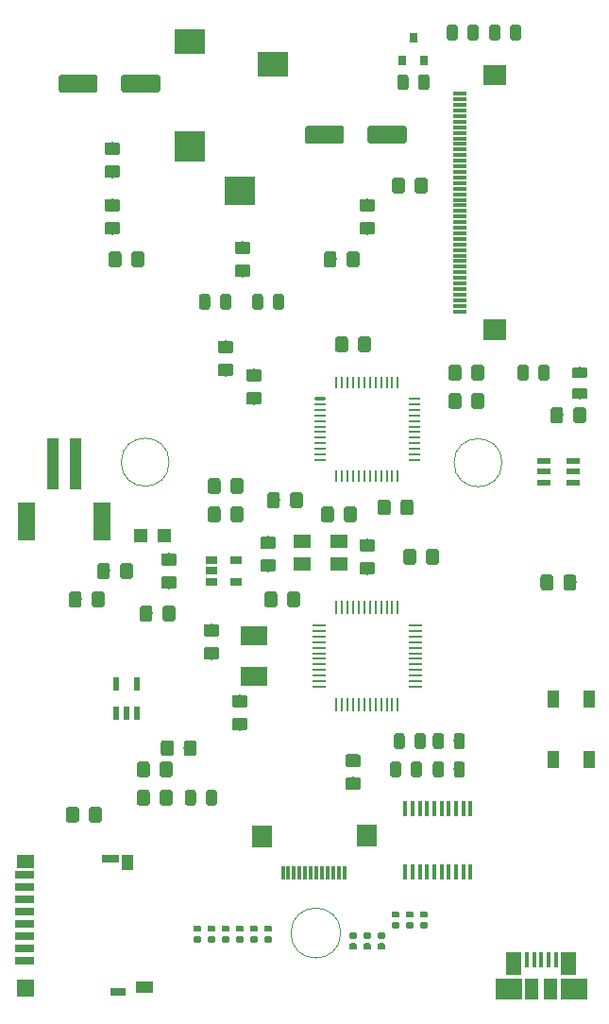
<source format=gbr>
G04 #@! TF.GenerationSoftware,KiCad,Pcbnew,5.1.3-ffb9f22~84~ubuntu18.10.1*
G04 #@! TF.CreationDate,2019-09-01T17:36:09+10:00*
G04 #@! TF.ProjectId,openpod-1,6f70656e-706f-4642-9d31-2e6b69636164,1.0*
G04 #@! TF.SameCoordinates,Original*
G04 #@! TF.FileFunction,Paste,Top*
G04 #@! TF.FilePolarity,Positive*
%FSLAX46Y46*%
G04 Gerber Fmt 4.6, Leading zero omitted, Abs format (unit mm)*
G04 Created by KiCad (PCBNEW 5.1.3-ffb9f22~84~ubuntu18.10.1) date 2019-09-01 17:36:09*
%MOMM*%
%LPD*%
G04 APERTURE LIST*
%ADD10C,0.100000*%
%ADD11C,0.120000*%
%ADD12C,0.975000*%
%ADD13R,1.200000X1.200000*%
%ADD14C,1.600000*%
%ADD15R,2.800000X2.800000*%
%ADD16R,2.800000X2.600000*%
%ADD17R,2.800000X2.200000*%
%ADD18R,0.300000X1.200000*%
%ADD19C,1.150000*%
%ADD20R,0.450000X1.380000*%
%ADD21R,1.475000X2.100000*%
%ADD22R,2.375000X1.900000*%
%ADD23R,1.175000X1.900000*%
%ADD24R,1.550000X1.000000*%
%ADD25R,1.500000X1.500000*%
%ADD26R,1.750000X0.700000*%
%ADD27R,1.400000X0.800000*%
%ADD28R,1.000000X1.450000*%
%ADD29R,1.500000X0.800000*%
%ADD30R,1.500000X1.300000*%
%ADD31R,0.550000X1.200000*%
%ADD32R,0.250000X1.300000*%
%ADD33R,1.300000X0.250000*%
%ADD34O,1.300000X0.250000*%
%ADD35R,0.280000X1.100000*%
%ADD36R,0.285000X1.100000*%
%ADD37R,1.100000X0.285000*%
%ADD38O,1.100000X0.285000*%
%ADD39R,1.200000X0.550000*%
%ADD40R,2.400000X1.700000*%
%ADD41R,1.060000X0.650000*%
%ADD42R,0.355600X1.473200*%
%ADD43R,1.600000X1.300000*%
%ADD44C,0.590000*%
%ADD45R,0.800000X0.900000*%
%ADD46R,1.200000X0.300000*%
%ADD47R,1.000000X1.550000*%
%ADD48R,1.600000X3.400000*%
%ADD49R,1.000000X4.600000*%
G04 APERTURE END LIST*
D10*
G36*
X99396500Y-111710500D02*
G01*
X97596500Y-111710500D01*
X97596500Y-113710500D01*
X99396500Y-113710500D01*
X99396500Y-111710500D01*
G37*
G36*
X108786500Y-111615500D02*
G01*
X106986500Y-111615500D01*
X106986500Y-113615500D01*
X108786500Y-113615500D01*
X108786500Y-111615500D01*
G37*
D11*
X90191162Y-79145000D02*
G75*
G03X90191162Y-79145000I-2150581J0D01*
G01*
X105577568Y-121348500D02*
G75*
G03X105577568Y-121348500I-2236068J0D01*
G01*
X120040581Y-79195581D02*
G75*
G03X120040581Y-79195581I-2150581J0D01*
G01*
D10*
G36*
X120390000Y-68180000D02*
G01*
X120390000Y-66380000D01*
X118390000Y-66380000D01*
X118390000Y-68180000D01*
X120390000Y-68180000D01*
G37*
G36*
X120390000Y-45380000D02*
G01*
X120390000Y-43580000D01*
X118390000Y-43580000D01*
X118390000Y-45380000D01*
X120390000Y-45380000D01*
G37*
G36*
X92372642Y-108521174D02*
G01*
X92396303Y-108524684D01*
X92419507Y-108530496D01*
X92442029Y-108538554D01*
X92463653Y-108548782D01*
X92484170Y-108561079D01*
X92503383Y-108575329D01*
X92521107Y-108591393D01*
X92537171Y-108609117D01*
X92551421Y-108628330D01*
X92563718Y-108648847D01*
X92573946Y-108670471D01*
X92582004Y-108692993D01*
X92587816Y-108716197D01*
X92591326Y-108739858D01*
X92592500Y-108763750D01*
X92592500Y-109676250D01*
X92591326Y-109700142D01*
X92587816Y-109723803D01*
X92582004Y-109747007D01*
X92573946Y-109769529D01*
X92563718Y-109791153D01*
X92551421Y-109811670D01*
X92537171Y-109830883D01*
X92521107Y-109848607D01*
X92503383Y-109864671D01*
X92484170Y-109878921D01*
X92463653Y-109891218D01*
X92442029Y-109901446D01*
X92419507Y-109909504D01*
X92396303Y-109915316D01*
X92372642Y-109918826D01*
X92348750Y-109920000D01*
X91861250Y-109920000D01*
X91837358Y-109918826D01*
X91813697Y-109915316D01*
X91790493Y-109909504D01*
X91767971Y-109901446D01*
X91746347Y-109891218D01*
X91725830Y-109878921D01*
X91706617Y-109864671D01*
X91688893Y-109848607D01*
X91672829Y-109830883D01*
X91658579Y-109811670D01*
X91646282Y-109791153D01*
X91636054Y-109769529D01*
X91627996Y-109747007D01*
X91622184Y-109723803D01*
X91618674Y-109700142D01*
X91617500Y-109676250D01*
X91617500Y-108763750D01*
X91618674Y-108739858D01*
X91622184Y-108716197D01*
X91627996Y-108692993D01*
X91636054Y-108670471D01*
X91646282Y-108648847D01*
X91658579Y-108628330D01*
X91672829Y-108609117D01*
X91688893Y-108591393D01*
X91706617Y-108575329D01*
X91725830Y-108561079D01*
X91746347Y-108548782D01*
X91767971Y-108538554D01*
X91790493Y-108530496D01*
X91813697Y-108524684D01*
X91837358Y-108521174D01*
X91861250Y-108520000D01*
X92348750Y-108520000D01*
X92372642Y-108521174D01*
X92372642Y-108521174D01*
G37*
D12*
X92105000Y-109220000D03*
D10*
G36*
X94247642Y-108521174D02*
G01*
X94271303Y-108524684D01*
X94294507Y-108530496D01*
X94317029Y-108538554D01*
X94338653Y-108548782D01*
X94359170Y-108561079D01*
X94378383Y-108575329D01*
X94396107Y-108591393D01*
X94412171Y-108609117D01*
X94426421Y-108628330D01*
X94438718Y-108648847D01*
X94448946Y-108670471D01*
X94457004Y-108692993D01*
X94462816Y-108716197D01*
X94466326Y-108739858D01*
X94467500Y-108763750D01*
X94467500Y-109676250D01*
X94466326Y-109700142D01*
X94462816Y-109723803D01*
X94457004Y-109747007D01*
X94448946Y-109769529D01*
X94438718Y-109791153D01*
X94426421Y-109811670D01*
X94412171Y-109830883D01*
X94396107Y-109848607D01*
X94378383Y-109864671D01*
X94359170Y-109878921D01*
X94338653Y-109891218D01*
X94317029Y-109901446D01*
X94294507Y-109909504D01*
X94271303Y-109915316D01*
X94247642Y-109918826D01*
X94223750Y-109920000D01*
X93736250Y-109920000D01*
X93712358Y-109918826D01*
X93688697Y-109915316D01*
X93665493Y-109909504D01*
X93642971Y-109901446D01*
X93621347Y-109891218D01*
X93600830Y-109878921D01*
X93581617Y-109864671D01*
X93563893Y-109848607D01*
X93547829Y-109830883D01*
X93533579Y-109811670D01*
X93521282Y-109791153D01*
X93511054Y-109769529D01*
X93502996Y-109747007D01*
X93497184Y-109723803D01*
X93493674Y-109700142D01*
X93492500Y-109676250D01*
X93492500Y-108763750D01*
X93493674Y-108739858D01*
X93497184Y-108716197D01*
X93502996Y-108692993D01*
X93511054Y-108670471D01*
X93521282Y-108648847D01*
X93533579Y-108628330D01*
X93547829Y-108609117D01*
X93563893Y-108591393D01*
X93581617Y-108575329D01*
X93600830Y-108561079D01*
X93621347Y-108548782D01*
X93642971Y-108538554D01*
X93665493Y-108530496D01*
X93688697Y-108524684D01*
X93712358Y-108521174D01*
X93736250Y-108520000D01*
X94223750Y-108520000D01*
X94247642Y-108521174D01*
X94247642Y-108521174D01*
G37*
D12*
X93980000Y-109220000D03*
D13*
X89730000Y-85725000D03*
X87630000Y-85725000D03*
D10*
G36*
X105652504Y-48985204D02*
G01*
X105676773Y-48988804D01*
X105700571Y-48994765D01*
X105723671Y-49003030D01*
X105745849Y-49013520D01*
X105766893Y-49026133D01*
X105786598Y-49040747D01*
X105804777Y-49057223D01*
X105821253Y-49075402D01*
X105835867Y-49095107D01*
X105848480Y-49116151D01*
X105858970Y-49138329D01*
X105867235Y-49161429D01*
X105873196Y-49185227D01*
X105876796Y-49209496D01*
X105878000Y-49234000D01*
X105878000Y-50334000D01*
X105876796Y-50358504D01*
X105873196Y-50382773D01*
X105867235Y-50406571D01*
X105858970Y-50429671D01*
X105848480Y-50451849D01*
X105835867Y-50472893D01*
X105821253Y-50492598D01*
X105804777Y-50510777D01*
X105786598Y-50527253D01*
X105766893Y-50541867D01*
X105745849Y-50554480D01*
X105723671Y-50564970D01*
X105700571Y-50573235D01*
X105676773Y-50579196D01*
X105652504Y-50582796D01*
X105628000Y-50584000D01*
X102628000Y-50584000D01*
X102603496Y-50582796D01*
X102579227Y-50579196D01*
X102555429Y-50573235D01*
X102532329Y-50564970D01*
X102510151Y-50554480D01*
X102489107Y-50541867D01*
X102469402Y-50527253D01*
X102451223Y-50510777D01*
X102434747Y-50492598D01*
X102420133Y-50472893D01*
X102407520Y-50451849D01*
X102397030Y-50429671D01*
X102388765Y-50406571D01*
X102382804Y-50382773D01*
X102379204Y-50358504D01*
X102378000Y-50334000D01*
X102378000Y-49234000D01*
X102379204Y-49209496D01*
X102382804Y-49185227D01*
X102388765Y-49161429D01*
X102397030Y-49138329D01*
X102407520Y-49116151D01*
X102420133Y-49095107D01*
X102434747Y-49075402D01*
X102451223Y-49057223D01*
X102469402Y-49040747D01*
X102489107Y-49026133D01*
X102510151Y-49013520D01*
X102532329Y-49003030D01*
X102555429Y-48994765D01*
X102579227Y-48988804D01*
X102603496Y-48985204D01*
X102628000Y-48984000D01*
X105628000Y-48984000D01*
X105652504Y-48985204D01*
X105652504Y-48985204D01*
G37*
D14*
X104128000Y-49784000D03*
D10*
G36*
X111252504Y-48985204D02*
G01*
X111276773Y-48988804D01*
X111300571Y-48994765D01*
X111323671Y-49003030D01*
X111345849Y-49013520D01*
X111366893Y-49026133D01*
X111386598Y-49040747D01*
X111404777Y-49057223D01*
X111421253Y-49075402D01*
X111435867Y-49095107D01*
X111448480Y-49116151D01*
X111458970Y-49138329D01*
X111467235Y-49161429D01*
X111473196Y-49185227D01*
X111476796Y-49209496D01*
X111478000Y-49234000D01*
X111478000Y-50334000D01*
X111476796Y-50358504D01*
X111473196Y-50382773D01*
X111467235Y-50406571D01*
X111458970Y-50429671D01*
X111448480Y-50451849D01*
X111435867Y-50472893D01*
X111421253Y-50492598D01*
X111404777Y-50510777D01*
X111386598Y-50527253D01*
X111366893Y-50541867D01*
X111345849Y-50554480D01*
X111323671Y-50564970D01*
X111300571Y-50573235D01*
X111276773Y-50579196D01*
X111252504Y-50582796D01*
X111228000Y-50584000D01*
X108228000Y-50584000D01*
X108203496Y-50582796D01*
X108179227Y-50579196D01*
X108155429Y-50573235D01*
X108132329Y-50564970D01*
X108110151Y-50554480D01*
X108089107Y-50541867D01*
X108069402Y-50527253D01*
X108051223Y-50510777D01*
X108034747Y-50492598D01*
X108020133Y-50472893D01*
X108007520Y-50451849D01*
X107997030Y-50429671D01*
X107988765Y-50406571D01*
X107982804Y-50382773D01*
X107979204Y-50358504D01*
X107978000Y-50334000D01*
X107978000Y-49234000D01*
X107979204Y-49209496D01*
X107982804Y-49185227D01*
X107988765Y-49161429D01*
X107997030Y-49138329D01*
X108007520Y-49116151D01*
X108020133Y-49095107D01*
X108034747Y-49075402D01*
X108051223Y-49057223D01*
X108069402Y-49040747D01*
X108089107Y-49026133D01*
X108110151Y-49013520D01*
X108132329Y-49003030D01*
X108155429Y-48994765D01*
X108179227Y-48988804D01*
X108203496Y-48985204D01*
X108228000Y-48984000D01*
X111228000Y-48984000D01*
X111252504Y-48985204D01*
X111252504Y-48985204D01*
G37*
D14*
X109728000Y-49784000D03*
D15*
X92070000Y-50864000D03*
D16*
X96520000Y-54864000D03*
D17*
X92070000Y-41464000D03*
X99470000Y-43464000D03*
D10*
G36*
X89160504Y-44413204D02*
G01*
X89184773Y-44416804D01*
X89208571Y-44422765D01*
X89231671Y-44431030D01*
X89253849Y-44441520D01*
X89274893Y-44454133D01*
X89294598Y-44468747D01*
X89312777Y-44485223D01*
X89329253Y-44503402D01*
X89343867Y-44523107D01*
X89356480Y-44544151D01*
X89366970Y-44566329D01*
X89375235Y-44589429D01*
X89381196Y-44613227D01*
X89384796Y-44637496D01*
X89386000Y-44662000D01*
X89386000Y-45762000D01*
X89384796Y-45786504D01*
X89381196Y-45810773D01*
X89375235Y-45834571D01*
X89366970Y-45857671D01*
X89356480Y-45879849D01*
X89343867Y-45900893D01*
X89329253Y-45920598D01*
X89312777Y-45938777D01*
X89294598Y-45955253D01*
X89274893Y-45969867D01*
X89253849Y-45982480D01*
X89231671Y-45992970D01*
X89208571Y-46001235D01*
X89184773Y-46007196D01*
X89160504Y-46010796D01*
X89136000Y-46012000D01*
X86136000Y-46012000D01*
X86111496Y-46010796D01*
X86087227Y-46007196D01*
X86063429Y-46001235D01*
X86040329Y-45992970D01*
X86018151Y-45982480D01*
X85997107Y-45969867D01*
X85977402Y-45955253D01*
X85959223Y-45938777D01*
X85942747Y-45920598D01*
X85928133Y-45900893D01*
X85915520Y-45879849D01*
X85905030Y-45857671D01*
X85896765Y-45834571D01*
X85890804Y-45810773D01*
X85887204Y-45786504D01*
X85886000Y-45762000D01*
X85886000Y-44662000D01*
X85887204Y-44637496D01*
X85890804Y-44613227D01*
X85896765Y-44589429D01*
X85905030Y-44566329D01*
X85915520Y-44544151D01*
X85928133Y-44523107D01*
X85942747Y-44503402D01*
X85959223Y-44485223D01*
X85977402Y-44468747D01*
X85997107Y-44454133D01*
X86018151Y-44441520D01*
X86040329Y-44431030D01*
X86063429Y-44422765D01*
X86087227Y-44416804D01*
X86111496Y-44413204D01*
X86136000Y-44412000D01*
X89136000Y-44412000D01*
X89160504Y-44413204D01*
X89160504Y-44413204D01*
G37*
D14*
X87636000Y-45212000D03*
D10*
G36*
X83560504Y-44413204D02*
G01*
X83584773Y-44416804D01*
X83608571Y-44422765D01*
X83631671Y-44431030D01*
X83653849Y-44441520D01*
X83674893Y-44454133D01*
X83694598Y-44468747D01*
X83712777Y-44485223D01*
X83729253Y-44503402D01*
X83743867Y-44523107D01*
X83756480Y-44544151D01*
X83766970Y-44566329D01*
X83775235Y-44589429D01*
X83781196Y-44613227D01*
X83784796Y-44637496D01*
X83786000Y-44662000D01*
X83786000Y-45762000D01*
X83784796Y-45786504D01*
X83781196Y-45810773D01*
X83775235Y-45834571D01*
X83766970Y-45857671D01*
X83756480Y-45879849D01*
X83743867Y-45900893D01*
X83729253Y-45920598D01*
X83712777Y-45938777D01*
X83694598Y-45955253D01*
X83674893Y-45969867D01*
X83653849Y-45982480D01*
X83631671Y-45992970D01*
X83608571Y-46001235D01*
X83584773Y-46007196D01*
X83560504Y-46010796D01*
X83536000Y-46012000D01*
X80536000Y-46012000D01*
X80511496Y-46010796D01*
X80487227Y-46007196D01*
X80463429Y-46001235D01*
X80440329Y-45992970D01*
X80418151Y-45982480D01*
X80397107Y-45969867D01*
X80377402Y-45955253D01*
X80359223Y-45938777D01*
X80342747Y-45920598D01*
X80328133Y-45900893D01*
X80315520Y-45879849D01*
X80305030Y-45857671D01*
X80296765Y-45834571D01*
X80290804Y-45810773D01*
X80287204Y-45786504D01*
X80286000Y-45762000D01*
X80286000Y-44662000D01*
X80287204Y-44637496D01*
X80290804Y-44613227D01*
X80296765Y-44589429D01*
X80305030Y-44566329D01*
X80315520Y-44544151D01*
X80328133Y-44523107D01*
X80342747Y-44503402D01*
X80359223Y-44485223D01*
X80377402Y-44468747D01*
X80397107Y-44454133D01*
X80418151Y-44441520D01*
X80440329Y-44431030D01*
X80463429Y-44422765D01*
X80487227Y-44416804D01*
X80511496Y-44413204D01*
X80536000Y-44412000D01*
X83536000Y-44412000D01*
X83560504Y-44413204D01*
X83560504Y-44413204D01*
G37*
D14*
X82036000Y-45212000D03*
D18*
X104886500Y-115945500D03*
X104386500Y-115945500D03*
X103386500Y-115945500D03*
X105386500Y-115945500D03*
X100386500Y-115945500D03*
X102886500Y-115945500D03*
X102386500Y-115945500D03*
X101886500Y-115945500D03*
X101386500Y-115945500D03*
X105886500Y-115945500D03*
X103886500Y-115945500D03*
X100886500Y-115945500D03*
D10*
G36*
X96994505Y-102051204D02*
G01*
X97018773Y-102054804D01*
X97042572Y-102060765D01*
X97065671Y-102069030D01*
X97087850Y-102079520D01*
X97108893Y-102092132D01*
X97128599Y-102106747D01*
X97146777Y-102123223D01*
X97163253Y-102141401D01*
X97177868Y-102161107D01*
X97190480Y-102182150D01*
X97200970Y-102204329D01*
X97209235Y-102227428D01*
X97215196Y-102251227D01*
X97218796Y-102275495D01*
X97220000Y-102299999D01*
X97220000Y-102950001D01*
X97218796Y-102974505D01*
X97215196Y-102998773D01*
X97209235Y-103022572D01*
X97200970Y-103045671D01*
X97190480Y-103067850D01*
X97177868Y-103088893D01*
X97163253Y-103108599D01*
X97146777Y-103126777D01*
X97128599Y-103143253D01*
X97108893Y-103157868D01*
X97087850Y-103170480D01*
X97065671Y-103180970D01*
X97042572Y-103189235D01*
X97018773Y-103195196D01*
X96994505Y-103198796D01*
X96970001Y-103200000D01*
X96069999Y-103200000D01*
X96045495Y-103198796D01*
X96021227Y-103195196D01*
X95997428Y-103189235D01*
X95974329Y-103180970D01*
X95952150Y-103170480D01*
X95931107Y-103157868D01*
X95911401Y-103143253D01*
X95893223Y-103126777D01*
X95876747Y-103108599D01*
X95862132Y-103088893D01*
X95849520Y-103067850D01*
X95839030Y-103045671D01*
X95830765Y-103022572D01*
X95824804Y-102998773D01*
X95821204Y-102974505D01*
X95820000Y-102950001D01*
X95820000Y-102299999D01*
X95821204Y-102275495D01*
X95824804Y-102251227D01*
X95830765Y-102227428D01*
X95839030Y-102204329D01*
X95849520Y-102182150D01*
X95862132Y-102161107D01*
X95876747Y-102141401D01*
X95893223Y-102123223D01*
X95911401Y-102106747D01*
X95931107Y-102092132D01*
X95952150Y-102079520D01*
X95974329Y-102069030D01*
X95997428Y-102060765D01*
X96021227Y-102054804D01*
X96045495Y-102051204D01*
X96069999Y-102050000D01*
X96970001Y-102050000D01*
X96994505Y-102051204D01*
X96994505Y-102051204D01*
G37*
D19*
X96520000Y-102625000D03*
D10*
G36*
X96994505Y-100001204D02*
G01*
X97018773Y-100004804D01*
X97042572Y-100010765D01*
X97065671Y-100019030D01*
X97087850Y-100029520D01*
X97108893Y-100042132D01*
X97128599Y-100056747D01*
X97146777Y-100073223D01*
X97163253Y-100091401D01*
X97177868Y-100111107D01*
X97190480Y-100132150D01*
X97200970Y-100154329D01*
X97209235Y-100177428D01*
X97215196Y-100201227D01*
X97218796Y-100225495D01*
X97220000Y-100249999D01*
X97220000Y-100900001D01*
X97218796Y-100924505D01*
X97215196Y-100948773D01*
X97209235Y-100972572D01*
X97200970Y-100995671D01*
X97190480Y-101017850D01*
X97177868Y-101038893D01*
X97163253Y-101058599D01*
X97146777Y-101076777D01*
X97128599Y-101093253D01*
X97108893Y-101107868D01*
X97087850Y-101120480D01*
X97065671Y-101130970D01*
X97042572Y-101139235D01*
X97018773Y-101145196D01*
X96994505Y-101148796D01*
X96970001Y-101150000D01*
X96069999Y-101150000D01*
X96045495Y-101148796D01*
X96021227Y-101145196D01*
X95997428Y-101139235D01*
X95974329Y-101130970D01*
X95952150Y-101120480D01*
X95931107Y-101107868D01*
X95911401Y-101093253D01*
X95893223Y-101076777D01*
X95876747Y-101058599D01*
X95862132Y-101038893D01*
X95849520Y-101017850D01*
X95839030Y-100995671D01*
X95830765Y-100972572D01*
X95824804Y-100948773D01*
X95821204Y-100924505D01*
X95820000Y-100900001D01*
X95820000Y-100249999D01*
X95821204Y-100225495D01*
X95824804Y-100201227D01*
X95830765Y-100177428D01*
X95839030Y-100154329D01*
X95849520Y-100132150D01*
X95862132Y-100111107D01*
X95876747Y-100091401D01*
X95893223Y-100073223D01*
X95911401Y-100056747D01*
X95931107Y-100042132D01*
X95952150Y-100029520D01*
X95974329Y-100019030D01*
X95997428Y-100010765D01*
X96021227Y-100004804D01*
X96045495Y-100001204D01*
X96069999Y-100000000D01*
X96970001Y-100000000D01*
X96994505Y-100001204D01*
X96994505Y-100001204D01*
G37*
D19*
X96520000Y-100575000D03*
D10*
G36*
X94454505Y-93651204D02*
G01*
X94478773Y-93654804D01*
X94502572Y-93660765D01*
X94525671Y-93669030D01*
X94547850Y-93679520D01*
X94568893Y-93692132D01*
X94588599Y-93706747D01*
X94606777Y-93723223D01*
X94623253Y-93741401D01*
X94637868Y-93761107D01*
X94650480Y-93782150D01*
X94660970Y-93804329D01*
X94669235Y-93827428D01*
X94675196Y-93851227D01*
X94678796Y-93875495D01*
X94680000Y-93899999D01*
X94680000Y-94550001D01*
X94678796Y-94574505D01*
X94675196Y-94598773D01*
X94669235Y-94622572D01*
X94660970Y-94645671D01*
X94650480Y-94667850D01*
X94637868Y-94688893D01*
X94623253Y-94708599D01*
X94606777Y-94726777D01*
X94588599Y-94743253D01*
X94568893Y-94757868D01*
X94547850Y-94770480D01*
X94525671Y-94780970D01*
X94502572Y-94789235D01*
X94478773Y-94795196D01*
X94454505Y-94798796D01*
X94430001Y-94800000D01*
X93529999Y-94800000D01*
X93505495Y-94798796D01*
X93481227Y-94795196D01*
X93457428Y-94789235D01*
X93434329Y-94780970D01*
X93412150Y-94770480D01*
X93391107Y-94757868D01*
X93371401Y-94743253D01*
X93353223Y-94726777D01*
X93336747Y-94708599D01*
X93322132Y-94688893D01*
X93309520Y-94667850D01*
X93299030Y-94645671D01*
X93290765Y-94622572D01*
X93284804Y-94598773D01*
X93281204Y-94574505D01*
X93280000Y-94550001D01*
X93280000Y-93899999D01*
X93281204Y-93875495D01*
X93284804Y-93851227D01*
X93290765Y-93827428D01*
X93299030Y-93804329D01*
X93309520Y-93782150D01*
X93322132Y-93761107D01*
X93336747Y-93741401D01*
X93353223Y-93723223D01*
X93371401Y-93706747D01*
X93391107Y-93692132D01*
X93412150Y-93679520D01*
X93434329Y-93669030D01*
X93457428Y-93660765D01*
X93481227Y-93654804D01*
X93505495Y-93651204D01*
X93529999Y-93650000D01*
X94430001Y-93650000D01*
X94454505Y-93651204D01*
X94454505Y-93651204D01*
G37*
D19*
X93980000Y-94225000D03*
D10*
G36*
X94454505Y-95701204D02*
G01*
X94478773Y-95704804D01*
X94502572Y-95710765D01*
X94525671Y-95719030D01*
X94547850Y-95729520D01*
X94568893Y-95742132D01*
X94588599Y-95756747D01*
X94606777Y-95773223D01*
X94623253Y-95791401D01*
X94637868Y-95811107D01*
X94650480Y-95832150D01*
X94660970Y-95854329D01*
X94669235Y-95877428D01*
X94675196Y-95901227D01*
X94678796Y-95925495D01*
X94680000Y-95949999D01*
X94680000Y-96600001D01*
X94678796Y-96624505D01*
X94675196Y-96648773D01*
X94669235Y-96672572D01*
X94660970Y-96695671D01*
X94650480Y-96717850D01*
X94637868Y-96738893D01*
X94623253Y-96758599D01*
X94606777Y-96776777D01*
X94588599Y-96793253D01*
X94568893Y-96807868D01*
X94547850Y-96820480D01*
X94525671Y-96830970D01*
X94502572Y-96839235D01*
X94478773Y-96845196D01*
X94454505Y-96848796D01*
X94430001Y-96850000D01*
X93529999Y-96850000D01*
X93505495Y-96848796D01*
X93481227Y-96845196D01*
X93457428Y-96839235D01*
X93434329Y-96830970D01*
X93412150Y-96820480D01*
X93391107Y-96807868D01*
X93371401Y-96793253D01*
X93353223Y-96776777D01*
X93336747Y-96758599D01*
X93322132Y-96738893D01*
X93309520Y-96717850D01*
X93299030Y-96695671D01*
X93290765Y-96672572D01*
X93284804Y-96648773D01*
X93281204Y-96624505D01*
X93280000Y-96600001D01*
X93280000Y-95949999D01*
X93281204Y-95925495D01*
X93284804Y-95901227D01*
X93290765Y-95877428D01*
X93299030Y-95854329D01*
X93309520Y-95832150D01*
X93322132Y-95811107D01*
X93336747Y-95791401D01*
X93353223Y-95773223D01*
X93371401Y-95756747D01*
X93391107Y-95742132D01*
X93412150Y-95729520D01*
X93434329Y-95719030D01*
X93457428Y-95710765D01*
X93481227Y-95704804D01*
X93505495Y-95701204D01*
X93529999Y-95700000D01*
X94430001Y-95700000D01*
X94454505Y-95701204D01*
X94454505Y-95701204D01*
G37*
D19*
X93980000Y-96275000D03*
D10*
G36*
X84659505Y-88201204D02*
G01*
X84683773Y-88204804D01*
X84707572Y-88210765D01*
X84730671Y-88219030D01*
X84752850Y-88229520D01*
X84773893Y-88242132D01*
X84793599Y-88256747D01*
X84811777Y-88273223D01*
X84828253Y-88291401D01*
X84842868Y-88311107D01*
X84855480Y-88332150D01*
X84865970Y-88354329D01*
X84874235Y-88377428D01*
X84880196Y-88401227D01*
X84883796Y-88425495D01*
X84885000Y-88449999D01*
X84885000Y-89350001D01*
X84883796Y-89374505D01*
X84880196Y-89398773D01*
X84874235Y-89422572D01*
X84865970Y-89445671D01*
X84855480Y-89467850D01*
X84842868Y-89488893D01*
X84828253Y-89508599D01*
X84811777Y-89526777D01*
X84793599Y-89543253D01*
X84773893Y-89557868D01*
X84752850Y-89570480D01*
X84730671Y-89580970D01*
X84707572Y-89589235D01*
X84683773Y-89595196D01*
X84659505Y-89598796D01*
X84635001Y-89600000D01*
X83984999Y-89600000D01*
X83960495Y-89598796D01*
X83936227Y-89595196D01*
X83912428Y-89589235D01*
X83889329Y-89580970D01*
X83867150Y-89570480D01*
X83846107Y-89557868D01*
X83826401Y-89543253D01*
X83808223Y-89526777D01*
X83791747Y-89508599D01*
X83777132Y-89488893D01*
X83764520Y-89467850D01*
X83754030Y-89445671D01*
X83745765Y-89422572D01*
X83739804Y-89398773D01*
X83736204Y-89374505D01*
X83735000Y-89350001D01*
X83735000Y-88449999D01*
X83736204Y-88425495D01*
X83739804Y-88401227D01*
X83745765Y-88377428D01*
X83754030Y-88354329D01*
X83764520Y-88332150D01*
X83777132Y-88311107D01*
X83791747Y-88291401D01*
X83808223Y-88273223D01*
X83826401Y-88256747D01*
X83846107Y-88242132D01*
X83867150Y-88229520D01*
X83889329Y-88219030D01*
X83912428Y-88210765D01*
X83936227Y-88204804D01*
X83960495Y-88201204D01*
X83984999Y-88200000D01*
X84635001Y-88200000D01*
X84659505Y-88201204D01*
X84659505Y-88201204D01*
G37*
D19*
X84310000Y-88900000D03*
D10*
G36*
X86709505Y-88201204D02*
G01*
X86733773Y-88204804D01*
X86757572Y-88210765D01*
X86780671Y-88219030D01*
X86802850Y-88229520D01*
X86823893Y-88242132D01*
X86843599Y-88256747D01*
X86861777Y-88273223D01*
X86878253Y-88291401D01*
X86892868Y-88311107D01*
X86905480Y-88332150D01*
X86915970Y-88354329D01*
X86924235Y-88377428D01*
X86930196Y-88401227D01*
X86933796Y-88425495D01*
X86935000Y-88449999D01*
X86935000Y-89350001D01*
X86933796Y-89374505D01*
X86930196Y-89398773D01*
X86924235Y-89422572D01*
X86915970Y-89445671D01*
X86905480Y-89467850D01*
X86892868Y-89488893D01*
X86878253Y-89508599D01*
X86861777Y-89526777D01*
X86843599Y-89543253D01*
X86823893Y-89557868D01*
X86802850Y-89570480D01*
X86780671Y-89580970D01*
X86757572Y-89589235D01*
X86733773Y-89595196D01*
X86709505Y-89598796D01*
X86685001Y-89600000D01*
X86034999Y-89600000D01*
X86010495Y-89598796D01*
X85986227Y-89595196D01*
X85962428Y-89589235D01*
X85939329Y-89580970D01*
X85917150Y-89570480D01*
X85896107Y-89557868D01*
X85876401Y-89543253D01*
X85858223Y-89526777D01*
X85841747Y-89508599D01*
X85827132Y-89488893D01*
X85814520Y-89467850D01*
X85804030Y-89445671D01*
X85795765Y-89422572D01*
X85789804Y-89398773D01*
X85786204Y-89374505D01*
X85785000Y-89350001D01*
X85785000Y-88449999D01*
X85786204Y-88425495D01*
X85789804Y-88401227D01*
X85795765Y-88377428D01*
X85804030Y-88354329D01*
X85814520Y-88332150D01*
X85827132Y-88311107D01*
X85841747Y-88291401D01*
X85858223Y-88273223D01*
X85876401Y-88256747D01*
X85896107Y-88242132D01*
X85917150Y-88229520D01*
X85939329Y-88219030D01*
X85962428Y-88210765D01*
X85986227Y-88204804D01*
X86010495Y-88201204D01*
X86034999Y-88200000D01*
X86685001Y-88200000D01*
X86709505Y-88201204D01*
X86709505Y-88201204D01*
G37*
D19*
X86360000Y-88900000D03*
D10*
G36*
X94574505Y-80581204D02*
G01*
X94598773Y-80584804D01*
X94622572Y-80590765D01*
X94645671Y-80599030D01*
X94667850Y-80609520D01*
X94688893Y-80622132D01*
X94708599Y-80636747D01*
X94726777Y-80653223D01*
X94743253Y-80671401D01*
X94757868Y-80691107D01*
X94770480Y-80712150D01*
X94780970Y-80734329D01*
X94789235Y-80757428D01*
X94795196Y-80781227D01*
X94798796Y-80805495D01*
X94800000Y-80829999D01*
X94800000Y-81730001D01*
X94798796Y-81754505D01*
X94795196Y-81778773D01*
X94789235Y-81802572D01*
X94780970Y-81825671D01*
X94770480Y-81847850D01*
X94757868Y-81868893D01*
X94743253Y-81888599D01*
X94726777Y-81906777D01*
X94708599Y-81923253D01*
X94688893Y-81937868D01*
X94667850Y-81950480D01*
X94645671Y-81960970D01*
X94622572Y-81969235D01*
X94598773Y-81975196D01*
X94574505Y-81978796D01*
X94550001Y-81980000D01*
X93899999Y-81980000D01*
X93875495Y-81978796D01*
X93851227Y-81975196D01*
X93827428Y-81969235D01*
X93804329Y-81960970D01*
X93782150Y-81950480D01*
X93761107Y-81937868D01*
X93741401Y-81923253D01*
X93723223Y-81906777D01*
X93706747Y-81888599D01*
X93692132Y-81868893D01*
X93679520Y-81847850D01*
X93669030Y-81825671D01*
X93660765Y-81802572D01*
X93654804Y-81778773D01*
X93651204Y-81754505D01*
X93650000Y-81730001D01*
X93650000Y-80829999D01*
X93651204Y-80805495D01*
X93654804Y-80781227D01*
X93660765Y-80757428D01*
X93669030Y-80734329D01*
X93679520Y-80712150D01*
X93692132Y-80691107D01*
X93706747Y-80671401D01*
X93723223Y-80653223D01*
X93741401Y-80636747D01*
X93761107Y-80622132D01*
X93782150Y-80609520D01*
X93804329Y-80599030D01*
X93827428Y-80590765D01*
X93851227Y-80584804D01*
X93875495Y-80581204D01*
X93899999Y-80580000D01*
X94550001Y-80580000D01*
X94574505Y-80581204D01*
X94574505Y-80581204D01*
G37*
D19*
X94225000Y-81280000D03*
D10*
G36*
X96624505Y-80581204D02*
G01*
X96648773Y-80584804D01*
X96672572Y-80590765D01*
X96695671Y-80599030D01*
X96717850Y-80609520D01*
X96738893Y-80622132D01*
X96758599Y-80636747D01*
X96776777Y-80653223D01*
X96793253Y-80671401D01*
X96807868Y-80691107D01*
X96820480Y-80712150D01*
X96830970Y-80734329D01*
X96839235Y-80757428D01*
X96845196Y-80781227D01*
X96848796Y-80805495D01*
X96850000Y-80829999D01*
X96850000Y-81730001D01*
X96848796Y-81754505D01*
X96845196Y-81778773D01*
X96839235Y-81802572D01*
X96830970Y-81825671D01*
X96820480Y-81847850D01*
X96807868Y-81868893D01*
X96793253Y-81888599D01*
X96776777Y-81906777D01*
X96758599Y-81923253D01*
X96738893Y-81937868D01*
X96717850Y-81950480D01*
X96695671Y-81960970D01*
X96672572Y-81969235D01*
X96648773Y-81975196D01*
X96624505Y-81978796D01*
X96600001Y-81980000D01*
X95949999Y-81980000D01*
X95925495Y-81978796D01*
X95901227Y-81975196D01*
X95877428Y-81969235D01*
X95854329Y-81960970D01*
X95832150Y-81950480D01*
X95811107Y-81937868D01*
X95791401Y-81923253D01*
X95773223Y-81906777D01*
X95756747Y-81888599D01*
X95742132Y-81868893D01*
X95729520Y-81847850D01*
X95719030Y-81825671D01*
X95710765Y-81802572D01*
X95704804Y-81778773D01*
X95701204Y-81754505D01*
X95700000Y-81730001D01*
X95700000Y-80829999D01*
X95701204Y-80805495D01*
X95704804Y-80781227D01*
X95710765Y-80757428D01*
X95719030Y-80734329D01*
X95729520Y-80712150D01*
X95742132Y-80691107D01*
X95756747Y-80671401D01*
X95773223Y-80653223D01*
X95791401Y-80636747D01*
X95811107Y-80622132D01*
X95832150Y-80609520D01*
X95854329Y-80599030D01*
X95877428Y-80590765D01*
X95901227Y-80584804D01*
X95925495Y-80581204D01*
X95949999Y-80580000D01*
X96600001Y-80580000D01*
X96624505Y-80581204D01*
X96624505Y-80581204D01*
G37*
D19*
X96275000Y-81280000D03*
D10*
G36*
X114159505Y-86931204D02*
G01*
X114183773Y-86934804D01*
X114207572Y-86940765D01*
X114230671Y-86949030D01*
X114252850Y-86959520D01*
X114273893Y-86972132D01*
X114293599Y-86986747D01*
X114311777Y-87003223D01*
X114328253Y-87021401D01*
X114342868Y-87041107D01*
X114355480Y-87062150D01*
X114365970Y-87084329D01*
X114374235Y-87107428D01*
X114380196Y-87131227D01*
X114383796Y-87155495D01*
X114385000Y-87179999D01*
X114385000Y-88080001D01*
X114383796Y-88104505D01*
X114380196Y-88128773D01*
X114374235Y-88152572D01*
X114365970Y-88175671D01*
X114355480Y-88197850D01*
X114342868Y-88218893D01*
X114328253Y-88238599D01*
X114311777Y-88256777D01*
X114293599Y-88273253D01*
X114273893Y-88287868D01*
X114252850Y-88300480D01*
X114230671Y-88310970D01*
X114207572Y-88319235D01*
X114183773Y-88325196D01*
X114159505Y-88328796D01*
X114135001Y-88330000D01*
X113484999Y-88330000D01*
X113460495Y-88328796D01*
X113436227Y-88325196D01*
X113412428Y-88319235D01*
X113389329Y-88310970D01*
X113367150Y-88300480D01*
X113346107Y-88287868D01*
X113326401Y-88273253D01*
X113308223Y-88256777D01*
X113291747Y-88238599D01*
X113277132Y-88218893D01*
X113264520Y-88197850D01*
X113254030Y-88175671D01*
X113245765Y-88152572D01*
X113239804Y-88128773D01*
X113236204Y-88104505D01*
X113235000Y-88080001D01*
X113235000Y-87179999D01*
X113236204Y-87155495D01*
X113239804Y-87131227D01*
X113245765Y-87107428D01*
X113254030Y-87084329D01*
X113264520Y-87062150D01*
X113277132Y-87041107D01*
X113291747Y-87021401D01*
X113308223Y-87003223D01*
X113326401Y-86986747D01*
X113346107Y-86972132D01*
X113367150Y-86959520D01*
X113389329Y-86949030D01*
X113412428Y-86940765D01*
X113436227Y-86934804D01*
X113460495Y-86931204D01*
X113484999Y-86930000D01*
X114135001Y-86930000D01*
X114159505Y-86931204D01*
X114159505Y-86931204D01*
G37*
D19*
X113810000Y-87630000D03*
D10*
G36*
X112109505Y-86931204D02*
G01*
X112133773Y-86934804D01*
X112157572Y-86940765D01*
X112180671Y-86949030D01*
X112202850Y-86959520D01*
X112223893Y-86972132D01*
X112243599Y-86986747D01*
X112261777Y-87003223D01*
X112278253Y-87021401D01*
X112292868Y-87041107D01*
X112305480Y-87062150D01*
X112315970Y-87084329D01*
X112324235Y-87107428D01*
X112330196Y-87131227D01*
X112333796Y-87155495D01*
X112335000Y-87179999D01*
X112335000Y-88080001D01*
X112333796Y-88104505D01*
X112330196Y-88128773D01*
X112324235Y-88152572D01*
X112315970Y-88175671D01*
X112305480Y-88197850D01*
X112292868Y-88218893D01*
X112278253Y-88238599D01*
X112261777Y-88256777D01*
X112243599Y-88273253D01*
X112223893Y-88287868D01*
X112202850Y-88300480D01*
X112180671Y-88310970D01*
X112157572Y-88319235D01*
X112133773Y-88325196D01*
X112109505Y-88328796D01*
X112085001Y-88330000D01*
X111434999Y-88330000D01*
X111410495Y-88328796D01*
X111386227Y-88325196D01*
X111362428Y-88319235D01*
X111339329Y-88310970D01*
X111317150Y-88300480D01*
X111296107Y-88287868D01*
X111276401Y-88273253D01*
X111258223Y-88256777D01*
X111241747Y-88238599D01*
X111227132Y-88218893D01*
X111214520Y-88197850D01*
X111204030Y-88175671D01*
X111195765Y-88152572D01*
X111189804Y-88128773D01*
X111186204Y-88104505D01*
X111185000Y-88080001D01*
X111185000Y-87179999D01*
X111186204Y-87155495D01*
X111189804Y-87131227D01*
X111195765Y-87107428D01*
X111204030Y-87084329D01*
X111214520Y-87062150D01*
X111227132Y-87041107D01*
X111241747Y-87021401D01*
X111258223Y-87003223D01*
X111276401Y-86986747D01*
X111296107Y-86972132D01*
X111317150Y-86959520D01*
X111339329Y-86949030D01*
X111362428Y-86940765D01*
X111386227Y-86934804D01*
X111410495Y-86931204D01*
X111434999Y-86930000D01*
X112085001Y-86930000D01*
X112109505Y-86931204D01*
X112109505Y-86931204D01*
G37*
D19*
X111760000Y-87630000D03*
D10*
G36*
X99654505Y-90741204D02*
G01*
X99678773Y-90744804D01*
X99702572Y-90750765D01*
X99725671Y-90759030D01*
X99747850Y-90769520D01*
X99768893Y-90782132D01*
X99788599Y-90796747D01*
X99806777Y-90813223D01*
X99823253Y-90831401D01*
X99837868Y-90851107D01*
X99850480Y-90872150D01*
X99860970Y-90894329D01*
X99869235Y-90917428D01*
X99875196Y-90941227D01*
X99878796Y-90965495D01*
X99880000Y-90989999D01*
X99880000Y-91890001D01*
X99878796Y-91914505D01*
X99875196Y-91938773D01*
X99869235Y-91962572D01*
X99860970Y-91985671D01*
X99850480Y-92007850D01*
X99837868Y-92028893D01*
X99823253Y-92048599D01*
X99806777Y-92066777D01*
X99788599Y-92083253D01*
X99768893Y-92097868D01*
X99747850Y-92110480D01*
X99725671Y-92120970D01*
X99702572Y-92129235D01*
X99678773Y-92135196D01*
X99654505Y-92138796D01*
X99630001Y-92140000D01*
X98979999Y-92140000D01*
X98955495Y-92138796D01*
X98931227Y-92135196D01*
X98907428Y-92129235D01*
X98884329Y-92120970D01*
X98862150Y-92110480D01*
X98841107Y-92097868D01*
X98821401Y-92083253D01*
X98803223Y-92066777D01*
X98786747Y-92048599D01*
X98772132Y-92028893D01*
X98759520Y-92007850D01*
X98749030Y-91985671D01*
X98740765Y-91962572D01*
X98734804Y-91938773D01*
X98731204Y-91914505D01*
X98730000Y-91890001D01*
X98730000Y-90989999D01*
X98731204Y-90965495D01*
X98734804Y-90941227D01*
X98740765Y-90917428D01*
X98749030Y-90894329D01*
X98759520Y-90872150D01*
X98772132Y-90851107D01*
X98786747Y-90831401D01*
X98803223Y-90813223D01*
X98821401Y-90796747D01*
X98841107Y-90782132D01*
X98862150Y-90769520D01*
X98884329Y-90759030D01*
X98907428Y-90750765D01*
X98931227Y-90744804D01*
X98955495Y-90741204D01*
X98979999Y-90740000D01*
X99630001Y-90740000D01*
X99654505Y-90741204D01*
X99654505Y-90741204D01*
G37*
D19*
X99305000Y-91440000D03*
D10*
G36*
X101704505Y-90741204D02*
G01*
X101728773Y-90744804D01*
X101752572Y-90750765D01*
X101775671Y-90759030D01*
X101797850Y-90769520D01*
X101818893Y-90782132D01*
X101838599Y-90796747D01*
X101856777Y-90813223D01*
X101873253Y-90831401D01*
X101887868Y-90851107D01*
X101900480Y-90872150D01*
X101910970Y-90894329D01*
X101919235Y-90917428D01*
X101925196Y-90941227D01*
X101928796Y-90965495D01*
X101930000Y-90989999D01*
X101930000Y-91890001D01*
X101928796Y-91914505D01*
X101925196Y-91938773D01*
X101919235Y-91962572D01*
X101910970Y-91985671D01*
X101900480Y-92007850D01*
X101887868Y-92028893D01*
X101873253Y-92048599D01*
X101856777Y-92066777D01*
X101838599Y-92083253D01*
X101818893Y-92097868D01*
X101797850Y-92110480D01*
X101775671Y-92120970D01*
X101752572Y-92129235D01*
X101728773Y-92135196D01*
X101704505Y-92138796D01*
X101680001Y-92140000D01*
X101029999Y-92140000D01*
X101005495Y-92138796D01*
X100981227Y-92135196D01*
X100957428Y-92129235D01*
X100934329Y-92120970D01*
X100912150Y-92110480D01*
X100891107Y-92097868D01*
X100871401Y-92083253D01*
X100853223Y-92066777D01*
X100836747Y-92048599D01*
X100822132Y-92028893D01*
X100809520Y-92007850D01*
X100799030Y-91985671D01*
X100790765Y-91962572D01*
X100784804Y-91938773D01*
X100781204Y-91914505D01*
X100780000Y-91890001D01*
X100780000Y-90989999D01*
X100781204Y-90965495D01*
X100784804Y-90941227D01*
X100790765Y-90917428D01*
X100799030Y-90894329D01*
X100809520Y-90872150D01*
X100822132Y-90851107D01*
X100836747Y-90831401D01*
X100853223Y-90813223D01*
X100871401Y-90796747D01*
X100891107Y-90782132D01*
X100912150Y-90769520D01*
X100934329Y-90759030D01*
X100957428Y-90750765D01*
X100981227Y-90744804D01*
X101005495Y-90741204D01*
X101029999Y-90740000D01*
X101680001Y-90740000D01*
X101704505Y-90741204D01*
X101704505Y-90741204D01*
G37*
D19*
X101355000Y-91440000D03*
D10*
G36*
X101949505Y-81851204D02*
G01*
X101973773Y-81854804D01*
X101997572Y-81860765D01*
X102020671Y-81869030D01*
X102042850Y-81879520D01*
X102063893Y-81892132D01*
X102083599Y-81906747D01*
X102101777Y-81923223D01*
X102118253Y-81941401D01*
X102132868Y-81961107D01*
X102145480Y-81982150D01*
X102155970Y-82004329D01*
X102164235Y-82027428D01*
X102170196Y-82051227D01*
X102173796Y-82075495D01*
X102175000Y-82099999D01*
X102175000Y-83000001D01*
X102173796Y-83024505D01*
X102170196Y-83048773D01*
X102164235Y-83072572D01*
X102155970Y-83095671D01*
X102145480Y-83117850D01*
X102132868Y-83138893D01*
X102118253Y-83158599D01*
X102101777Y-83176777D01*
X102083599Y-83193253D01*
X102063893Y-83207868D01*
X102042850Y-83220480D01*
X102020671Y-83230970D01*
X101997572Y-83239235D01*
X101973773Y-83245196D01*
X101949505Y-83248796D01*
X101925001Y-83250000D01*
X101274999Y-83250000D01*
X101250495Y-83248796D01*
X101226227Y-83245196D01*
X101202428Y-83239235D01*
X101179329Y-83230970D01*
X101157150Y-83220480D01*
X101136107Y-83207868D01*
X101116401Y-83193253D01*
X101098223Y-83176777D01*
X101081747Y-83158599D01*
X101067132Y-83138893D01*
X101054520Y-83117850D01*
X101044030Y-83095671D01*
X101035765Y-83072572D01*
X101029804Y-83048773D01*
X101026204Y-83024505D01*
X101025000Y-83000001D01*
X101025000Y-82099999D01*
X101026204Y-82075495D01*
X101029804Y-82051227D01*
X101035765Y-82027428D01*
X101044030Y-82004329D01*
X101054520Y-81982150D01*
X101067132Y-81961107D01*
X101081747Y-81941401D01*
X101098223Y-81923223D01*
X101116401Y-81906747D01*
X101136107Y-81892132D01*
X101157150Y-81879520D01*
X101179329Y-81869030D01*
X101202428Y-81860765D01*
X101226227Y-81854804D01*
X101250495Y-81851204D01*
X101274999Y-81850000D01*
X101925001Y-81850000D01*
X101949505Y-81851204D01*
X101949505Y-81851204D01*
G37*
D19*
X101600000Y-82550000D03*
D10*
G36*
X99899505Y-81851204D02*
G01*
X99923773Y-81854804D01*
X99947572Y-81860765D01*
X99970671Y-81869030D01*
X99992850Y-81879520D01*
X100013893Y-81892132D01*
X100033599Y-81906747D01*
X100051777Y-81923223D01*
X100068253Y-81941401D01*
X100082868Y-81961107D01*
X100095480Y-81982150D01*
X100105970Y-82004329D01*
X100114235Y-82027428D01*
X100120196Y-82051227D01*
X100123796Y-82075495D01*
X100125000Y-82099999D01*
X100125000Y-83000001D01*
X100123796Y-83024505D01*
X100120196Y-83048773D01*
X100114235Y-83072572D01*
X100105970Y-83095671D01*
X100095480Y-83117850D01*
X100082868Y-83138893D01*
X100068253Y-83158599D01*
X100051777Y-83176777D01*
X100033599Y-83193253D01*
X100013893Y-83207868D01*
X99992850Y-83220480D01*
X99970671Y-83230970D01*
X99947572Y-83239235D01*
X99923773Y-83245196D01*
X99899505Y-83248796D01*
X99875001Y-83250000D01*
X99224999Y-83250000D01*
X99200495Y-83248796D01*
X99176227Y-83245196D01*
X99152428Y-83239235D01*
X99129329Y-83230970D01*
X99107150Y-83220480D01*
X99086107Y-83207868D01*
X99066401Y-83193253D01*
X99048223Y-83176777D01*
X99031747Y-83158599D01*
X99017132Y-83138893D01*
X99004520Y-83117850D01*
X98994030Y-83095671D01*
X98985765Y-83072572D01*
X98979804Y-83048773D01*
X98976204Y-83024505D01*
X98975000Y-83000001D01*
X98975000Y-82099999D01*
X98976204Y-82075495D01*
X98979804Y-82051227D01*
X98985765Y-82027428D01*
X98994030Y-82004329D01*
X99004520Y-81982150D01*
X99017132Y-81961107D01*
X99031747Y-81941401D01*
X99048223Y-81923223D01*
X99066401Y-81906747D01*
X99086107Y-81892132D01*
X99107150Y-81879520D01*
X99129329Y-81869030D01*
X99152428Y-81860765D01*
X99176227Y-81854804D01*
X99200495Y-81851204D01*
X99224999Y-81850000D01*
X99875001Y-81850000D01*
X99899505Y-81851204D01*
X99899505Y-81851204D01*
G37*
D19*
X99550000Y-82550000D03*
D10*
G36*
X108424505Y-88081204D02*
G01*
X108448773Y-88084804D01*
X108472572Y-88090765D01*
X108495671Y-88099030D01*
X108517850Y-88109520D01*
X108538893Y-88122132D01*
X108558599Y-88136747D01*
X108576777Y-88153223D01*
X108593253Y-88171401D01*
X108607868Y-88191107D01*
X108620480Y-88212150D01*
X108630970Y-88234329D01*
X108639235Y-88257428D01*
X108645196Y-88281227D01*
X108648796Y-88305495D01*
X108650000Y-88329999D01*
X108650000Y-88980001D01*
X108648796Y-89004505D01*
X108645196Y-89028773D01*
X108639235Y-89052572D01*
X108630970Y-89075671D01*
X108620480Y-89097850D01*
X108607868Y-89118893D01*
X108593253Y-89138599D01*
X108576777Y-89156777D01*
X108558599Y-89173253D01*
X108538893Y-89187868D01*
X108517850Y-89200480D01*
X108495671Y-89210970D01*
X108472572Y-89219235D01*
X108448773Y-89225196D01*
X108424505Y-89228796D01*
X108400001Y-89230000D01*
X107499999Y-89230000D01*
X107475495Y-89228796D01*
X107451227Y-89225196D01*
X107427428Y-89219235D01*
X107404329Y-89210970D01*
X107382150Y-89200480D01*
X107361107Y-89187868D01*
X107341401Y-89173253D01*
X107323223Y-89156777D01*
X107306747Y-89138599D01*
X107292132Y-89118893D01*
X107279520Y-89097850D01*
X107269030Y-89075671D01*
X107260765Y-89052572D01*
X107254804Y-89028773D01*
X107251204Y-89004505D01*
X107250000Y-88980001D01*
X107250000Y-88329999D01*
X107251204Y-88305495D01*
X107254804Y-88281227D01*
X107260765Y-88257428D01*
X107269030Y-88234329D01*
X107279520Y-88212150D01*
X107292132Y-88191107D01*
X107306747Y-88171401D01*
X107323223Y-88153223D01*
X107341401Y-88136747D01*
X107361107Y-88122132D01*
X107382150Y-88109520D01*
X107404329Y-88099030D01*
X107427428Y-88090765D01*
X107451227Y-88084804D01*
X107475495Y-88081204D01*
X107499999Y-88080000D01*
X108400001Y-88080000D01*
X108424505Y-88081204D01*
X108424505Y-88081204D01*
G37*
D19*
X107950000Y-88655000D03*
D10*
G36*
X108424505Y-86031204D02*
G01*
X108448773Y-86034804D01*
X108472572Y-86040765D01*
X108495671Y-86049030D01*
X108517850Y-86059520D01*
X108538893Y-86072132D01*
X108558599Y-86086747D01*
X108576777Y-86103223D01*
X108593253Y-86121401D01*
X108607868Y-86141107D01*
X108620480Y-86162150D01*
X108630970Y-86184329D01*
X108639235Y-86207428D01*
X108645196Y-86231227D01*
X108648796Y-86255495D01*
X108650000Y-86279999D01*
X108650000Y-86930001D01*
X108648796Y-86954505D01*
X108645196Y-86978773D01*
X108639235Y-87002572D01*
X108630970Y-87025671D01*
X108620480Y-87047850D01*
X108607868Y-87068893D01*
X108593253Y-87088599D01*
X108576777Y-87106777D01*
X108558599Y-87123253D01*
X108538893Y-87137868D01*
X108517850Y-87150480D01*
X108495671Y-87160970D01*
X108472572Y-87169235D01*
X108448773Y-87175196D01*
X108424505Y-87178796D01*
X108400001Y-87180000D01*
X107499999Y-87180000D01*
X107475495Y-87178796D01*
X107451227Y-87175196D01*
X107427428Y-87169235D01*
X107404329Y-87160970D01*
X107382150Y-87150480D01*
X107361107Y-87137868D01*
X107341401Y-87123253D01*
X107323223Y-87106777D01*
X107306747Y-87088599D01*
X107292132Y-87068893D01*
X107279520Y-87047850D01*
X107269030Y-87025671D01*
X107260765Y-87002572D01*
X107254804Y-86978773D01*
X107251204Y-86954505D01*
X107250000Y-86930001D01*
X107250000Y-86279999D01*
X107251204Y-86255495D01*
X107254804Y-86231227D01*
X107260765Y-86207428D01*
X107269030Y-86184329D01*
X107279520Y-86162150D01*
X107292132Y-86141107D01*
X107306747Y-86121401D01*
X107323223Y-86103223D01*
X107341401Y-86086747D01*
X107361107Y-86072132D01*
X107382150Y-86059520D01*
X107404329Y-86049030D01*
X107427428Y-86040765D01*
X107451227Y-86034804D01*
X107475495Y-86031204D01*
X107499999Y-86030000D01*
X108400001Y-86030000D01*
X108424505Y-86031204D01*
X108424505Y-86031204D01*
G37*
D19*
X107950000Y-86605000D03*
D10*
G36*
X99534505Y-85786204D02*
G01*
X99558773Y-85789804D01*
X99582572Y-85795765D01*
X99605671Y-85804030D01*
X99627850Y-85814520D01*
X99648893Y-85827132D01*
X99668599Y-85841747D01*
X99686777Y-85858223D01*
X99703253Y-85876401D01*
X99717868Y-85896107D01*
X99730480Y-85917150D01*
X99740970Y-85939329D01*
X99749235Y-85962428D01*
X99755196Y-85986227D01*
X99758796Y-86010495D01*
X99760000Y-86034999D01*
X99760000Y-86685001D01*
X99758796Y-86709505D01*
X99755196Y-86733773D01*
X99749235Y-86757572D01*
X99740970Y-86780671D01*
X99730480Y-86802850D01*
X99717868Y-86823893D01*
X99703253Y-86843599D01*
X99686777Y-86861777D01*
X99668599Y-86878253D01*
X99648893Y-86892868D01*
X99627850Y-86905480D01*
X99605671Y-86915970D01*
X99582572Y-86924235D01*
X99558773Y-86930196D01*
X99534505Y-86933796D01*
X99510001Y-86935000D01*
X98609999Y-86935000D01*
X98585495Y-86933796D01*
X98561227Y-86930196D01*
X98537428Y-86924235D01*
X98514329Y-86915970D01*
X98492150Y-86905480D01*
X98471107Y-86892868D01*
X98451401Y-86878253D01*
X98433223Y-86861777D01*
X98416747Y-86843599D01*
X98402132Y-86823893D01*
X98389520Y-86802850D01*
X98379030Y-86780671D01*
X98370765Y-86757572D01*
X98364804Y-86733773D01*
X98361204Y-86709505D01*
X98360000Y-86685001D01*
X98360000Y-86034999D01*
X98361204Y-86010495D01*
X98364804Y-85986227D01*
X98370765Y-85962428D01*
X98379030Y-85939329D01*
X98389520Y-85917150D01*
X98402132Y-85896107D01*
X98416747Y-85876401D01*
X98433223Y-85858223D01*
X98451401Y-85841747D01*
X98471107Y-85827132D01*
X98492150Y-85814520D01*
X98514329Y-85804030D01*
X98537428Y-85795765D01*
X98561227Y-85789804D01*
X98585495Y-85786204D01*
X98609999Y-85785000D01*
X99510001Y-85785000D01*
X99534505Y-85786204D01*
X99534505Y-85786204D01*
G37*
D19*
X99060000Y-86360000D03*
D10*
G36*
X99534505Y-87836204D02*
G01*
X99558773Y-87839804D01*
X99582572Y-87845765D01*
X99605671Y-87854030D01*
X99627850Y-87864520D01*
X99648893Y-87877132D01*
X99668599Y-87891747D01*
X99686777Y-87908223D01*
X99703253Y-87926401D01*
X99717868Y-87946107D01*
X99730480Y-87967150D01*
X99740970Y-87989329D01*
X99749235Y-88012428D01*
X99755196Y-88036227D01*
X99758796Y-88060495D01*
X99760000Y-88084999D01*
X99760000Y-88735001D01*
X99758796Y-88759505D01*
X99755196Y-88783773D01*
X99749235Y-88807572D01*
X99740970Y-88830671D01*
X99730480Y-88852850D01*
X99717868Y-88873893D01*
X99703253Y-88893599D01*
X99686777Y-88911777D01*
X99668599Y-88928253D01*
X99648893Y-88942868D01*
X99627850Y-88955480D01*
X99605671Y-88965970D01*
X99582572Y-88974235D01*
X99558773Y-88980196D01*
X99534505Y-88983796D01*
X99510001Y-88985000D01*
X98609999Y-88985000D01*
X98585495Y-88983796D01*
X98561227Y-88980196D01*
X98537428Y-88974235D01*
X98514329Y-88965970D01*
X98492150Y-88955480D01*
X98471107Y-88942868D01*
X98451401Y-88928253D01*
X98433223Y-88911777D01*
X98416747Y-88893599D01*
X98402132Y-88873893D01*
X98389520Y-88852850D01*
X98379030Y-88830671D01*
X98370765Y-88807572D01*
X98364804Y-88783773D01*
X98361204Y-88759505D01*
X98360000Y-88735001D01*
X98360000Y-88084999D01*
X98361204Y-88060495D01*
X98364804Y-88036227D01*
X98370765Y-88012428D01*
X98379030Y-87989329D01*
X98389520Y-87967150D01*
X98402132Y-87946107D01*
X98416747Y-87926401D01*
X98433223Y-87908223D01*
X98451401Y-87891747D01*
X98471107Y-87877132D01*
X98492150Y-87864520D01*
X98514329Y-87854030D01*
X98537428Y-87845765D01*
X98561227Y-87839804D01*
X98585495Y-87836204D01*
X98609999Y-87835000D01*
X99510001Y-87835000D01*
X99534505Y-87836204D01*
X99534505Y-87836204D01*
G37*
D19*
X99060000Y-88410000D03*
D10*
G36*
X98264505Y-72841204D02*
G01*
X98288773Y-72844804D01*
X98312572Y-72850765D01*
X98335671Y-72859030D01*
X98357850Y-72869520D01*
X98378893Y-72882132D01*
X98398599Y-72896747D01*
X98416777Y-72913223D01*
X98433253Y-72931401D01*
X98447868Y-72951107D01*
X98460480Y-72972150D01*
X98470970Y-72994329D01*
X98479235Y-73017428D01*
X98485196Y-73041227D01*
X98488796Y-73065495D01*
X98490000Y-73089999D01*
X98490000Y-73740001D01*
X98488796Y-73764505D01*
X98485196Y-73788773D01*
X98479235Y-73812572D01*
X98470970Y-73835671D01*
X98460480Y-73857850D01*
X98447868Y-73878893D01*
X98433253Y-73898599D01*
X98416777Y-73916777D01*
X98398599Y-73933253D01*
X98378893Y-73947868D01*
X98357850Y-73960480D01*
X98335671Y-73970970D01*
X98312572Y-73979235D01*
X98288773Y-73985196D01*
X98264505Y-73988796D01*
X98240001Y-73990000D01*
X97339999Y-73990000D01*
X97315495Y-73988796D01*
X97291227Y-73985196D01*
X97267428Y-73979235D01*
X97244329Y-73970970D01*
X97222150Y-73960480D01*
X97201107Y-73947868D01*
X97181401Y-73933253D01*
X97163223Y-73916777D01*
X97146747Y-73898599D01*
X97132132Y-73878893D01*
X97119520Y-73857850D01*
X97109030Y-73835671D01*
X97100765Y-73812572D01*
X97094804Y-73788773D01*
X97091204Y-73764505D01*
X97090000Y-73740001D01*
X97090000Y-73089999D01*
X97091204Y-73065495D01*
X97094804Y-73041227D01*
X97100765Y-73017428D01*
X97109030Y-72994329D01*
X97119520Y-72972150D01*
X97132132Y-72951107D01*
X97146747Y-72931401D01*
X97163223Y-72913223D01*
X97181401Y-72896747D01*
X97201107Y-72882132D01*
X97222150Y-72869520D01*
X97244329Y-72859030D01*
X97267428Y-72850765D01*
X97291227Y-72844804D01*
X97315495Y-72841204D01*
X97339999Y-72840000D01*
X98240001Y-72840000D01*
X98264505Y-72841204D01*
X98264505Y-72841204D01*
G37*
D19*
X97790000Y-73415000D03*
D10*
G36*
X98264505Y-70791204D02*
G01*
X98288773Y-70794804D01*
X98312572Y-70800765D01*
X98335671Y-70809030D01*
X98357850Y-70819520D01*
X98378893Y-70832132D01*
X98398599Y-70846747D01*
X98416777Y-70863223D01*
X98433253Y-70881401D01*
X98447868Y-70901107D01*
X98460480Y-70922150D01*
X98470970Y-70944329D01*
X98479235Y-70967428D01*
X98485196Y-70991227D01*
X98488796Y-71015495D01*
X98490000Y-71039999D01*
X98490000Y-71690001D01*
X98488796Y-71714505D01*
X98485196Y-71738773D01*
X98479235Y-71762572D01*
X98470970Y-71785671D01*
X98460480Y-71807850D01*
X98447868Y-71828893D01*
X98433253Y-71848599D01*
X98416777Y-71866777D01*
X98398599Y-71883253D01*
X98378893Y-71897868D01*
X98357850Y-71910480D01*
X98335671Y-71920970D01*
X98312572Y-71929235D01*
X98288773Y-71935196D01*
X98264505Y-71938796D01*
X98240001Y-71940000D01*
X97339999Y-71940000D01*
X97315495Y-71938796D01*
X97291227Y-71935196D01*
X97267428Y-71929235D01*
X97244329Y-71920970D01*
X97222150Y-71910480D01*
X97201107Y-71897868D01*
X97181401Y-71883253D01*
X97163223Y-71866777D01*
X97146747Y-71848599D01*
X97132132Y-71828893D01*
X97119520Y-71807850D01*
X97109030Y-71785671D01*
X97100765Y-71762572D01*
X97094804Y-71738773D01*
X97091204Y-71714505D01*
X97090000Y-71690001D01*
X97090000Y-71039999D01*
X97091204Y-71015495D01*
X97094804Y-70991227D01*
X97100765Y-70967428D01*
X97109030Y-70944329D01*
X97119520Y-70922150D01*
X97132132Y-70901107D01*
X97146747Y-70881401D01*
X97163223Y-70863223D01*
X97181401Y-70846747D01*
X97201107Y-70832132D01*
X97222150Y-70819520D01*
X97244329Y-70809030D01*
X97267428Y-70800765D01*
X97291227Y-70794804D01*
X97315495Y-70791204D01*
X97339999Y-70790000D01*
X98240001Y-70790000D01*
X98264505Y-70791204D01*
X98264505Y-70791204D01*
G37*
D19*
X97790000Y-71365000D03*
D10*
G36*
X108054505Y-67881204D02*
G01*
X108078773Y-67884804D01*
X108102572Y-67890765D01*
X108125671Y-67899030D01*
X108147850Y-67909520D01*
X108168893Y-67922132D01*
X108188599Y-67936747D01*
X108206777Y-67953223D01*
X108223253Y-67971401D01*
X108237868Y-67991107D01*
X108250480Y-68012150D01*
X108260970Y-68034329D01*
X108269235Y-68057428D01*
X108275196Y-68081227D01*
X108278796Y-68105495D01*
X108280000Y-68129999D01*
X108280000Y-69030001D01*
X108278796Y-69054505D01*
X108275196Y-69078773D01*
X108269235Y-69102572D01*
X108260970Y-69125671D01*
X108250480Y-69147850D01*
X108237868Y-69168893D01*
X108223253Y-69188599D01*
X108206777Y-69206777D01*
X108188599Y-69223253D01*
X108168893Y-69237868D01*
X108147850Y-69250480D01*
X108125671Y-69260970D01*
X108102572Y-69269235D01*
X108078773Y-69275196D01*
X108054505Y-69278796D01*
X108030001Y-69280000D01*
X107379999Y-69280000D01*
X107355495Y-69278796D01*
X107331227Y-69275196D01*
X107307428Y-69269235D01*
X107284329Y-69260970D01*
X107262150Y-69250480D01*
X107241107Y-69237868D01*
X107221401Y-69223253D01*
X107203223Y-69206777D01*
X107186747Y-69188599D01*
X107172132Y-69168893D01*
X107159520Y-69147850D01*
X107149030Y-69125671D01*
X107140765Y-69102572D01*
X107134804Y-69078773D01*
X107131204Y-69054505D01*
X107130000Y-69030001D01*
X107130000Y-68129999D01*
X107131204Y-68105495D01*
X107134804Y-68081227D01*
X107140765Y-68057428D01*
X107149030Y-68034329D01*
X107159520Y-68012150D01*
X107172132Y-67991107D01*
X107186747Y-67971401D01*
X107203223Y-67953223D01*
X107221401Y-67936747D01*
X107241107Y-67922132D01*
X107262150Y-67909520D01*
X107284329Y-67899030D01*
X107307428Y-67890765D01*
X107331227Y-67884804D01*
X107355495Y-67881204D01*
X107379999Y-67880000D01*
X108030001Y-67880000D01*
X108054505Y-67881204D01*
X108054505Y-67881204D01*
G37*
D19*
X107705000Y-68580000D03*
D10*
G36*
X106004505Y-67881204D02*
G01*
X106028773Y-67884804D01*
X106052572Y-67890765D01*
X106075671Y-67899030D01*
X106097850Y-67909520D01*
X106118893Y-67922132D01*
X106138599Y-67936747D01*
X106156777Y-67953223D01*
X106173253Y-67971401D01*
X106187868Y-67991107D01*
X106200480Y-68012150D01*
X106210970Y-68034329D01*
X106219235Y-68057428D01*
X106225196Y-68081227D01*
X106228796Y-68105495D01*
X106230000Y-68129999D01*
X106230000Y-69030001D01*
X106228796Y-69054505D01*
X106225196Y-69078773D01*
X106219235Y-69102572D01*
X106210970Y-69125671D01*
X106200480Y-69147850D01*
X106187868Y-69168893D01*
X106173253Y-69188599D01*
X106156777Y-69206777D01*
X106138599Y-69223253D01*
X106118893Y-69237868D01*
X106097850Y-69250480D01*
X106075671Y-69260970D01*
X106052572Y-69269235D01*
X106028773Y-69275196D01*
X106004505Y-69278796D01*
X105980001Y-69280000D01*
X105329999Y-69280000D01*
X105305495Y-69278796D01*
X105281227Y-69275196D01*
X105257428Y-69269235D01*
X105234329Y-69260970D01*
X105212150Y-69250480D01*
X105191107Y-69237868D01*
X105171401Y-69223253D01*
X105153223Y-69206777D01*
X105136747Y-69188599D01*
X105122132Y-69168893D01*
X105109520Y-69147850D01*
X105099030Y-69125671D01*
X105090765Y-69102572D01*
X105084804Y-69078773D01*
X105081204Y-69054505D01*
X105080000Y-69030001D01*
X105080000Y-68129999D01*
X105081204Y-68105495D01*
X105084804Y-68081227D01*
X105090765Y-68057428D01*
X105099030Y-68034329D01*
X105109520Y-68012150D01*
X105122132Y-67991107D01*
X105136747Y-67971401D01*
X105153223Y-67953223D01*
X105171401Y-67936747D01*
X105191107Y-67922132D01*
X105212150Y-67909520D01*
X105234329Y-67899030D01*
X105257428Y-67890765D01*
X105281227Y-67884804D01*
X105305495Y-67881204D01*
X105329999Y-67880000D01*
X105980001Y-67880000D01*
X106004505Y-67881204D01*
X106004505Y-67881204D01*
G37*
D19*
X105655000Y-68580000D03*
D10*
G36*
X97239505Y-59361204D02*
G01*
X97263773Y-59364804D01*
X97287572Y-59370765D01*
X97310671Y-59379030D01*
X97332850Y-59389520D01*
X97353893Y-59402132D01*
X97373599Y-59416747D01*
X97391777Y-59433223D01*
X97408253Y-59451401D01*
X97422868Y-59471107D01*
X97435480Y-59492150D01*
X97445970Y-59514329D01*
X97454235Y-59537428D01*
X97460196Y-59561227D01*
X97463796Y-59585495D01*
X97465000Y-59609999D01*
X97465000Y-60260001D01*
X97463796Y-60284505D01*
X97460196Y-60308773D01*
X97454235Y-60332572D01*
X97445970Y-60355671D01*
X97435480Y-60377850D01*
X97422868Y-60398893D01*
X97408253Y-60418599D01*
X97391777Y-60436777D01*
X97373599Y-60453253D01*
X97353893Y-60467868D01*
X97332850Y-60480480D01*
X97310671Y-60490970D01*
X97287572Y-60499235D01*
X97263773Y-60505196D01*
X97239505Y-60508796D01*
X97215001Y-60510000D01*
X96314999Y-60510000D01*
X96290495Y-60508796D01*
X96266227Y-60505196D01*
X96242428Y-60499235D01*
X96219329Y-60490970D01*
X96197150Y-60480480D01*
X96176107Y-60467868D01*
X96156401Y-60453253D01*
X96138223Y-60436777D01*
X96121747Y-60418599D01*
X96107132Y-60398893D01*
X96094520Y-60377850D01*
X96084030Y-60355671D01*
X96075765Y-60332572D01*
X96069804Y-60308773D01*
X96066204Y-60284505D01*
X96065000Y-60260001D01*
X96065000Y-59609999D01*
X96066204Y-59585495D01*
X96069804Y-59561227D01*
X96075765Y-59537428D01*
X96084030Y-59514329D01*
X96094520Y-59492150D01*
X96107132Y-59471107D01*
X96121747Y-59451401D01*
X96138223Y-59433223D01*
X96156401Y-59416747D01*
X96176107Y-59402132D01*
X96197150Y-59389520D01*
X96219329Y-59379030D01*
X96242428Y-59370765D01*
X96266227Y-59364804D01*
X96290495Y-59361204D01*
X96314999Y-59360000D01*
X97215001Y-59360000D01*
X97239505Y-59361204D01*
X97239505Y-59361204D01*
G37*
D19*
X96765000Y-59935000D03*
D10*
G36*
X97239505Y-61411204D02*
G01*
X97263773Y-61414804D01*
X97287572Y-61420765D01*
X97310671Y-61429030D01*
X97332850Y-61439520D01*
X97353893Y-61452132D01*
X97373599Y-61466747D01*
X97391777Y-61483223D01*
X97408253Y-61501401D01*
X97422868Y-61521107D01*
X97435480Y-61542150D01*
X97445970Y-61564329D01*
X97454235Y-61587428D01*
X97460196Y-61611227D01*
X97463796Y-61635495D01*
X97465000Y-61659999D01*
X97465000Y-62310001D01*
X97463796Y-62334505D01*
X97460196Y-62358773D01*
X97454235Y-62382572D01*
X97445970Y-62405671D01*
X97435480Y-62427850D01*
X97422868Y-62448893D01*
X97408253Y-62468599D01*
X97391777Y-62486777D01*
X97373599Y-62503253D01*
X97353893Y-62517868D01*
X97332850Y-62530480D01*
X97310671Y-62540970D01*
X97287572Y-62549235D01*
X97263773Y-62555196D01*
X97239505Y-62558796D01*
X97215001Y-62560000D01*
X96314999Y-62560000D01*
X96290495Y-62558796D01*
X96266227Y-62555196D01*
X96242428Y-62549235D01*
X96219329Y-62540970D01*
X96197150Y-62530480D01*
X96176107Y-62517868D01*
X96156401Y-62503253D01*
X96138223Y-62486777D01*
X96121747Y-62468599D01*
X96107132Y-62448893D01*
X96094520Y-62427850D01*
X96084030Y-62405671D01*
X96075765Y-62382572D01*
X96069804Y-62358773D01*
X96066204Y-62334505D01*
X96065000Y-62310001D01*
X96065000Y-61659999D01*
X96066204Y-61635495D01*
X96069804Y-61611227D01*
X96075765Y-61587428D01*
X96084030Y-61564329D01*
X96094520Y-61542150D01*
X96107132Y-61521107D01*
X96121747Y-61501401D01*
X96138223Y-61483223D01*
X96156401Y-61466747D01*
X96176107Y-61452132D01*
X96197150Y-61439520D01*
X96219329Y-61429030D01*
X96242428Y-61420765D01*
X96266227Y-61414804D01*
X96290495Y-61411204D01*
X96314999Y-61410000D01*
X97215001Y-61410000D01*
X97239505Y-61411204D01*
X97239505Y-61411204D01*
G37*
D19*
X96765000Y-61985000D03*
D10*
G36*
X81874505Y-110036204D02*
G01*
X81898773Y-110039804D01*
X81922572Y-110045765D01*
X81945671Y-110054030D01*
X81967850Y-110064520D01*
X81988893Y-110077132D01*
X82008599Y-110091747D01*
X82026777Y-110108223D01*
X82043253Y-110126401D01*
X82057868Y-110146107D01*
X82070480Y-110167150D01*
X82080970Y-110189329D01*
X82089235Y-110212428D01*
X82095196Y-110236227D01*
X82098796Y-110260495D01*
X82100000Y-110284999D01*
X82100000Y-111185001D01*
X82098796Y-111209505D01*
X82095196Y-111233773D01*
X82089235Y-111257572D01*
X82080970Y-111280671D01*
X82070480Y-111302850D01*
X82057868Y-111323893D01*
X82043253Y-111343599D01*
X82026777Y-111361777D01*
X82008599Y-111378253D01*
X81988893Y-111392868D01*
X81967850Y-111405480D01*
X81945671Y-111415970D01*
X81922572Y-111424235D01*
X81898773Y-111430196D01*
X81874505Y-111433796D01*
X81850001Y-111435000D01*
X81199999Y-111435000D01*
X81175495Y-111433796D01*
X81151227Y-111430196D01*
X81127428Y-111424235D01*
X81104329Y-111415970D01*
X81082150Y-111405480D01*
X81061107Y-111392868D01*
X81041401Y-111378253D01*
X81023223Y-111361777D01*
X81006747Y-111343599D01*
X80992132Y-111323893D01*
X80979520Y-111302850D01*
X80969030Y-111280671D01*
X80960765Y-111257572D01*
X80954804Y-111233773D01*
X80951204Y-111209505D01*
X80950000Y-111185001D01*
X80950000Y-110284999D01*
X80951204Y-110260495D01*
X80954804Y-110236227D01*
X80960765Y-110212428D01*
X80969030Y-110189329D01*
X80979520Y-110167150D01*
X80992132Y-110146107D01*
X81006747Y-110126401D01*
X81023223Y-110108223D01*
X81041401Y-110091747D01*
X81061107Y-110077132D01*
X81082150Y-110064520D01*
X81104329Y-110054030D01*
X81127428Y-110045765D01*
X81151227Y-110039804D01*
X81175495Y-110036204D01*
X81199999Y-110035000D01*
X81850001Y-110035000D01*
X81874505Y-110036204D01*
X81874505Y-110036204D01*
G37*
D19*
X81525000Y-110735000D03*
D10*
G36*
X83924505Y-110036204D02*
G01*
X83948773Y-110039804D01*
X83972572Y-110045765D01*
X83995671Y-110054030D01*
X84017850Y-110064520D01*
X84038893Y-110077132D01*
X84058599Y-110091747D01*
X84076777Y-110108223D01*
X84093253Y-110126401D01*
X84107868Y-110146107D01*
X84120480Y-110167150D01*
X84130970Y-110189329D01*
X84139235Y-110212428D01*
X84145196Y-110236227D01*
X84148796Y-110260495D01*
X84150000Y-110284999D01*
X84150000Y-111185001D01*
X84148796Y-111209505D01*
X84145196Y-111233773D01*
X84139235Y-111257572D01*
X84130970Y-111280671D01*
X84120480Y-111302850D01*
X84107868Y-111323893D01*
X84093253Y-111343599D01*
X84076777Y-111361777D01*
X84058599Y-111378253D01*
X84038893Y-111392868D01*
X84017850Y-111405480D01*
X83995671Y-111415970D01*
X83972572Y-111424235D01*
X83948773Y-111430196D01*
X83924505Y-111433796D01*
X83900001Y-111435000D01*
X83249999Y-111435000D01*
X83225495Y-111433796D01*
X83201227Y-111430196D01*
X83177428Y-111424235D01*
X83154329Y-111415970D01*
X83132150Y-111405480D01*
X83111107Y-111392868D01*
X83091401Y-111378253D01*
X83073223Y-111361777D01*
X83056747Y-111343599D01*
X83042132Y-111323893D01*
X83029520Y-111302850D01*
X83019030Y-111280671D01*
X83010765Y-111257572D01*
X83004804Y-111233773D01*
X83001204Y-111209505D01*
X83000000Y-111185001D01*
X83000000Y-110284999D01*
X83001204Y-110260495D01*
X83004804Y-110236227D01*
X83010765Y-110212428D01*
X83019030Y-110189329D01*
X83029520Y-110167150D01*
X83042132Y-110146107D01*
X83056747Y-110126401D01*
X83073223Y-110108223D01*
X83091401Y-110091747D01*
X83111107Y-110077132D01*
X83132150Y-110064520D01*
X83154329Y-110054030D01*
X83177428Y-110045765D01*
X83201227Y-110039804D01*
X83225495Y-110036204D01*
X83249999Y-110035000D01*
X83900001Y-110035000D01*
X83924505Y-110036204D01*
X83924505Y-110036204D01*
G37*
D19*
X83575000Y-110735000D03*
D10*
G36*
X127349505Y-74231204D02*
G01*
X127373773Y-74234804D01*
X127397572Y-74240765D01*
X127420671Y-74249030D01*
X127442850Y-74259520D01*
X127463893Y-74272132D01*
X127483599Y-74286747D01*
X127501777Y-74303223D01*
X127518253Y-74321401D01*
X127532868Y-74341107D01*
X127545480Y-74362150D01*
X127555970Y-74384329D01*
X127564235Y-74407428D01*
X127570196Y-74431227D01*
X127573796Y-74455495D01*
X127575000Y-74479999D01*
X127575000Y-75380001D01*
X127573796Y-75404505D01*
X127570196Y-75428773D01*
X127564235Y-75452572D01*
X127555970Y-75475671D01*
X127545480Y-75497850D01*
X127532868Y-75518893D01*
X127518253Y-75538599D01*
X127501777Y-75556777D01*
X127483599Y-75573253D01*
X127463893Y-75587868D01*
X127442850Y-75600480D01*
X127420671Y-75610970D01*
X127397572Y-75619235D01*
X127373773Y-75625196D01*
X127349505Y-75628796D01*
X127325001Y-75630000D01*
X126674999Y-75630000D01*
X126650495Y-75628796D01*
X126626227Y-75625196D01*
X126602428Y-75619235D01*
X126579329Y-75610970D01*
X126557150Y-75600480D01*
X126536107Y-75587868D01*
X126516401Y-75573253D01*
X126498223Y-75556777D01*
X126481747Y-75538599D01*
X126467132Y-75518893D01*
X126454520Y-75497850D01*
X126444030Y-75475671D01*
X126435765Y-75452572D01*
X126429804Y-75428773D01*
X126426204Y-75404505D01*
X126425000Y-75380001D01*
X126425000Y-74479999D01*
X126426204Y-74455495D01*
X126429804Y-74431227D01*
X126435765Y-74407428D01*
X126444030Y-74384329D01*
X126454520Y-74362150D01*
X126467132Y-74341107D01*
X126481747Y-74321401D01*
X126498223Y-74303223D01*
X126516401Y-74286747D01*
X126536107Y-74272132D01*
X126557150Y-74259520D01*
X126579329Y-74249030D01*
X126602428Y-74240765D01*
X126626227Y-74234804D01*
X126650495Y-74231204D01*
X126674999Y-74230000D01*
X127325001Y-74230000D01*
X127349505Y-74231204D01*
X127349505Y-74231204D01*
G37*
D19*
X127000000Y-74930000D03*
D10*
G36*
X125299505Y-74231204D02*
G01*
X125323773Y-74234804D01*
X125347572Y-74240765D01*
X125370671Y-74249030D01*
X125392850Y-74259520D01*
X125413893Y-74272132D01*
X125433599Y-74286747D01*
X125451777Y-74303223D01*
X125468253Y-74321401D01*
X125482868Y-74341107D01*
X125495480Y-74362150D01*
X125505970Y-74384329D01*
X125514235Y-74407428D01*
X125520196Y-74431227D01*
X125523796Y-74455495D01*
X125525000Y-74479999D01*
X125525000Y-75380001D01*
X125523796Y-75404505D01*
X125520196Y-75428773D01*
X125514235Y-75452572D01*
X125505970Y-75475671D01*
X125495480Y-75497850D01*
X125482868Y-75518893D01*
X125468253Y-75538599D01*
X125451777Y-75556777D01*
X125433599Y-75573253D01*
X125413893Y-75587868D01*
X125392850Y-75600480D01*
X125370671Y-75610970D01*
X125347572Y-75619235D01*
X125323773Y-75625196D01*
X125299505Y-75628796D01*
X125275001Y-75630000D01*
X124624999Y-75630000D01*
X124600495Y-75628796D01*
X124576227Y-75625196D01*
X124552428Y-75619235D01*
X124529329Y-75610970D01*
X124507150Y-75600480D01*
X124486107Y-75587868D01*
X124466401Y-75573253D01*
X124448223Y-75556777D01*
X124431747Y-75538599D01*
X124417132Y-75518893D01*
X124404520Y-75497850D01*
X124394030Y-75475671D01*
X124385765Y-75452572D01*
X124379804Y-75428773D01*
X124376204Y-75404505D01*
X124375000Y-75380001D01*
X124375000Y-74479999D01*
X124376204Y-74455495D01*
X124379804Y-74431227D01*
X124385765Y-74407428D01*
X124394030Y-74384329D01*
X124404520Y-74362150D01*
X124417132Y-74341107D01*
X124431747Y-74321401D01*
X124448223Y-74303223D01*
X124466401Y-74286747D01*
X124486107Y-74272132D01*
X124507150Y-74259520D01*
X124529329Y-74249030D01*
X124552428Y-74240765D01*
X124576227Y-74234804D01*
X124600495Y-74231204D01*
X124624999Y-74230000D01*
X125275001Y-74230000D01*
X125299505Y-74231204D01*
X125299505Y-74231204D01*
G37*
D19*
X124950000Y-74930000D03*
D10*
G36*
X126469505Y-89217204D02*
G01*
X126493773Y-89220804D01*
X126517572Y-89226765D01*
X126540671Y-89235030D01*
X126562850Y-89245520D01*
X126583893Y-89258132D01*
X126603599Y-89272747D01*
X126621777Y-89289223D01*
X126638253Y-89307401D01*
X126652868Y-89327107D01*
X126665480Y-89348150D01*
X126675970Y-89370329D01*
X126684235Y-89393428D01*
X126690196Y-89417227D01*
X126693796Y-89441495D01*
X126695000Y-89465999D01*
X126695000Y-90366001D01*
X126693796Y-90390505D01*
X126690196Y-90414773D01*
X126684235Y-90438572D01*
X126675970Y-90461671D01*
X126665480Y-90483850D01*
X126652868Y-90504893D01*
X126638253Y-90524599D01*
X126621777Y-90542777D01*
X126603599Y-90559253D01*
X126583893Y-90573868D01*
X126562850Y-90586480D01*
X126540671Y-90596970D01*
X126517572Y-90605235D01*
X126493773Y-90611196D01*
X126469505Y-90614796D01*
X126445001Y-90616000D01*
X125794999Y-90616000D01*
X125770495Y-90614796D01*
X125746227Y-90611196D01*
X125722428Y-90605235D01*
X125699329Y-90596970D01*
X125677150Y-90586480D01*
X125656107Y-90573868D01*
X125636401Y-90559253D01*
X125618223Y-90542777D01*
X125601747Y-90524599D01*
X125587132Y-90504893D01*
X125574520Y-90483850D01*
X125564030Y-90461671D01*
X125555765Y-90438572D01*
X125549804Y-90414773D01*
X125546204Y-90390505D01*
X125545000Y-90366001D01*
X125545000Y-89465999D01*
X125546204Y-89441495D01*
X125549804Y-89417227D01*
X125555765Y-89393428D01*
X125564030Y-89370329D01*
X125574520Y-89348150D01*
X125587132Y-89327107D01*
X125601747Y-89307401D01*
X125618223Y-89289223D01*
X125636401Y-89272747D01*
X125656107Y-89258132D01*
X125677150Y-89245520D01*
X125699329Y-89235030D01*
X125722428Y-89226765D01*
X125746227Y-89220804D01*
X125770495Y-89217204D01*
X125794999Y-89216000D01*
X126445001Y-89216000D01*
X126469505Y-89217204D01*
X126469505Y-89217204D01*
G37*
D19*
X126120000Y-89916000D03*
D10*
G36*
X124419505Y-89217204D02*
G01*
X124443773Y-89220804D01*
X124467572Y-89226765D01*
X124490671Y-89235030D01*
X124512850Y-89245520D01*
X124533893Y-89258132D01*
X124553599Y-89272747D01*
X124571777Y-89289223D01*
X124588253Y-89307401D01*
X124602868Y-89327107D01*
X124615480Y-89348150D01*
X124625970Y-89370329D01*
X124634235Y-89393428D01*
X124640196Y-89417227D01*
X124643796Y-89441495D01*
X124645000Y-89465999D01*
X124645000Y-90366001D01*
X124643796Y-90390505D01*
X124640196Y-90414773D01*
X124634235Y-90438572D01*
X124625970Y-90461671D01*
X124615480Y-90483850D01*
X124602868Y-90504893D01*
X124588253Y-90524599D01*
X124571777Y-90542777D01*
X124553599Y-90559253D01*
X124533893Y-90573868D01*
X124512850Y-90586480D01*
X124490671Y-90596970D01*
X124467572Y-90605235D01*
X124443773Y-90611196D01*
X124419505Y-90614796D01*
X124395001Y-90616000D01*
X123744999Y-90616000D01*
X123720495Y-90614796D01*
X123696227Y-90611196D01*
X123672428Y-90605235D01*
X123649329Y-90596970D01*
X123627150Y-90586480D01*
X123606107Y-90573868D01*
X123586401Y-90559253D01*
X123568223Y-90542777D01*
X123551747Y-90524599D01*
X123537132Y-90504893D01*
X123524520Y-90483850D01*
X123514030Y-90461671D01*
X123505765Y-90438572D01*
X123499804Y-90414773D01*
X123496204Y-90390505D01*
X123495000Y-90366001D01*
X123495000Y-89465999D01*
X123496204Y-89441495D01*
X123499804Y-89417227D01*
X123505765Y-89393428D01*
X123514030Y-89370329D01*
X123524520Y-89348150D01*
X123537132Y-89327107D01*
X123551747Y-89307401D01*
X123568223Y-89289223D01*
X123586401Y-89272747D01*
X123606107Y-89258132D01*
X123627150Y-89245520D01*
X123649329Y-89235030D01*
X123672428Y-89226765D01*
X123696227Y-89220804D01*
X123720495Y-89217204D01*
X123744999Y-89216000D01*
X124395001Y-89216000D01*
X124419505Y-89217204D01*
X124419505Y-89217204D01*
G37*
D19*
X124070000Y-89916000D03*
D10*
G36*
X100265142Y-64071174D02*
G01*
X100288803Y-64074684D01*
X100312007Y-64080496D01*
X100334529Y-64088554D01*
X100356153Y-64098782D01*
X100376670Y-64111079D01*
X100395883Y-64125329D01*
X100413607Y-64141393D01*
X100429671Y-64159117D01*
X100443921Y-64178330D01*
X100456218Y-64198847D01*
X100466446Y-64220471D01*
X100474504Y-64242993D01*
X100480316Y-64266197D01*
X100483826Y-64289858D01*
X100485000Y-64313750D01*
X100485000Y-65226250D01*
X100483826Y-65250142D01*
X100480316Y-65273803D01*
X100474504Y-65297007D01*
X100466446Y-65319529D01*
X100456218Y-65341153D01*
X100443921Y-65361670D01*
X100429671Y-65380883D01*
X100413607Y-65398607D01*
X100395883Y-65414671D01*
X100376670Y-65428921D01*
X100356153Y-65441218D01*
X100334529Y-65451446D01*
X100312007Y-65459504D01*
X100288803Y-65465316D01*
X100265142Y-65468826D01*
X100241250Y-65470000D01*
X99753750Y-65470000D01*
X99729858Y-65468826D01*
X99706197Y-65465316D01*
X99682993Y-65459504D01*
X99660471Y-65451446D01*
X99638847Y-65441218D01*
X99618330Y-65428921D01*
X99599117Y-65414671D01*
X99581393Y-65398607D01*
X99565329Y-65380883D01*
X99551079Y-65361670D01*
X99538782Y-65341153D01*
X99528554Y-65319529D01*
X99520496Y-65297007D01*
X99514684Y-65273803D01*
X99511174Y-65250142D01*
X99510000Y-65226250D01*
X99510000Y-64313750D01*
X99511174Y-64289858D01*
X99514684Y-64266197D01*
X99520496Y-64242993D01*
X99528554Y-64220471D01*
X99538782Y-64198847D01*
X99551079Y-64178330D01*
X99565329Y-64159117D01*
X99581393Y-64141393D01*
X99599117Y-64125329D01*
X99618330Y-64111079D01*
X99638847Y-64098782D01*
X99660471Y-64088554D01*
X99682993Y-64080496D01*
X99706197Y-64074684D01*
X99729858Y-64071174D01*
X99753750Y-64070000D01*
X100241250Y-64070000D01*
X100265142Y-64071174D01*
X100265142Y-64071174D01*
G37*
D12*
X99997500Y-64770000D03*
D10*
G36*
X98390142Y-64071174D02*
G01*
X98413803Y-64074684D01*
X98437007Y-64080496D01*
X98459529Y-64088554D01*
X98481153Y-64098782D01*
X98501670Y-64111079D01*
X98520883Y-64125329D01*
X98538607Y-64141393D01*
X98554671Y-64159117D01*
X98568921Y-64178330D01*
X98581218Y-64198847D01*
X98591446Y-64220471D01*
X98599504Y-64242993D01*
X98605316Y-64266197D01*
X98608826Y-64289858D01*
X98610000Y-64313750D01*
X98610000Y-65226250D01*
X98608826Y-65250142D01*
X98605316Y-65273803D01*
X98599504Y-65297007D01*
X98591446Y-65319529D01*
X98581218Y-65341153D01*
X98568921Y-65361670D01*
X98554671Y-65380883D01*
X98538607Y-65398607D01*
X98520883Y-65414671D01*
X98501670Y-65428921D01*
X98481153Y-65441218D01*
X98459529Y-65451446D01*
X98437007Y-65459504D01*
X98413803Y-65465316D01*
X98390142Y-65468826D01*
X98366250Y-65470000D01*
X97878750Y-65470000D01*
X97854858Y-65468826D01*
X97831197Y-65465316D01*
X97807993Y-65459504D01*
X97785471Y-65451446D01*
X97763847Y-65441218D01*
X97743330Y-65428921D01*
X97724117Y-65414671D01*
X97706393Y-65398607D01*
X97690329Y-65380883D01*
X97676079Y-65361670D01*
X97663782Y-65341153D01*
X97653554Y-65319529D01*
X97645496Y-65297007D01*
X97639684Y-65273803D01*
X97636174Y-65250142D01*
X97635000Y-65226250D01*
X97635000Y-64313750D01*
X97636174Y-64289858D01*
X97639684Y-64266197D01*
X97645496Y-64242993D01*
X97653554Y-64220471D01*
X97663782Y-64198847D01*
X97676079Y-64178330D01*
X97690329Y-64159117D01*
X97706393Y-64141393D01*
X97724117Y-64125329D01*
X97743330Y-64111079D01*
X97763847Y-64098782D01*
X97785471Y-64088554D01*
X97807993Y-64080496D01*
X97831197Y-64074684D01*
X97854858Y-64071174D01*
X97878750Y-64070000D01*
X98366250Y-64070000D01*
X98390142Y-64071174D01*
X98390142Y-64071174D01*
G37*
D12*
X98122500Y-64770000D03*
D10*
G36*
X93642642Y-64071174D02*
G01*
X93666303Y-64074684D01*
X93689507Y-64080496D01*
X93712029Y-64088554D01*
X93733653Y-64098782D01*
X93754170Y-64111079D01*
X93773383Y-64125329D01*
X93791107Y-64141393D01*
X93807171Y-64159117D01*
X93821421Y-64178330D01*
X93833718Y-64198847D01*
X93843946Y-64220471D01*
X93852004Y-64242993D01*
X93857816Y-64266197D01*
X93861326Y-64289858D01*
X93862500Y-64313750D01*
X93862500Y-65226250D01*
X93861326Y-65250142D01*
X93857816Y-65273803D01*
X93852004Y-65297007D01*
X93843946Y-65319529D01*
X93833718Y-65341153D01*
X93821421Y-65361670D01*
X93807171Y-65380883D01*
X93791107Y-65398607D01*
X93773383Y-65414671D01*
X93754170Y-65428921D01*
X93733653Y-65441218D01*
X93712029Y-65451446D01*
X93689507Y-65459504D01*
X93666303Y-65465316D01*
X93642642Y-65468826D01*
X93618750Y-65470000D01*
X93131250Y-65470000D01*
X93107358Y-65468826D01*
X93083697Y-65465316D01*
X93060493Y-65459504D01*
X93037971Y-65451446D01*
X93016347Y-65441218D01*
X92995830Y-65428921D01*
X92976617Y-65414671D01*
X92958893Y-65398607D01*
X92942829Y-65380883D01*
X92928579Y-65361670D01*
X92916282Y-65341153D01*
X92906054Y-65319529D01*
X92897996Y-65297007D01*
X92892184Y-65273803D01*
X92888674Y-65250142D01*
X92887500Y-65226250D01*
X92887500Y-64313750D01*
X92888674Y-64289858D01*
X92892184Y-64266197D01*
X92897996Y-64242993D01*
X92906054Y-64220471D01*
X92916282Y-64198847D01*
X92928579Y-64178330D01*
X92942829Y-64159117D01*
X92958893Y-64141393D01*
X92976617Y-64125329D01*
X92995830Y-64111079D01*
X93016347Y-64098782D01*
X93037971Y-64088554D01*
X93060493Y-64080496D01*
X93083697Y-64074684D01*
X93107358Y-64071174D01*
X93131250Y-64070000D01*
X93618750Y-64070000D01*
X93642642Y-64071174D01*
X93642642Y-64071174D01*
G37*
D12*
X93375000Y-64770000D03*
D10*
G36*
X95517642Y-64071174D02*
G01*
X95541303Y-64074684D01*
X95564507Y-64080496D01*
X95587029Y-64088554D01*
X95608653Y-64098782D01*
X95629170Y-64111079D01*
X95648383Y-64125329D01*
X95666107Y-64141393D01*
X95682171Y-64159117D01*
X95696421Y-64178330D01*
X95708718Y-64198847D01*
X95718946Y-64220471D01*
X95727004Y-64242993D01*
X95732816Y-64266197D01*
X95736326Y-64289858D01*
X95737500Y-64313750D01*
X95737500Y-65226250D01*
X95736326Y-65250142D01*
X95732816Y-65273803D01*
X95727004Y-65297007D01*
X95718946Y-65319529D01*
X95708718Y-65341153D01*
X95696421Y-65361670D01*
X95682171Y-65380883D01*
X95666107Y-65398607D01*
X95648383Y-65414671D01*
X95629170Y-65428921D01*
X95608653Y-65441218D01*
X95587029Y-65451446D01*
X95564507Y-65459504D01*
X95541303Y-65465316D01*
X95517642Y-65468826D01*
X95493750Y-65470000D01*
X95006250Y-65470000D01*
X94982358Y-65468826D01*
X94958697Y-65465316D01*
X94935493Y-65459504D01*
X94912971Y-65451446D01*
X94891347Y-65441218D01*
X94870830Y-65428921D01*
X94851617Y-65414671D01*
X94833893Y-65398607D01*
X94817829Y-65380883D01*
X94803579Y-65361670D01*
X94791282Y-65341153D01*
X94781054Y-65319529D01*
X94772996Y-65297007D01*
X94767184Y-65273803D01*
X94763674Y-65250142D01*
X94762500Y-65226250D01*
X94762500Y-64313750D01*
X94763674Y-64289858D01*
X94767184Y-64266197D01*
X94772996Y-64242993D01*
X94781054Y-64220471D01*
X94791282Y-64198847D01*
X94803579Y-64178330D01*
X94817829Y-64159117D01*
X94833893Y-64141393D01*
X94851617Y-64125329D01*
X94870830Y-64111079D01*
X94891347Y-64098782D01*
X94912971Y-64088554D01*
X94935493Y-64080496D01*
X94958697Y-64074684D01*
X94982358Y-64071174D01*
X95006250Y-64070000D01*
X95493750Y-64070000D01*
X95517642Y-64071174D01*
X95517642Y-64071174D01*
G37*
D12*
X95250000Y-64770000D03*
D20*
X122260000Y-123705000D03*
X122910000Y-123705000D03*
X123560000Y-123705000D03*
X124210000Y-123705000D03*
X124860000Y-123705000D03*
D21*
X121097500Y-124065000D03*
X126022500Y-124065000D03*
D22*
X120650000Y-126365000D03*
X126470000Y-126365000D03*
D23*
X122720000Y-126365000D03*
X124400000Y-126365000D03*
D24*
X88000000Y-126225000D03*
D25*
X77325000Y-126275000D03*
D26*
X77200000Y-123825000D03*
X77200000Y-122725000D03*
X77200000Y-121625000D03*
X77200000Y-120525000D03*
X77200000Y-119425000D03*
X77200000Y-118325000D03*
X77200000Y-117225000D03*
D27*
X85575000Y-126625000D03*
D28*
X86425000Y-115000000D03*
D29*
X84925000Y-114675000D03*
D30*
X77325000Y-114925000D03*
D26*
X77200000Y-116125000D03*
D10*
G36*
X84169505Y-90741204D02*
G01*
X84193773Y-90744804D01*
X84217572Y-90750765D01*
X84240671Y-90759030D01*
X84262850Y-90769520D01*
X84283893Y-90782132D01*
X84303599Y-90796747D01*
X84321777Y-90813223D01*
X84338253Y-90831401D01*
X84352868Y-90851107D01*
X84365480Y-90872150D01*
X84375970Y-90894329D01*
X84384235Y-90917428D01*
X84390196Y-90941227D01*
X84393796Y-90965495D01*
X84395000Y-90989999D01*
X84395000Y-91890001D01*
X84393796Y-91914505D01*
X84390196Y-91938773D01*
X84384235Y-91962572D01*
X84375970Y-91985671D01*
X84365480Y-92007850D01*
X84352868Y-92028893D01*
X84338253Y-92048599D01*
X84321777Y-92066777D01*
X84303599Y-92083253D01*
X84283893Y-92097868D01*
X84262850Y-92110480D01*
X84240671Y-92120970D01*
X84217572Y-92129235D01*
X84193773Y-92135196D01*
X84169505Y-92138796D01*
X84145001Y-92140000D01*
X83494999Y-92140000D01*
X83470495Y-92138796D01*
X83446227Y-92135196D01*
X83422428Y-92129235D01*
X83399329Y-92120970D01*
X83377150Y-92110480D01*
X83356107Y-92097868D01*
X83336401Y-92083253D01*
X83318223Y-92066777D01*
X83301747Y-92048599D01*
X83287132Y-92028893D01*
X83274520Y-92007850D01*
X83264030Y-91985671D01*
X83255765Y-91962572D01*
X83249804Y-91938773D01*
X83246204Y-91914505D01*
X83245000Y-91890001D01*
X83245000Y-90989999D01*
X83246204Y-90965495D01*
X83249804Y-90941227D01*
X83255765Y-90917428D01*
X83264030Y-90894329D01*
X83274520Y-90872150D01*
X83287132Y-90851107D01*
X83301747Y-90831401D01*
X83318223Y-90813223D01*
X83336401Y-90796747D01*
X83356107Y-90782132D01*
X83377150Y-90769520D01*
X83399329Y-90759030D01*
X83422428Y-90750765D01*
X83446227Y-90744804D01*
X83470495Y-90741204D01*
X83494999Y-90740000D01*
X84145001Y-90740000D01*
X84169505Y-90741204D01*
X84169505Y-90741204D01*
G37*
D19*
X83820000Y-91440000D03*
D10*
G36*
X82119505Y-90741204D02*
G01*
X82143773Y-90744804D01*
X82167572Y-90750765D01*
X82190671Y-90759030D01*
X82212850Y-90769520D01*
X82233893Y-90782132D01*
X82253599Y-90796747D01*
X82271777Y-90813223D01*
X82288253Y-90831401D01*
X82302868Y-90851107D01*
X82315480Y-90872150D01*
X82325970Y-90894329D01*
X82334235Y-90917428D01*
X82340196Y-90941227D01*
X82343796Y-90965495D01*
X82345000Y-90989999D01*
X82345000Y-91890001D01*
X82343796Y-91914505D01*
X82340196Y-91938773D01*
X82334235Y-91962572D01*
X82325970Y-91985671D01*
X82315480Y-92007850D01*
X82302868Y-92028893D01*
X82288253Y-92048599D01*
X82271777Y-92066777D01*
X82253599Y-92083253D01*
X82233893Y-92097868D01*
X82212850Y-92110480D01*
X82190671Y-92120970D01*
X82167572Y-92129235D01*
X82143773Y-92135196D01*
X82119505Y-92138796D01*
X82095001Y-92140000D01*
X81444999Y-92140000D01*
X81420495Y-92138796D01*
X81396227Y-92135196D01*
X81372428Y-92129235D01*
X81349329Y-92120970D01*
X81327150Y-92110480D01*
X81306107Y-92097868D01*
X81286401Y-92083253D01*
X81268223Y-92066777D01*
X81251747Y-92048599D01*
X81237132Y-92028893D01*
X81224520Y-92007850D01*
X81214030Y-91985671D01*
X81205765Y-91962572D01*
X81199804Y-91938773D01*
X81196204Y-91914505D01*
X81195000Y-91890001D01*
X81195000Y-90989999D01*
X81196204Y-90965495D01*
X81199804Y-90941227D01*
X81205765Y-90917428D01*
X81214030Y-90894329D01*
X81224520Y-90872150D01*
X81237132Y-90851107D01*
X81251747Y-90831401D01*
X81268223Y-90813223D01*
X81286401Y-90796747D01*
X81306107Y-90782132D01*
X81327150Y-90769520D01*
X81349329Y-90759030D01*
X81372428Y-90750765D01*
X81396227Y-90744804D01*
X81420495Y-90741204D01*
X81444999Y-90740000D01*
X82095001Y-90740000D01*
X82119505Y-90741204D01*
X82119505Y-90741204D01*
G37*
D19*
X81770000Y-91440000D03*
D10*
G36*
X88224505Y-108521204D02*
G01*
X88248773Y-108524804D01*
X88272572Y-108530765D01*
X88295671Y-108539030D01*
X88317850Y-108549520D01*
X88338893Y-108562132D01*
X88358599Y-108576747D01*
X88376777Y-108593223D01*
X88393253Y-108611401D01*
X88407868Y-108631107D01*
X88420480Y-108652150D01*
X88430970Y-108674329D01*
X88439235Y-108697428D01*
X88445196Y-108721227D01*
X88448796Y-108745495D01*
X88450000Y-108769999D01*
X88450000Y-109670001D01*
X88448796Y-109694505D01*
X88445196Y-109718773D01*
X88439235Y-109742572D01*
X88430970Y-109765671D01*
X88420480Y-109787850D01*
X88407868Y-109808893D01*
X88393253Y-109828599D01*
X88376777Y-109846777D01*
X88358599Y-109863253D01*
X88338893Y-109877868D01*
X88317850Y-109890480D01*
X88295671Y-109900970D01*
X88272572Y-109909235D01*
X88248773Y-109915196D01*
X88224505Y-109918796D01*
X88200001Y-109920000D01*
X87549999Y-109920000D01*
X87525495Y-109918796D01*
X87501227Y-109915196D01*
X87477428Y-109909235D01*
X87454329Y-109900970D01*
X87432150Y-109890480D01*
X87411107Y-109877868D01*
X87391401Y-109863253D01*
X87373223Y-109846777D01*
X87356747Y-109828599D01*
X87342132Y-109808893D01*
X87329520Y-109787850D01*
X87319030Y-109765671D01*
X87310765Y-109742572D01*
X87304804Y-109718773D01*
X87301204Y-109694505D01*
X87300000Y-109670001D01*
X87300000Y-108769999D01*
X87301204Y-108745495D01*
X87304804Y-108721227D01*
X87310765Y-108697428D01*
X87319030Y-108674329D01*
X87329520Y-108652150D01*
X87342132Y-108631107D01*
X87356747Y-108611401D01*
X87373223Y-108593223D01*
X87391401Y-108576747D01*
X87411107Y-108562132D01*
X87432150Y-108549520D01*
X87454329Y-108539030D01*
X87477428Y-108530765D01*
X87501227Y-108524804D01*
X87525495Y-108521204D01*
X87549999Y-108520000D01*
X88200001Y-108520000D01*
X88224505Y-108521204D01*
X88224505Y-108521204D01*
G37*
D19*
X87875000Y-109220000D03*
D10*
G36*
X90274505Y-108521204D02*
G01*
X90298773Y-108524804D01*
X90322572Y-108530765D01*
X90345671Y-108539030D01*
X90367850Y-108549520D01*
X90388893Y-108562132D01*
X90408599Y-108576747D01*
X90426777Y-108593223D01*
X90443253Y-108611401D01*
X90457868Y-108631107D01*
X90470480Y-108652150D01*
X90480970Y-108674329D01*
X90489235Y-108697428D01*
X90495196Y-108721227D01*
X90498796Y-108745495D01*
X90500000Y-108769999D01*
X90500000Y-109670001D01*
X90498796Y-109694505D01*
X90495196Y-109718773D01*
X90489235Y-109742572D01*
X90480970Y-109765671D01*
X90470480Y-109787850D01*
X90457868Y-109808893D01*
X90443253Y-109828599D01*
X90426777Y-109846777D01*
X90408599Y-109863253D01*
X90388893Y-109877868D01*
X90367850Y-109890480D01*
X90345671Y-109900970D01*
X90322572Y-109909235D01*
X90298773Y-109915196D01*
X90274505Y-109918796D01*
X90250001Y-109920000D01*
X89599999Y-109920000D01*
X89575495Y-109918796D01*
X89551227Y-109915196D01*
X89527428Y-109909235D01*
X89504329Y-109900970D01*
X89482150Y-109890480D01*
X89461107Y-109877868D01*
X89441401Y-109863253D01*
X89423223Y-109846777D01*
X89406747Y-109828599D01*
X89392132Y-109808893D01*
X89379520Y-109787850D01*
X89369030Y-109765671D01*
X89360765Y-109742572D01*
X89354804Y-109718773D01*
X89351204Y-109694505D01*
X89350000Y-109670001D01*
X89350000Y-108769999D01*
X89351204Y-108745495D01*
X89354804Y-108721227D01*
X89360765Y-108697428D01*
X89369030Y-108674329D01*
X89379520Y-108652150D01*
X89392132Y-108631107D01*
X89406747Y-108611401D01*
X89423223Y-108593223D01*
X89441401Y-108576747D01*
X89461107Y-108562132D01*
X89482150Y-108549520D01*
X89504329Y-108539030D01*
X89527428Y-108530765D01*
X89551227Y-108524804D01*
X89575495Y-108521204D01*
X89599999Y-108520000D01*
X90250001Y-108520000D01*
X90274505Y-108521204D01*
X90274505Y-108521204D01*
G37*
D19*
X89925000Y-109220000D03*
D10*
G36*
X90274505Y-105981204D02*
G01*
X90298773Y-105984804D01*
X90322572Y-105990765D01*
X90345671Y-105999030D01*
X90367850Y-106009520D01*
X90388893Y-106022132D01*
X90408599Y-106036747D01*
X90426777Y-106053223D01*
X90443253Y-106071401D01*
X90457868Y-106091107D01*
X90470480Y-106112150D01*
X90480970Y-106134329D01*
X90489235Y-106157428D01*
X90495196Y-106181227D01*
X90498796Y-106205495D01*
X90500000Y-106229999D01*
X90500000Y-107130001D01*
X90498796Y-107154505D01*
X90495196Y-107178773D01*
X90489235Y-107202572D01*
X90480970Y-107225671D01*
X90470480Y-107247850D01*
X90457868Y-107268893D01*
X90443253Y-107288599D01*
X90426777Y-107306777D01*
X90408599Y-107323253D01*
X90388893Y-107337868D01*
X90367850Y-107350480D01*
X90345671Y-107360970D01*
X90322572Y-107369235D01*
X90298773Y-107375196D01*
X90274505Y-107378796D01*
X90250001Y-107380000D01*
X89599999Y-107380000D01*
X89575495Y-107378796D01*
X89551227Y-107375196D01*
X89527428Y-107369235D01*
X89504329Y-107360970D01*
X89482150Y-107350480D01*
X89461107Y-107337868D01*
X89441401Y-107323253D01*
X89423223Y-107306777D01*
X89406747Y-107288599D01*
X89392132Y-107268893D01*
X89379520Y-107247850D01*
X89369030Y-107225671D01*
X89360765Y-107202572D01*
X89354804Y-107178773D01*
X89351204Y-107154505D01*
X89350000Y-107130001D01*
X89350000Y-106229999D01*
X89351204Y-106205495D01*
X89354804Y-106181227D01*
X89360765Y-106157428D01*
X89369030Y-106134329D01*
X89379520Y-106112150D01*
X89392132Y-106091107D01*
X89406747Y-106071401D01*
X89423223Y-106053223D01*
X89441401Y-106036747D01*
X89461107Y-106022132D01*
X89482150Y-106009520D01*
X89504329Y-105999030D01*
X89527428Y-105990765D01*
X89551227Y-105984804D01*
X89575495Y-105981204D01*
X89599999Y-105980000D01*
X90250001Y-105980000D01*
X90274505Y-105981204D01*
X90274505Y-105981204D01*
G37*
D19*
X89925000Y-106680000D03*
D10*
G36*
X88224505Y-105981204D02*
G01*
X88248773Y-105984804D01*
X88272572Y-105990765D01*
X88295671Y-105999030D01*
X88317850Y-106009520D01*
X88338893Y-106022132D01*
X88358599Y-106036747D01*
X88376777Y-106053223D01*
X88393253Y-106071401D01*
X88407868Y-106091107D01*
X88420480Y-106112150D01*
X88430970Y-106134329D01*
X88439235Y-106157428D01*
X88445196Y-106181227D01*
X88448796Y-106205495D01*
X88450000Y-106229999D01*
X88450000Y-107130001D01*
X88448796Y-107154505D01*
X88445196Y-107178773D01*
X88439235Y-107202572D01*
X88430970Y-107225671D01*
X88420480Y-107247850D01*
X88407868Y-107268893D01*
X88393253Y-107288599D01*
X88376777Y-107306777D01*
X88358599Y-107323253D01*
X88338893Y-107337868D01*
X88317850Y-107350480D01*
X88295671Y-107360970D01*
X88272572Y-107369235D01*
X88248773Y-107375196D01*
X88224505Y-107378796D01*
X88200001Y-107380000D01*
X87549999Y-107380000D01*
X87525495Y-107378796D01*
X87501227Y-107375196D01*
X87477428Y-107369235D01*
X87454329Y-107360970D01*
X87432150Y-107350480D01*
X87411107Y-107337868D01*
X87391401Y-107323253D01*
X87373223Y-107306777D01*
X87356747Y-107288599D01*
X87342132Y-107268893D01*
X87329520Y-107247850D01*
X87319030Y-107225671D01*
X87310765Y-107202572D01*
X87304804Y-107178773D01*
X87301204Y-107154505D01*
X87300000Y-107130001D01*
X87300000Y-106229999D01*
X87301204Y-106205495D01*
X87304804Y-106181227D01*
X87310765Y-106157428D01*
X87319030Y-106134329D01*
X87329520Y-106112150D01*
X87342132Y-106091107D01*
X87356747Y-106071401D01*
X87373223Y-106053223D01*
X87391401Y-106036747D01*
X87411107Y-106022132D01*
X87432150Y-106009520D01*
X87454329Y-105999030D01*
X87477428Y-105990765D01*
X87501227Y-105984804D01*
X87525495Y-105981204D01*
X87549999Y-105980000D01*
X88200001Y-105980000D01*
X88224505Y-105981204D01*
X88224505Y-105981204D01*
G37*
D19*
X87875000Y-106680000D03*
D10*
G36*
X90374505Y-104076204D02*
G01*
X90398773Y-104079804D01*
X90422572Y-104085765D01*
X90445671Y-104094030D01*
X90467850Y-104104520D01*
X90488893Y-104117132D01*
X90508599Y-104131747D01*
X90526777Y-104148223D01*
X90543253Y-104166401D01*
X90557868Y-104186107D01*
X90570480Y-104207150D01*
X90580970Y-104229329D01*
X90589235Y-104252428D01*
X90595196Y-104276227D01*
X90598796Y-104300495D01*
X90600000Y-104324999D01*
X90600000Y-105225001D01*
X90598796Y-105249505D01*
X90595196Y-105273773D01*
X90589235Y-105297572D01*
X90580970Y-105320671D01*
X90570480Y-105342850D01*
X90557868Y-105363893D01*
X90543253Y-105383599D01*
X90526777Y-105401777D01*
X90508599Y-105418253D01*
X90488893Y-105432868D01*
X90467850Y-105445480D01*
X90445671Y-105455970D01*
X90422572Y-105464235D01*
X90398773Y-105470196D01*
X90374505Y-105473796D01*
X90350001Y-105475000D01*
X89699999Y-105475000D01*
X89675495Y-105473796D01*
X89651227Y-105470196D01*
X89627428Y-105464235D01*
X89604329Y-105455970D01*
X89582150Y-105445480D01*
X89561107Y-105432868D01*
X89541401Y-105418253D01*
X89523223Y-105401777D01*
X89506747Y-105383599D01*
X89492132Y-105363893D01*
X89479520Y-105342850D01*
X89469030Y-105320671D01*
X89460765Y-105297572D01*
X89454804Y-105273773D01*
X89451204Y-105249505D01*
X89450000Y-105225001D01*
X89450000Y-104324999D01*
X89451204Y-104300495D01*
X89454804Y-104276227D01*
X89460765Y-104252428D01*
X89469030Y-104229329D01*
X89479520Y-104207150D01*
X89492132Y-104186107D01*
X89506747Y-104166401D01*
X89523223Y-104148223D01*
X89541401Y-104131747D01*
X89561107Y-104117132D01*
X89582150Y-104104520D01*
X89604329Y-104094030D01*
X89627428Y-104085765D01*
X89651227Y-104079804D01*
X89675495Y-104076204D01*
X89699999Y-104075000D01*
X90350001Y-104075000D01*
X90374505Y-104076204D01*
X90374505Y-104076204D01*
G37*
D19*
X90025000Y-104775000D03*
D10*
G36*
X92424505Y-104076204D02*
G01*
X92448773Y-104079804D01*
X92472572Y-104085765D01*
X92495671Y-104094030D01*
X92517850Y-104104520D01*
X92538893Y-104117132D01*
X92558599Y-104131747D01*
X92576777Y-104148223D01*
X92593253Y-104166401D01*
X92607868Y-104186107D01*
X92620480Y-104207150D01*
X92630970Y-104229329D01*
X92639235Y-104252428D01*
X92645196Y-104276227D01*
X92648796Y-104300495D01*
X92650000Y-104324999D01*
X92650000Y-105225001D01*
X92648796Y-105249505D01*
X92645196Y-105273773D01*
X92639235Y-105297572D01*
X92630970Y-105320671D01*
X92620480Y-105342850D01*
X92607868Y-105363893D01*
X92593253Y-105383599D01*
X92576777Y-105401777D01*
X92558599Y-105418253D01*
X92538893Y-105432868D01*
X92517850Y-105445480D01*
X92495671Y-105455970D01*
X92472572Y-105464235D01*
X92448773Y-105470196D01*
X92424505Y-105473796D01*
X92400001Y-105475000D01*
X91749999Y-105475000D01*
X91725495Y-105473796D01*
X91701227Y-105470196D01*
X91677428Y-105464235D01*
X91654329Y-105455970D01*
X91632150Y-105445480D01*
X91611107Y-105432868D01*
X91591401Y-105418253D01*
X91573223Y-105401777D01*
X91556747Y-105383599D01*
X91542132Y-105363893D01*
X91529520Y-105342850D01*
X91519030Y-105320671D01*
X91510765Y-105297572D01*
X91504804Y-105273773D01*
X91501204Y-105249505D01*
X91500000Y-105225001D01*
X91500000Y-104324999D01*
X91501204Y-104300495D01*
X91504804Y-104276227D01*
X91510765Y-104252428D01*
X91519030Y-104229329D01*
X91529520Y-104207150D01*
X91542132Y-104186107D01*
X91556747Y-104166401D01*
X91573223Y-104148223D01*
X91591401Y-104131747D01*
X91611107Y-104117132D01*
X91632150Y-104104520D01*
X91654329Y-104094030D01*
X91677428Y-104085765D01*
X91701227Y-104079804D01*
X91725495Y-104076204D01*
X91749999Y-104075000D01*
X92400001Y-104075000D01*
X92424505Y-104076204D01*
X92424505Y-104076204D01*
G37*
D19*
X92075000Y-104775000D03*
D10*
G36*
X95724505Y-68251204D02*
G01*
X95748773Y-68254804D01*
X95772572Y-68260765D01*
X95795671Y-68269030D01*
X95817850Y-68279520D01*
X95838893Y-68292132D01*
X95858599Y-68306747D01*
X95876777Y-68323223D01*
X95893253Y-68341401D01*
X95907868Y-68361107D01*
X95920480Y-68382150D01*
X95930970Y-68404329D01*
X95939235Y-68427428D01*
X95945196Y-68451227D01*
X95948796Y-68475495D01*
X95950000Y-68499999D01*
X95950000Y-69150001D01*
X95948796Y-69174505D01*
X95945196Y-69198773D01*
X95939235Y-69222572D01*
X95930970Y-69245671D01*
X95920480Y-69267850D01*
X95907868Y-69288893D01*
X95893253Y-69308599D01*
X95876777Y-69326777D01*
X95858599Y-69343253D01*
X95838893Y-69357868D01*
X95817850Y-69370480D01*
X95795671Y-69380970D01*
X95772572Y-69389235D01*
X95748773Y-69395196D01*
X95724505Y-69398796D01*
X95700001Y-69400000D01*
X94799999Y-69400000D01*
X94775495Y-69398796D01*
X94751227Y-69395196D01*
X94727428Y-69389235D01*
X94704329Y-69380970D01*
X94682150Y-69370480D01*
X94661107Y-69357868D01*
X94641401Y-69343253D01*
X94623223Y-69326777D01*
X94606747Y-69308599D01*
X94592132Y-69288893D01*
X94579520Y-69267850D01*
X94569030Y-69245671D01*
X94560765Y-69222572D01*
X94554804Y-69198773D01*
X94551204Y-69174505D01*
X94550000Y-69150001D01*
X94550000Y-68499999D01*
X94551204Y-68475495D01*
X94554804Y-68451227D01*
X94560765Y-68427428D01*
X94569030Y-68404329D01*
X94579520Y-68382150D01*
X94592132Y-68361107D01*
X94606747Y-68341401D01*
X94623223Y-68323223D01*
X94641401Y-68306747D01*
X94661107Y-68292132D01*
X94682150Y-68279520D01*
X94704329Y-68269030D01*
X94727428Y-68260765D01*
X94751227Y-68254804D01*
X94775495Y-68251204D01*
X94799999Y-68250000D01*
X95700001Y-68250000D01*
X95724505Y-68251204D01*
X95724505Y-68251204D01*
G37*
D19*
X95250000Y-68825000D03*
D10*
G36*
X95724505Y-70301204D02*
G01*
X95748773Y-70304804D01*
X95772572Y-70310765D01*
X95795671Y-70319030D01*
X95817850Y-70329520D01*
X95838893Y-70342132D01*
X95858599Y-70356747D01*
X95876777Y-70373223D01*
X95893253Y-70391401D01*
X95907868Y-70411107D01*
X95920480Y-70432150D01*
X95930970Y-70454329D01*
X95939235Y-70477428D01*
X95945196Y-70501227D01*
X95948796Y-70525495D01*
X95950000Y-70549999D01*
X95950000Y-71200001D01*
X95948796Y-71224505D01*
X95945196Y-71248773D01*
X95939235Y-71272572D01*
X95930970Y-71295671D01*
X95920480Y-71317850D01*
X95907868Y-71338893D01*
X95893253Y-71358599D01*
X95876777Y-71376777D01*
X95858599Y-71393253D01*
X95838893Y-71407868D01*
X95817850Y-71420480D01*
X95795671Y-71430970D01*
X95772572Y-71439235D01*
X95748773Y-71445196D01*
X95724505Y-71448796D01*
X95700001Y-71450000D01*
X94799999Y-71450000D01*
X94775495Y-71448796D01*
X94751227Y-71445196D01*
X94727428Y-71439235D01*
X94704329Y-71430970D01*
X94682150Y-71420480D01*
X94661107Y-71407868D01*
X94641401Y-71393253D01*
X94623223Y-71376777D01*
X94606747Y-71358599D01*
X94592132Y-71338893D01*
X94579520Y-71317850D01*
X94569030Y-71295671D01*
X94560765Y-71272572D01*
X94554804Y-71248773D01*
X94551204Y-71224505D01*
X94550000Y-71200001D01*
X94550000Y-70549999D01*
X94551204Y-70525495D01*
X94554804Y-70501227D01*
X94560765Y-70477428D01*
X94569030Y-70454329D01*
X94579520Y-70432150D01*
X94592132Y-70411107D01*
X94606747Y-70391401D01*
X94623223Y-70373223D01*
X94641401Y-70356747D01*
X94661107Y-70342132D01*
X94682150Y-70329520D01*
X94704329Y-70319030D01*
X94727428Y-70310765D01*
X94751227Y-70304804D01*
X94775495Y-70301204D01*
X94799999Y-70300000D01*
X95700001Y-70300000D01*
X95724505Y-70301204D01*
X95724505Y-70301204D01*
G37*
D19*
X95250000Y-70875000D03*
D10*
G36*
X104734505Y-83121204D02*
G01*
X104758773Y-83124804D01*
X104782572Y-83130765D01*
X104805671Y-83139030D01*
X104827850Y-83149520D01*
X104848893Y-83162132D01*
X104868599Y-83176747D01*
X104886777Y-83193223D01*
X104903253Y-83211401D01*
X104917868Y-83231107D01*
X104930480Y-83252150D01*
X104940970Y-83274329D01*
X104949235Y-83297428D01*
X104955196Y-83321227D01*
X104958796Y-83345495D01*
X104960000Y-83369999D01*
X104960000Y-84270001D01*
X104958796Y-84294505D01*
X104955196Y-84318773D01*
X104949235Y-84342572D01*
X104940970Y-84365671D01*
X104930480Y-84387850D01*
X104917868Y-84408893D01*
X104903253Y-84428599D01*
X104886777Y-84446777D01*
X104868599Y-84463253D01*
X104848893Y-84477868D01*
X104827850Y-84490480D01*
X104805671Y-84500970D01*
X104782572Y-84509235D01*
X104758773Y-84515196D01*
X104734505Y-84518796D01*
X104710001Y-84520000D01*
X104059999Y-84520000D01*
X104035495Y-84518796D01*
X104011227Y-84515196D01*
X103987428Y-84509235D01*
X103964329Y-84500970D01*
X103942150Y-84490480D01*
X103921107Y-84477868D01*
X103901401Y-84463253D01*
X103883223Y-84446777D01*
X103866747Y-84428599D01*
X103852132Y-84408893D01*
X103839520Y-84387850D01*
X103829030Y-84365671D01*
X103820765Y-84342572D01*
X103814804Y-84318773D01*
X103811204Y-84294505D01*
X103810000Y-84270001D01*
X103810000Y-83369999D01*
X103811204Y-83345495D01*
X103814804Y-83321227D01*
X103820765Y-83297428D01*
X103829030Y-83274329D01*
X103839520Y-83252150D01*
X103852132Y-83231107D01*
X103866747Y-83211401D01*
X103883223Y-83193223D01*
X103901401Y-83176747D01*
X103921107Y-83162132D01*
X103942150Y-83149520D01*
X103964329Y-83139030D01*
X103987428Y-83130765D01*
X104011227Y-83124804D01*
X104035495Y-83121204D01*
X104059999Y-83120000D01*
X104710001Y-83120000D01*
X104734505Y-83121204D01*
X104734505Y-83121204D01*
G37*
D19*
X104385000Y-83820000D03*
D10*
G36*
X106784505Y-83121204D02*
G01*
X106808773Y-83124804D01*
X106832572Y-83130765D01*
X106855671Y-83139030D01*
X106877850Y-83149520D01*
X106898893Y-83162132D01*
X106918599Y-83176747D01*
X106936777Y-83193223D01*
X106953253Y-83211401D01*
X106967868Y-83231107D01*
X106980480Y-83252150D01*
X106990970Y-83274329D01*
X106999235Y-83297428D01*
X107005196Y-83321227D01*
X107008796Y-83345495D01*
X107010000Y-83369999D01*
X107010000Y-84270001D01*
X107008796Y-84294505D01*
X107005196Y-84318773D01*
X106999235Y-84342572D01*
X106990970Y-84365671D01*
X106980480Y-84387850D01*
X106967868Y-84408893D01*
X106953253Y-84428599D01*
X106936777Y-84446777D01*
X106918599Y-84463253D01*
X106898893Y-84477868D01*
X106877850Y-84490480D01*
X106855671Y-84500970D01*
X106832572Y-84509235D01*
X106808773Y-84515196D01*
X106784505Y-84518796D01*
X106760001Y-84520000D01*
X106109999Y-84520000D01*
X106085495Y-84518796D01*
X106061227Y-84515196D01*
X106037428Y-84509235D01*
X106014329Y-84500970D01*
X105992150Y-84490480D01*
X105971107Y-84477868D01*
X105951401Y-84463253D01*
X105933223Y-84446777D01*
X105916747Y-84428599D01*
X105902132Y-84408893D01*
X105889520Y-84387850D01*
X105879030Y-84365671D01*
X105870765Y-84342572D01*
X105864804Y-84318773D01*
X105861204Y-84294505D01*
X105860000Y-84270001D01*
X105860000Y-83369999D01*
X105861204Y-83345495D01*
X105864804Y-83321227D01*
X105870765Y-83297428D01*
X105879030Y-83274329D01*
X105889520Y-83252150D01*
X105902132Y-83231107D01*
X105916747Y-83211401D01*
X105933223Y-83193223D01*
X105951401Y-83176747D01*
X105971107Y-83162132D01*
X105992150Y-83149520D01*
X106014329Y-83139030D01*
X106037428Y-83130765D01*
X106061227Y-83124804D01*
X106085495Y-83121204D01*
X106109999Y-83120000D01*
X106760001Y-83120000D01*
X106784505Y-83121204D01*
X106784505Y-83121204D01*
G37*
D19*
X106435000Y-83820000D03*
D10*
G36*
X108424505Y-57601204D02*
G01*
X108448773Y-57604804D01*
X108472572Y-57610765D01*
X108495671Y-57619030D01*
X108517850Y-57629520D01*
X108538893Y-57642132D01*
X108558599Y-57656747D01*
X108576777Y-57673223D01*
X108593253Y-57691401D01*
X108607868Y-57711107D01*
X108620480Y-57732150D01*
X108630970Y-57754329D01*
X108639235Y-57777428D01*
X108645196Y-57801227D01*
X108648796Y-57825495D01*
X108650000Y-57849999D01*
X108650000Y-58500001D01*
X108648796Y-58524505D01*
X108645196Y-58548773D01*
X108639235Y-58572572D01*
X108630970Y-58595671D01*
X108620480Y-58617850D01*
X108607868Y-58638893D01*
X108593253Y-58658599D01*
X108576777Y-58676777D01*
X108558599Y-58693253D01*
X108538893Y-58707868D01*
X108517850Y-58720480D01*
X108495671Y-58730970D01*
X108472572Y-58739235D01*
X108448773Y-58745196D01*
X108424505Y-58748796D01*
X108400001Y-58750000D01*
X107499999Y-58750000D01*
X107475495Y-58748796D01*
X107451227Y-58745196D01*
X107427428Y-58739235D01*
X107404329Y-58730970D01*
X107382150Y-58720480D01*
X107361107Y-58707868D01*
X107341401Y-58693253D01*
X107323223Y-58676777D01*
X107306747Y-58658599D01*
X107292132Y-58638893D01*
X107279520Y-58617850D01*
X107269030Y-58595671D01*
X107260765Y-58572572D01*
X107254804Y-58548773D01*
X107251204Y-58524505D01*
X107250000Y-58500001D01*
X107250000Y-57849999D01*
X107251204Y-57825495D01*
X107254804Y-57801227D01*
X107260765Y-57777428D01*
X107269030Y-57754329D01*
X107279520Y-57732150D01*
X107292132Y-57711107D01*
X107306747Y-57691401D01*
X107323223Y-57673223D01*
X107341401Y-57656747D01*
X107361107Y-57642132D01*
X107382150Y-57629520D01*
X107404329Y-57619030D01*
X107427428Y-57610765D01*
X107451227Y-57604804D01*
X107475495Y-57601204D01*
X107499999Y-57600000D01*
X108400001Y-57600000D01*
X108424505Y-57601204D01*
X108424505Y-57601204D01*
G37*
D19*
X107950000Y-58175000D03*
D10*
G36*
X108424505Y-55551204D02*
G01*
X108448773Y-55554804D01*
X108472572Y-55560765D01*
X108495671Y-55569030D01*
X108517850Y-55579520D01*
X108538893Y-55592132D01*
X108558599Y-55606747D01*
X108576777Y-55623223D01*
X108593253Y-55641401D01*
X108607868Y-55661107D01*
X108620480Y-55682150D01*
X108630970Y-55704329D01*
X108639235Y-55727428D01*
X108645196Y-55751227D01*
X108648796Y-55775495D01*
X108650000Y-55799999D01*
X108650000Y-56450001D01*
X108648796Y-56474505D01*
X108645196Y-56498773D01*
X108639235Y-56522572D01*
X108630970Y-56545671D01*
X108620480Y-56567850D01*
X108607868Y-56588893D01*
X108593253Y-56608599D01*
X108576777Y-56626777D01*
X108558599Y-56643253D01*
X108538893Y-56657868D01*
X108517850Y-56670480D01*
X108495671Y-56680970D01*
X108472572Y-56689235D01*
X108448773Y-56695196D01*
X108424505Y-56698796D01*
X108400001Y-56700000D01*
X107499999Y-56700000D01*
X107475495Y-56698796D01*
X107451227Y-56695196D01*
X107427428Y-56689235D01*
X107404329Y-56680970D01*
X107382150Y-56670480D01*
X107361107Y-56657868D01*
X107341401Y-56643253D01*
X107323223Y-56626777D01*
X107306747Y-56608599D01*
X107292132Y-56588893D01*
X107279520Y-56567850D01*
X107269030Y-56545671D01*
X107260765Y-56522572D01*
X107254804Y-56498773D01*
X107251204Y-56474505D01*
X107250000Y-56450001D01*
X107250000Y-55799999D01*
X107251204Y-55775495D01*
X107254804Y-55751227D01*
X107260765Y-55727428D01*
X107269030Y-55704329D01*
X107279520Y-55682150D01*
X107292132Y-55661107D01*
X107306747Y-55641401D01*
X107323223Y-55623223D01*
X107341401Y-55606747D01*
X107361107Y-55592132D01*
X107382150Y-55579520D01*
X107404329Y-55569030D01*
X107427428Y-55560765D01*
X107451227Y-55554804D01*
X107475495Y-55551204D01*
X107499999Y-55550000D01*
X108400001Y-55550000D01*
X108424505Y-55551204D01*
X108424505Y-55551204D01*
G37*
D19*
X107950000Y-56125000D03*
D10*
G36*
X85564505Y-57601204D02*
G01*
X85588773Y-57604804D01*
X85612572Y-57610765D01*
X85635671Y-57619030D01*
X85657850Y-57629520D01*
X85678893Y-57642132D01*
X85698599Y-57656747D01*
X85716777Y-57673223D01*
X85733253Y-57691401D01*
X85747868Y-57711107D01*
X85760480Y-57732150D01*
X85770970Y-57754329D01*
X85779235Y-57777428D01*
X85785196Y-57801227D01*
X85788796Y-57825495D01*
X85790000Y-57849999D01*
X85790000Y-58500001D01*
X85788796Y-58524505D01*
X85785196Y-58548773D01*
X85779235Y-58572572D01*
X85770970Y-58595671D01*
X85760480Y-58617850D01*
X85747868Y-58638893D01*
X85733253Y-58658599D01*
X85716777Y-58676777D01*
X85698599Y-58693253D01*
X85678893Y-58707868D01*
X85657850Y-58720480D01*
X85635671Y-58730970D01*
X85612572Y-58739235D01*
X85588773Y-58745196D01*
X85564505Y-58748796D01*
X85540001Y-58750000D01*
X84639999Y-58750000D01*
X84615495Y-58748796D01*
X84591227Y-58745196D01*
X84567428Y-58739235D01*
X84544329Y-58730970D01*
X84522150Y-58720480D01*
X84501107Y-58707868D01*
X84481401Y-58693253D01*
X84463223Y-58676777D01*
X84446747Y-58658599D01*
X84432132Y-58638893D01*
X84419520Y-58617850D01*
X84409030Y-58595671D01*
X84400765Y-58572572D01*
X84394804Y-58548773D01*
X84391204Y-58524505D01*
X84390000Y-58500001D01*
X84390000Y-57849999D01*
X84391204Y-57825495D01*
X84394804Y-57801227D01*
X84400765Y-57777428D01*
X84409030Y-57754329D01*
X84419520Y-57732150D01*
X84432132Y-57711107D01*
X84446747Y-57691401D01*
X84463223Y-57673223D01*
X84481401Y-57656747D01*
X84501107Y-57642132D01*
X84522150Y-57629520D01*
X84544329Y-57619030D01*
X84567428Y-57610765D01*
X84591227Y-57604804D01*
X84615495Y-57601204D01*
X84639999Y-57600000D01*
X85540001Y-57600000D01*
X85564505Y-57601204D01*
X85564505Y-57601204D01*
G37*
D19*
X85090000Y-58175000D03*
D10*
G36*
X85564505Y-55551204D02*
G01*
X85588773Y-55554804D01*
X85612572Y-55560765D01*
X85635671Y-55569030D01*
X85657850Y-55579520D01*
X85678893Y-55592132D01*
X85698599Y-55606747D01*
X85716777Y-55623223D01*
X85733253Y-55641401D01*
X85747868Y-55661107D01*
X85760480Y-55682150D01*
X85770970Y-55704329D01*
X85779235Y-55727428D01*
X85785196Y-55751227D01*
X85788796Y-55775495D01*
X85790000Y-55799999D01*
X85790000Y-56450001D01*
X85788796Y-56474505D01*
X85785196Y-56498773D01*
X85779235Y-56522572D01*
X85770970Y-56545671D01*
X85760480Y-56567850D01*
X85747868Y-56588893D01*
X85733253Y-56608599D01*
X85716777Y-56626777D01*
X85698599Y-56643253D01*
X85678893Y-56657868D01*
X85657850Y-56670480D01*
X85635671Y-56680970D01*
X85612572Y-56689235D01*
X85588773Y-56695196D01*
X85564505Y-56698796D01*
X85540001Y-56700000D01*
X84639999Y-56700000D01*
X84615495Y-56698796D01*
X84591227Y-56695196D01*
X84567428Y-56689235D01*
X84544329Y-56680970D01*
X84522150Y-56670480D01*
X84501107Y-56657868D01*
X84481401Y-56643253D01*
X84463223Y-56626777D01*
X84446747Y-56608599D01*
X84432132Y-56588893D01*
X84419520Y-56567850D01*
X84409030Y-56545671D01*
X84400765Y-56522572D01*
X84394804Y-56498773D01*
X84391204Y-56474505D01*
X84390000Y-56450001D01*
X84390000Y-55799999D01*
X84391204Y-55775495D01*
X84394804Y-55751227D01*
X84400765Y-55727428D01*
X84409030Y-55704329D01*
X84419520Y-55682150D01*
X84432132Y-55661107D01*
X84446747Y-55641401D01*
X84463223Y-55623223D01*
X84481401Y-55606747D01*
X84501107Y-55592132D01*
X84522150Y-55579520D01*
X84544329Y-55569030D01*
X84567428Y-55560765D01*
X84591227Y-55554804D01*
X84615495Y-55551204D01*
X84639999Y-55550000D01*
X85540001Y-55550000D01*
X85564505Y-55551204D01*
X85564505Y-55551204D01*
G37*
D19*
X85090000Y-56125000D03*
D10*
G36*
X111093505Y-53657204D02*
G01*
X111117773Y-53660804D01*
X111141572Y-53666765D01*
X111164671Y-53675030D01*
X111186850Y-53685520D01*
X111207893Y-53698132D01*
X111227599Y-53712747D01*
X111245777Y-53729223D01*
X111262253Y-53747401D01*
X111276868Y-53767107D01*
X111289480Y-53788150D01*
X111299970Y-53810329D01*
X111308235Y-53833428D01*
X111314196Y-53857227D01*
X111317796Y-53881495D01*
X111319000Y-53905999D01*
X111319000Y-54806001D01*
X111317796Y-54830505D01*
X111314196Y-54854773D01*
X111308235Y-54878572D01*
X111299970Y-54901671D01*
X111289480Y-54923850D01*
X111276868Y-54944893D01*
X111262253Y-54964599D01*
X111245777Y-54982777D01*
X111227599Y-54999253D01*
X111207893Y-55013868D01*
X111186850Y-55026480D01*
X111164671Y-55036970D01*
X111141572Y-55045235D01*
X111117773Y-55051196D01*
X111093505Y-55054796D01*
X111069001Y-55056000D01*
X110418999Y-55056000D01*
X110394495Y-55054796D01*
X110370227Y-55051196D01*
X110346428Y-55045235D01*
X110323329Y-55036970D01*
X110301150Y-55026480D01*
X110280107Y-55013868D01*
X110260401Y-54999253D01*
X110242223Y-54982777D01*
X110225747Y-54964599D01*
X110211132Y-54944893D01*
X110198520Y-54923850D01*
X110188030Y-54901671D01*
X110179765Y-54878572D01*
X110173804Y-54854773D01*
X110170204Y-54830505D01*
X110169000Y-54806001D01*
X110169000Y-53905999D01*
X110170204Y-53881495D01*
X110173804Y-53857227D01*
X110179765Y-53833428D01*
X110188030Y-53810329D01*
X110198520Y-53788150D01*
X110211132Y-53767107D01*
X110225747Y-53747401D01*
X110242223Y-53729223D01*
X110260401Y-53712747D01*
X110280107Y-53698132D01*
X110301150Y-53685520D01*
X110323329Y-53675030D01*
X110346428Y-53666765D01*
X110370227Y-53660804D01*
X110394495Y-53657204D01*
X110418999Y-53656000D01*
X111069001Y-53656000D01*
X111093505Y-53657204D01*
X111093505Y-53657204D01*
G37*
D19*
X110744000Y-54356000D03*
D10*
G36*
X113143505Y-53657204D02*
G01*
X113167773Y-53660804D01*
X113191572Y-53666765D01*
X113214671Y-53675030D01*
X113236850Y-53685520D01*
X113257893Y-53698132D01*
X113277599Y-53712747D01*
X113295777Y-53729223D01*
X113312253Y-53747401D01*
X113326868Y-53767107D01*
X113339480Y-53788150D01*
X113349970Y-53810329D01*
X113358235Y-53833428D01*
X113364196Y-53857227D01*
X113367796Y-53881495D01*
X113369000Y-53905999D01*
X113369000Y-54806001D01*
X113367796Y-54830505D01*
X113364196Y-54854773D01*
X113358235Y-54878572D01*
X113349970Y-54901671D01*
X113339480Y-54923850D01*
X113326868Y-54944893D01*
X113312253Y-54964599D01*
X113295777Y-54982777D01*
X113277599Y-54999253D01*
X113257893Y-55013868D01*
X113236850Y-55026480D01*
X113214671Y-55036970D01*
X113191572Y-55045235D01*
X113167773Y-55051196D01*
X113143505Y-55054796D01*
X113119001Y-55056000D01*
X112468999Y-55056000D01*
X112444495Y-55054796D01*
X112420227Y-55051196D01*
X112396428Y-55045235D01*
X112373329Y-55036970D01*
X112351150Y-55026480D01*
X112330107Y-55013868D01*
X112310401Y-54999253D01*
X112292223Y-54982777D01*
X112275747Y-54964599D01*
X112261132Y-54944893D01*
X112248520Y-54923850D01*
X112238030Y-54901671D01*
X112229765Y-54878572D01*
X112223804Y-54854773D01*
X112220204Y-54830505D01*
X112219000Y-54806001D01*
X112219000Y-53905999D01*
X112220204Y-53881495D01*
X112223804Y-53857227D01*
X112229765Y-53833428D01*
X112238030Y-53810329D01*
X112248520Y-53788150D01*
X112261132Y-53767107D01*
X112275747Y-53747401D01*
X112292223Y-53729223D01*
X112310401Y-53712747D01*
X112330107Y-53698132D01*
X112351150Y-53685520D01*
X112373329Y-53675030D01*
X112396428Y-53666765D01*
X112420227Y-53660804D01*
X112444495Y-53657204D01*
X112468999Y-53656000D01*
X113119001Y-53656000D01*
X113143505Y-53657204D01*
X113143505Y-53657204D01*
G37*
D19*
X112794000Y-54356000D03*
D10*
G36*
X85564505Y-52521204D02*
G01*
X85588773Y-52524804D01*
X85612572Y-52530765D01*
X85635671Y-52539030D01*
X85657850Y-52549520D01*
X85678893Y-52562132D01*
X85698599Y-52576747D01*
X85716777Y-52593223D01*
X85733253Y-52611401D01*
X85747868Y-52631107D01*
X85760480Y-52652150D01*
X85770970Y-52674329D01*
X85779235Y-52697428D01*
X85785196Y-52721227D01*
X85788796Y-52745495D01*
X85790000Y-52769999D01*
X85790000Y-53420001D01*
X85788796Y-53444505D01*
X85785196Y-53468773D01*
X85779235Y-53492572D01*
X85770970Y-53515671D01*
X85760480Y-53537850D01*
X85747868Y-53558893D01*
X85733253Y-53578599D01*
X85716777Y-53596777D01*
X85698599Y-53613253D01*
X85678893Y-53627868D01*
X85657850Y-53640480D01*
X85635671Y-53650970D01*
X85612572Y-53659235D01*
X85588773Y-53665196D01*
X85564505Y-53668796D01*
X85540001Y-53670000D01*
X84639999Y-53670000D01*
X84615495Y-53668796D01*
X84591227Y-53665196D01*
X84567428Y-53659235D01*
X84544329Y-53650970D01*
X84522150Y-53640480D01*
X84501107Y-53627868D01*
X84481401Y-53613253D01*
X84463223Y-53596777D01*
X84446747Y-53578599D01*
X84432132Y-53558893D01*
X84419520Y-53537850D01*
X84409030Y-53515671D01*
X84400765Y-53492572D01*
X84394804Y-53468773D01*
X84391204Y-53444505D01*
X84390000Y-53420001D01*
X84390000Y-52769999D01*
X84391204Y-52745495D01*
X84394804Y-52721227D01*
X84400765Y-52697428D01*
X84409030Y-52674329D01*
X84419520Y-52652150D01*
X84432132Y-52631107D01*
X84446747Y-52611401D01*
X84463223Y-52593223D01*
X84481401Y-52576747D01*
X84501107Y-52562132D01*
X84522150Y-52549520D01*
X84544329Y-52539030D01*
X84567428Y-52530765D01*
X84591227Y-52524804D01*
X84615495Y-52521204D01*
X84639999Y-52520000D01*
X85540001Y-52520000D01*
X85564505Y-52521204D01*
X85564505Y-52521204D01*
G37*
D19*
X85090000Y-53095000D03*
D10*
G36*
X85564505Y-50471204D02*
G01*
X85588773Y-50474804D01*
X85612572Y-50480765D01*
X85635671Y-50489030D01*
X85657850Y-50499520D01*
X85678893Y-50512132D01*
X85698599Y-50526747D01*
X85716777Y-50543223D01*
X85733253Y-50561401D01*
X85747868Y-50581107D01*
X85760480Y-50602150D01*
X85770970Y-50624329D01*
X85779235Y-50647428D01*
X85785196Y-50671227D01*
X85788796Y-50695495D01*
X85790000Y-50719999D01*
X85790000Y-51370001D01*
X85788796Y-51394505D01*
X85785196Y-51418773D01*
X85779235Y-51442572D01*
X85770970Y-51465671D01*
X85760480Y-51487850D01*
X85747868Y-51508893D01*
X85733253Y-51528599D01*
X85716777Y-51546777D01*
X85698599Y-51563253D01*
X85678893Y-51577868D01*
X85657850Y-51590480D01*
X85635671Y-51600970D01*
X85612572Y-51609235D01*
X85588773Y-51615196D01*
X85564505Y-51618796D01*
X85540001Y-51620000D01*
X84639999Y-51620000D01*
X84615495Y-51618796D01*
X84591227Y-51615196D01*
X84567428Y-51609235D01*
X84544329Y-51600970D01*
X84522150Y-51590480D01*
X84501107Y-51577868D01*
X84481401Y-51563253D01*
X84463223Y-51546777D01*
X84446747Y-51528599D01*
X84432132Y-51508893D01*
X84419520Y-51487850D01*
X84409030Y-51465671D01*
X84400765Y-51442572D01*
X84394804Y-51418773D01*
X84391204Y-51394505D01*
X84390000Y-51370001D01*
X84390000Y-50719999D01*
X84391204Y-50695495D01*
X84394804Y-50671227D01*
X84400765Y-50647428D01*
X84409030Y-50624329D01*
X84419520Y-50602150D01*
X84432132Y-50581107D01*
X84446747Y-50561401D01*
X84463223Y-50543223D01*
X84481401Y-50526747D01*
X84501107Y-50512132D01*
X84522150Y-50499520D01*
X84544329Y-50489030D01*
X84567428Y-50480765D01*
X84591227Y-50474804D01*
X84615495Y-50471204D01*
X84639999Y-50470000D01*
X85540001Y-50470000D01*
X85564505Y-50471204D01*
X85564505Y-50471204D01*
G37*
D19*
X85090000Y-51045000D03*
D10*
G36*
X111864505Y-82486204D02*
G01*
X111888773Y-82489804D01*
X111912572Y-82495765D01*
X111935671Y-82504030D01*
X111957850Y-82514520D01*
X111978893Y-82527132D01*
X111998599Y-82541747D01*
X112016777Y-82558223D01*
X112033253Y-82576401D01*
X112047868Y-82596107D01*
X112060480Y-82617150D01*
X112070970Y-82639329D01*
X112079235Y-82662428D01*
X112085196Y-82686227D01*
X112088796Y-82710495D01*
X112090000Y-82734999D01*
X112090000Y-83635001D01*
X112088796Y-83659505D01*
X112085196Y-83683773D01*
X112079235Y-83707572D01*
X112070970Y-83730671D01*
X112060480Y-83752850D01*
X112047868Y-83773893D01*
X112033253Y-83793599D01*
X112016777Y-83811777D01*
X111998599Y-83828253D01*
X111978893Y-83842868D01*
X111957850Y-83855480D01*
X111935671Y-83865970D01*
X111912572Y-83874235D01*
X111888773Y-83880196D01*
X111864505Y-83883796D01*
X111840001Y-83885000D01*
X111189999Y-83885000D01*
X111165495Y-83883796D01*
X111141227Y-83880196D01*
X111117428Y-83874235D01*
X111094329Y-83865970D01*
X111072150Y-83855480D01*
X111051107Y-83842868D01*
X111031401Y-83828253D01*
X111013223Y-83811777D01*
X110996747Y-83793599D01*
X110982132Y-83773893D01*
X110969520Y-83752850D01*
X110959030Y-83730671D01*
X110950765Y-83707572D01*
X110944804Y-83683773D01*
X110941204Y-83659505D01*
X110940000Y-83635001D01*
X110940000Y-82734999D01*
X110941204Y-82710495D01*
X110944804Y-82686227D01*
X110950765Y-82662428D01*
X110959030Y-82639329D01*
X110969520Y-82617150D01*
X110982132Y-82596107D01*
X110996747Y-82576401D01*
X111013223Y-82558223D01*
X111031401Y-82541747D01*
X111051107Y-82527132D01*
X111072150Y-82514520D01*
X111094329Y-82504030D01*
X111117428Y-82495765D01*
X111141227Y-82489804D01*
X111165495Y-82486204D01*
X111189999Y-82485000D01*
X111840001Y-82485000D01*
X111864505Y-82486204D01*
X111864505Y-82486204D01*
G37*
D19*
X111515000Y-83185000D03*
D10*
G36*
X109814505Y-82486204D02*
G01*
X109838773Y-82489804D01*
X109862572Y-82495765D01*
X109885671Y-82504030D01*
X109907850Y-82514520D01*
X109928893Y-82527132D01*
X109948599Y-82541747D01*
X109966777Y-82558223D01*
X109983253Y-82576401D01*
X109997868Y-82596107D01*
X110010480Y-82617150D01*
X110020970Y-82639329D01*
X110029235Y-82662428D01*
X110035196Y-82686227D01*
X110038796Y-82710495D01*
X110040000Y-82734999D01*
X110040000Y-83635001D01*
X110038796Y-83659505D01*
X110035196Y-83683773D01*
X110029235Y-83707572D01*
X110020970Y-83730671D01*
X110010480Y-83752850D01*
X109997868Y-83773893D01*
X109983253Y-83793599D01*
X109966777Y-83811777D01*
X109948599Y-83828253D01*
X109928893Y-83842868D01*
X109907850Y-83855480D01*
X109885671Y-83865970D01*
X109862572Y-83874235D01*
X109838773Y-83880196D01*
X109814505Y-83883796D01*
X109790001Y-83885000D01*
X109139999Y-83885000D01*
X109115495Y-83883796D01*
X109091227Y-83880196D01*
X109067428Y-83874235D01*
X109044329Y-83865970D01*
X109022150Y-83855480D01*
X109001107Y-83842868D01*
X108981401Y-83828253D01*
X108963223Y-83811777D01*
X108946747Y-83793599D01*
X108932132Y-83773893D01*
X108919520Y-83752850D01*
X108909030Y-83730671D01*
X108900765Y-83707572D01*
X108894804Y-83683773D01*
X108891204Y-83659505D01*
X108890000Y-83635001D01*
X108890000Y-82734999D01*
X108891204Y-82710495D01*
X108894804Y-82686227D01*
X108900765Y-82662428D01*
X108909030Y-82639329D01*
X108919520Y-82617150D01*
X108932132Y-82596107D01*
X108946747Y-82576401D01*
X108963223Y-82558223D01*
X108981401Y-82541747D01*
X109001107Y-82527132D01*
X109022150Y-82514520D01*
X109044329Y-82504030D01*
X109067428Y-82495765D01*
X109091227Y-82489804D01*
X109115495Y-82486204D01*
X109139999Y-82485000D01*
X109790001Y-82485000D01*
X109814505Y-82486204D01*
X109814505Y-82486204D01*
G37*
D19*
X109465000Y-83185000D03*
D10*
G36*
X118214505Y-70421204D02*
G01*
X118238773Y-70424804D01*
X118262572Y-70430765D01*
X118285671Y-70439030D01*
X118307850Y-70449520D01*
X118328893Y-70462132D01*
X118348599Y-70476747D01*
X118366777Y-70493223D01*
X118383253Y-70511401D01*
X118397868Y-70531107D01*
X118410480Y-70552150D01*
X118420970Y-70574329D01*
X118429235Y-70597428D01*
X118435196Y-70621227D01*
X118438796Y-70645495D01*
X118440000Y-70669999D01*
X118440000Y-71570001D01*
X118438796Y-71594505D01*
X118435196Y-71618773D01*
X118429235Y-71642572D01*
X118420970Y-71665671D01*
X118410480Y-71687850D01*
X118397868Y-71708893D01*
X118383253Y-71728599D01*
X118366777Y-71746777D01*
X118348599Y-71763253D01*
X118328893Y-71777868D01*
X118307850Y-71790480D01*
X118285671Y-71800970D01*
X118262572Y-71809235D01*
X118238773Y-71815196D01*
X118214505Y-71818796D01*
X118190001Y-71820000D01*
X117539999Y-71820000D01*
X117515495Y-71818796D01*
X117491227Y-71815196D01*
X117467428Y-71809235D01*
X117444329Y-71800970D01*
X117422150Y-71790480D01*
X117401107Y-71777868D01*
X117381401Y-71763253D01*
X117363223Y-71746777D01*
X117346747Y-71728599D01*
X117332132Y-71708893D01*
X117319520Y-71687850D01*
X117309030Y-71665671D01*
X117300765Y-71642572D01*
X117294804Y-71618773D01*
X117291204Y-71594505D01*
X117290000Y-71570001D01*
X117290000Y-70669999D01*
X117291204Y-70645495D01*
X117294804Y-70621227D01*
X117300765Y-70597428D01*
X117309030Y-70574329D01*
X117319520Y-70552150D01*
X117332132Y-70531107D01*
X117346747Y-70511401D01*
X117363223Y-70493223D01*
X117381401Y-70476747D01*
X117401107Y-70462132D01*
X117422150Y-70449520D01*
X117444329Y-70439030D01*
X117467428Y-70430765D01*
X117491227Y-70424804D01*
X117515495Y-70421204D01*
X117539999Y-70420000D01*
X118190001Y-70420000D01*
X118214505Y-70421204D01*
X118214505Y-70421204D01*
G37*
D19*
X117865000Y-71120000D03*
D10*
G36*
X116164505Y-70421204D02*
G01*
X116188773Y-70424804D01*
X116212572Y-70430765D01*
X116235671Y-70439030D01*
X116257850Y-70449520D01*
X116278893Y-70462132D01*
X116298599Y-70476747D01*
X116316777Y-70493223D01*
X116333253Y-70511401D01*
X116347868Y-70531107D01*
X116360480Y-70552150D01*
X116370970Y-70574329D01*
X116379235Y-70597428D01*
X116385196Y-70621227D01*
X116388796Y-70645495D01*
X116390000Y-70669999D01*
X116390000Y-71570001D01*
X116388796Y-71594505D01*
X116385196Y-71618773D01*
X116379235Y-71642572D01*
X116370970Y-71665671D01*
X116360480Y-71687850D01*
X116347868Y-71708893D01*
X116333253Y-71728599D01*
X116316777Y-71746777D01*
X116298599Y-71763253D01*
X116278893Y-71777868D01*
X116257850Y-71790480D01*
X116235671Y-71800970D01*
X116212572Y-71809235D01*
X116188773Y-71815196D01*
X116164505Y-71818796D01*
X116140001Y-71820000D01*
X115489999Y-71820000D01*
X115465495Y-71818796D01*
X115441227Y-71815196D01*
X115417428Y-71809235D01*
X115394329Y-71800970D01*
X115372150Y-71790480D01*
X115351107Y-71777868D01*
X115331401Y-71763253D01*
X115313223Y-71746777D01*
X115296747Y-71728599D01*
X115282132Y-71708893D01*
X115269520Y-71687850D01*
X115259030Y-71665671D01*
X115250765Y-71642572D01*
X115244804Y-71618773D01*
X115241204Y-71594505D01*
X115240000Y-71570001D01*
X115240000Y-70669999D01*
X115241204Y-70645495D01*
X115244804Y-70621227D01*
X115250765Y-70597428D01*
X115259030Y-70574329D01*
X115269520Y-70552150D01*
X115282132Y-70531107D01*
X115296747Y-70511401D01*
X115313223Y-70493223D01*
X115331401Y-70476747D01*
X115351107Y-70462132D01*
X115372150Y-70449520D01*
X115394329Y-70439030D01*
X115417428Y-70430765D01*
X115441227Y-70424804D01*
X115465495Y-70421204D01*
X115489999Y-70420000D01*
X116140001Y-70420000D01*
X116164505Y-70421204D01*
X116164505Y-70421204D01*
G37*
D19*
X115815000Y-71120000D03*
D10*
G36*
X118214505Y-72961204D02*
G01*
X118238773Y-72964804D01*
X118262572Y-72970765D01*
X118285671Y-72979030D01*
X118307850Y-72989520D01*
X118328893Y-73002132D01*
X118348599Y-73016747D01*
X118366777Y-73033223D01*
X118383253Y-73051401D01*
X118397868Y-73071107D01*
X118410480Y-73092150D01*
X118420970Y-73114329D01*
X118429235Y-73137428D01*
X118435196Y-73161227D01*
X118438796Y-73185495D01*
X118440000Y-73209999D01*
X118440000Y-74110001D01*
X118438796Y-74134505D01*
X118435196Y-74158773D01*
X118429235Y-74182572D01*
X118420970Y-74205671D01*
X118410480Y-74227850D01*
X118397868Y-74248893D01*
X118383253Y-74268599D01*
X118366777Y-74286777D01*
X118348599Y-74303253D01*
X118328893Y-74317868D01*
X118307850Y-74330480D01*
X118285671Y-74340970D01*
X118262572Y-74349235D01*
X118238773Y-74355196D01*
X118214505Y-74358796D01*
X118190001Y-74360000D01*
X117539999Y-74360000D01*
X117515495Y-74358796D01*
X117491227Y-74355196D01*
X117467428Y-74349235D01*
X117444329Y-74340970D01*
X117422150Y-74330480D01*
X117401107Y-74317868D01*
X117381401Y-74303253D01*
X117363223Y-74286777D01*
X117346747Y-74268599D01*
X117332132Y-74248893D01*
X117319520Y-74227850D01*
X117309030Y-74205671D01*
X117300765Y-74182572D01*
X117294804Y-74158773D01*
X117291204Y-74134505D01*
X117290000Y-74110001D01*
X117290000Y-73209999D01*
X117291204Y-73185495D01*
X117294804Y-73161227D01*
X117300765Y-73137428D01*
X117309030Y-73114329D01*
X117319520Y-73092150D01*
X117332132Y-73071107D01*
X117346747Y-73051401D01*
X117363223Y-73033223D01*
X117381401Y-73016747D01*
X117401107Y-73002132D01*
X117422150Y-72989520D01*
X117444329Y-72979030D01*
X117467428Y-72970765D01*
X117491227Y-72964804D01*
X117515495Y-72961204D01*
X117539999Y-72960000D01*
X118190001Y-72960000D01*
X118214505Y-72961204D01*
X118214505Y-72961204D01*
G37*
D19*
X117865000Y-73660000D03*
D10*
G36*
X116164505Y-72961204D02*
G01*
X116188773Y-72964804D01*
X116212572Y-72970765D01*
X116235671Y-72979030D01*
X116257850Y-72989520D01*
X116278893Y-73002132D01*
X116298599Y-73016747D01*
X116316777Y-73033223D01*
X116333253Y-73051401D01*
X116347868Y-73071107D01*
X116360480Y-73092150D01*
X116370970Y-73114329D01*
X116379235Y-73137428D01*
X116385196Y-73161227D01*
X116388796Y-73185495D01*
X116390000Y-73209999D01*
X116390000Y-74110001D01*
X116388796Y-74134505D01*
X116385196Y-74158773D01*
X116379235Y-74182572D01*
X116370970Y-74205671D01*
X116360480Y-74227850D01*
X116347868Y-74248893D01*
X116333253Y-74268599D01*
X116316777Y-74286777D01*
X116298599Y-74303253D01*
X116278893Y-74317868D01*
X116257850Y-74330480D01*
X116235671Y-74340970D01*
X116212572Y-74349235D01*
X116188773Y-74355196D01*
X116164505Y-74358796D01*
X116140001Y-74360000D01*
X115489999Y-74360000D01*
X115465495Y-74358796D01*
X115441227Y-74355196D01*
X115417428Y-74349235D01*
X115394329Y-74340970D01*
X115372150Y-74330480D01*
X115351107Y-74317868D01*
X115331401Y-74303253D01*
X115313223Y-74286777D01*
X115296747Y-74268599D01*
X115282132Y-74248893D01*
X115269520Y-74227850D01*
X115259030Y-74205671D01*
X115250765Y-74182572D01*
X115244804Y-74158773D01*
X115241204Y-74134505D01*
X115240000Y-74110001D01*
X115240000Y-73209999D01*
X115241204Y-73185495D01*
X115244804Y-73161227D01*
X115250765Y-73137428D01*
X115259030Y-73114329D01*
X115269520Y-73092150D01*
X115282132Y-73071107D01*
X115296747Y-73051401D01*
X115313223Y-73033223D01*
X115331401Y-73016747D01*
X115351107Y-73002132D01*
X115372150Y-72989520D01*
X115394329Y-72979030D01*
X115417428Y-72970765D01*
X115441227Y-72964804D01*
X115465495Y-72961204D01*
X115489999Y-72960000D01*
X116140001Y-72960000D01*
X116164505Y-72961204D01*
X116164505Y-72961204D01*
G37*
D19*
X115815000Y-73660000D03*
D31*
X85410000Y-99029900D03*
X87310000Y-99029900D03*
X87310000Y-101630100D03*
X86360000Y-101630100D03*
X85410000Y-101630100D03*
D32*
X105200000Y-92170000D03*
X105700000Y-92170000D03*
X106200000Y-92170000D03*
X106700000Y-92170000D03*
X107200000Y-92170000D03*
X107700000Y-92170000D03*
X108200000Y-92170000D03*
X108700000Y-92170000D03*
X109200000Y-92170000D03*
X109700000Y-92170000D03*
X110200000Y-92170000D03*
X110700000Y-92170000D03*
D33*
X112300000Y-93770000D03*
X112300000Y-94270000D03*
X112300000Y-94770000D03*
X112300000Y-95270000D03*
X112300000Y-95770000D03*
X112300000Y-96270000D03*
X112300000Y-96770000D03*
X112300000Y-97270000D03*
X112300000Y-97770000D03*
X112300000Y-98270000D03*
X112300000Y-98770000D03*
X112300000Y-99270000D03*
D32*
X110700000Y-100870000D03*
X110200000Y-100870000D03*
X109700000Y-100870000D03*
X109200000Y-100870000D03*
X108700000Y-100870000D03*
X108200000Y-100870000D03*
X107700000Y-100870000D03*
X107200000Y-100870000D03*
X106700000Y-100870000D03*
X106200000Y-100870000D03*
X105700000Y-100870000D03*
X105200000Y-100870000D03*
D33*
X103600000Y-99270000D03*
X103600000Y-98770000D03*
X103600000Y-98270000D03*
X103600000Y-97770000D03*
X103600000Y-97270000D03*
X103600000Y-96770000D03*
X103600000Y-96270000D03*
X103600000Y-95770000D03*
X103600000Y-95270000D03*
X103600000Y-94770000D03*
X103600000Y-94270000D03*
D34*
X103600000Y-93770000D03*
D35*
X105200000Y-72000000D03*
D36*
X105700000Y-72000000D03*
X106200000Y-72000000D03*
X106700000Y-72000000D03*
X107200000Y-72000000D03*
X107700000Y-72000000D03*
X108200000Y-72000000D03*
X108700000Y-72000000D03*
X109200000Y-72000000D03*
X109700000Y-72000000D03*
X110200000Y-72000000D03*
X110700000Y-72000000D03*
D37*
X112150000Y-73450000D03*
X112150000Y-73950000D03*
X112150000Y-74450000D03*
X112150000Y-74950000D03*
X112150000Y-75450000D03*
X112150000Y-75950000D03*
X112150000Y-76450000D03*
X112150000Y-76950000D03*
X112150000Y-77450000D03*
X112150000Y-77950000D03*
X112150000Y-78450000D03*
X112150000Y-78950000D03*
D36*
X110700000Y-80400000D03*
X110200000Y-80400000D03*
X109700000Y-80400000D03*
X109200000Y-80400000D03*
X108700000Y-80400000D03*
X108200000Y-80400000D03*
X107700000Y-80400000D03*
X107200000Y-80400000D03*
X106700000Y-80400000D03*
X106200000Y-80400000D03*
X105700000Y-80400000D03*
X105200000Y-80400000D03*
D37*
X103750000Y-78950000D03*
X103750000Y-78450000D03*
X103750000Y-77950000D03*
X103750000Y-77450000D03*
X103750000Y-76950000D03*
X103750000Y-76450000D03*
X103750000Y-75950000D03*
X103750000Y-75450000D03*
X103750000Y-74950000D03*
X103750000Y-74450000D03*
X103750000Y-73950000D03*
D38*
X103750000Y-73450000D03*
D39*
X123795000Y-80960000D03*
X123795000Y-80010000D03*
X123795000Y-79060000D03*
X126395000Y-79060000D03*
X126395000Y-80010000D03*
X126395000Y-80960000D03*
D40*
X97790000Y-94670000D03*
X97790000Y-98370000D03*
D10*
G36*
X94574505Y-83121204D02*
G01*
X94598773Y-83124804D01*
X94622572Y-83130765D01*
X94645671Y-83139030D01*
X94667850Y-83149520D01*
X94688893Y-83162132D01*
X94708599Y-83176747D01*
X94726777Y-83193223D01*
X94743253Y-83211401D01*
X94757868Y-83231107D01*
X94770480Y-83252150D01*
X94780970Y-83274329D01*
X94789235Y-83297428D01*
X94795196Y-83321227D01*
X94798796Y-83345495D01*
X94800000Y-83369999D01*
X94800000Y-84270001D01*
X94798796Y-84294505D01*
X94795196Y-84318773D01*
X94789235Y-84342572D01*
X94780970Y-84365671D01*
X94770480Y-84387850D01*
X94757868Y-84408893D01*
X94743253Y-84428599D01*
X94726777Y-84446777D01*
X94708599Y-84463253D01*
X94688893Y-84477868D01*
X94667850Y-84490480D01*
X94645671Y-84500970D01*
X94622572Y-84509235D01*
X94598773Y-84515196D01*
X94574505Y-84518796D01*
X94550001Y-84520000D01*
X93899999Y-84520000D01*
X93875495Y-84518796D01*
X93851227Y-84515196D01*
X93827428Y-84509235D01*
X93804329Y-84500970D01*
X93782150Y-84490480D01*
X93761107Y-84477868D01*
X93741401Y-84463253D01*
X93723223Y-84446777D01*
X93706747Y-84428599D01*
X93692132Y-84408893D01*
X93679520Y-84387850D01*
X93669030Y-84365671D01*
X93660765Y-84342572D01*
X93654804Y-84318773D01*
X93651204Y-84294505D01*
X93650000Y-84270001D01*
X93650000Y-83369999D01*
X93651204Y-83345495D01*
X93654804Y-83321227D01*
X93660765Y-83297428D01*
X93669030Y-83274329D01*
X93679520Y-83252150D01*
X93692132Y-83231107D01*
X93706747Y-83211401D01*
X93723223Y-83193223D01*
X93741401Y-83176747D01*
X93761107Y-83162132D01*
X93782150Y-83149520D01*
X93804329Y-83139030D01*
X93827428Y-83130765D01*
X93851227Y-83124804D01*
X93875495Y-83121204D01*
X93899999Y-83120000D01*
X94550001Y-83120000D01*
X94574505Y-83121204D01*
X94574505Y-83121204D01*
G37*
D19*
X94225000Y-83820000D03*
D10*
G36*
X96624505Y-83121204D02*
G01*
X96648773Y-83124804D01*
X96672572Y-83130765D01*
X96695671Y-83139030D01*
X96717850Y-83149520D01*
X96738893Y-83162132D01*
X96758599Y-83176747D01*
X96776777Y-83193223D01*
X96793253Y-83211401D01*
X96807868Y-83231107D01*
X96820480Y-83252150D01*
X96830970Y-83274329D01*
X96839235Y-83297428D01*
X96845196Y-83321227D01*
X96848796Y-83345495D01*
X96850000Y-83369999D01*
X96850000Y-84270001D01*
X96848796Y-84294505D01*
X96845196Y-84318773D01*
X96839235Y-84342572D01*
X96830970Y-84365671D01*
X96820480Y-84387850D01*
X96807868Y-84408893D01*
X96793253Y-84428599D01*
X96776777Y-84446777D01*
X96758599Y-84463253D01*
X96738893Y-84477868D01*
X96717850Y-84490480D01*
X96695671Y-84500970D01*
X96672572Y-84509235D01*
X96648773Y-84515196D01*
X96624505Y-84518796D01*
X96600001Y-84520000D01*
X95949999Y-84520000D01*
X95925495Y-84518796D01*
X95901227Y-84515196D01*
X95877428Y-84509235D01*
X95854329Y-84500970D01*
X95832150Y-84490480D01*
X95811107Y-84477868D01*
X95791401Y-84463253D01*
X95773223Y-84446777D01*
X95756747Y-84428599D01*
X95742132Y-84408893D01*
X95729520Y-84387850D01*
X95719030Y-84365671D01*
X95710765Y-84342572D01*
X95704804Y-84318773D01*
X95701204Y-84294505D01*
X95700000Y-84270001D01*
X95700000Y-83369999D01*
X95701204Y-83345495D01*
X95704804Y-83321227D01*
X95710765Y-83297428D01*
X95719030Y-83274329D01*
X95729520Y-83252150D01*
X95742132Y-83231107D01*
X95756747Y-83211401D01*
X95773223Y-83193223D01*
X95791401Y-83176747D01*
X95811107Y-83162132D01*
X95832150Y-83149520D01*
X95854329Y-83139030D01*
X95877428Y-83130765D01*
X95901227Y-83124804D01*
X95925495Y-83121204D01*
X95949999Y-83120000D01*
X96600001Y-83120000D01*
X96624505Y-83121204D01*
X96624505Y-83121204D01*
G37*
D19*
X96275000Y-83820000D03*
D10*
G36*
X90644505Y-87301204D02*
G01*
X90668773Y-87304804D01*
X90692572Y-87310765D01*
X90715671Y-87319030D01*
X90737850Y-87329520D01*
X90758893Y-87342132D01*
X90778599Y-87356747D01*
X90796777Y-87373223D01*
X90813253Y-87391401D01*
X90827868Y-87411107D01*
X90840480Y-87432150D01*
X90850970Y-87454329D01*
X90859235Y-87477428D01*
X90865196Y-87501227D01*
X90868796Y-87525495D01*
X90870000Y-87549999D01*
X90870000Y-88200001D01*
X90868796Y-88224505D01*
X90865196Y-88248773D01*
X90859235Y-88272572D01*
X90850970Y-88295671D01*
X90840480Y-88317850D01*
X90827868Y-88338893D01*
X90813253Y-88358599D01*
X90796777Y-88376777D01*
X90778599Y-88393253D01*
X90758893Y-88407868D01*
X90737850Y-88420480D01*
X90715671Y-88430970D01*
X90692572Y-88439235D01*
X90668773Y-88445196D01*
X90644505Y-88448796D01*
X90620001Y-88450000D01*
X89719999Y-88450000D01*
X89695495Y-88448796D01*
X89671227Y-88445196D01*
X89647428Y-88439235D01*
X89624329Y-88430970D01*
X89602150Y-88420480D01*
X89581107Y-88407868D01*
X89561401Y-88393253D01*
X89543223Y-88376777D01*
X89526747Y-88358599D01*
X89512132Y-88338893D01*
X89499520Y-88317850D01*
X89489030Y-88295671D01*
X89480765Y-88272572D01*
X89474804Y-88248773D01*
X89471204Y-88224505D01*
X89470000Y-88200001D01*
X89470000Y-87549999D01*
X89471204Y-87525495D01*
X89474804Y-87501227D01*
X89480765Y-87477428D01*
X89489030Y-87454329D01*
X89499520Y-87432150D01*
X89512132Y-87411107D01*
X89526747Y-87391401D01*
X89543223Y-87373223D01*
X89561401Y-87356747D01*
X89581107Y-87342132D01*
X89602150Y-87329520D01*
X89624329Y-87319030D01*
X89647428Y-87310765D01*
X89671227Y-87304804D01*
X89695495Y-87301204D01*
X89719999Y-87300000D01*
X90620001Y-87300000D01*
X90644505Y-87301204D01*
X90644505Y-87301204D01*
G37*
D19*
X90170000Y-87875000D03*
D10*
G36*
X90644505Y-89351204D02*
G01*
X90668773Y-89354804D01*
X90692572Y-89360765D01*
X90715671Y-89369030D01*
X90737850Y-89379520D01*
X90758893Y-89392132D01*
X90778599Y-89406747D01*
X90796777Y-89423223D01*
X90813253Y-89441401D01*
X90827868Y-89461107D01*
X90840480Y-89482150D01*
X90850970Y-89504329D01*
X90859235Y-89527428D01*
X90865196Y-89551227D01*
X90868796Y-89575495D01*
X90870000Y-89599999D01*
X90870000Y-90250001D01*
X90868796Y-90274505D01*
X90865196Y-90298773D01*
X90859235Y-90322572D01*
X90850970Y-90345671D01*
X90840480Y-90367850D01*
X90827868Y-90388893D01*
X90813253Y-90408599D01*
X90796777Y-90426777D01*
X90778599Y-90443253D01*
X90758893Y-90457868D01*
X90737850Y-90470480D01*
X90715671Y-90480970D01*
X90692572Y-90489235D01*
X90668773Y-90495196D01*
X90644505Y-90498796D01*
X90620001Y-90500000D01*
X89719999Y-90500000D01*
X89695495Y-90498796D01*
X89671227Y-90495196D01*
X89647428Y-90489235D01*
X89624329Y-90480970D01*
X89602150Y-90470480D01*
X89581107Y-90457868D01*
X89561401Y-90443253D01*
X89543223Y-90426777D01*
X89526747Y-90408599D01*
X89512132Y-90388893D01*
X89499520Y-90367850D01*
X89489030Y-90345671D01*
X89480765Y-90322572D01*
X89474804Y-90298773D01*
X89471204Y-90274505D01*
X89470000Y-90250001D01*
X89470000Y-89599999D01*
X89471204Y-89575495D01*
X89474804Y-89551227D01*
X89480765Y-89527428D01*
X89489030Y-89504329D01*
X89499520Y-89482150D01*
X89512132Y-89461107D01*
X89526747Y-89441401D01*
X89543223Y-89423223D01*
X89561401Y-89406747D01*
X89581107Y-89392132D01*
X89602150Y-89379520D01*
X89624329Y-89369030D01*
X89647428Y-89360765D01*
X89671227Y-89354804D01*
X89695495Y-89351204D01*
X89719999Y-89350000D01*
X90620001Y-89350000D01*
X90644505Y-89351204D01*
X90644505Y-89351204D01*
G37*
D19*
X90170000Y-89925000D03*
D10*
G36*
X90519505Y-92011204D02*
G01*
X90543773Y-92014804D01*
X90567572Y-92020765D01*
X90590671Y-92029030D01*
X90612850Y-92039520D01*
X90633893Y-92052132D01*
X90653599Y-92066747D01*
X90671777Y-92083223D01*
X90688253Y-92101401D01*
X90702868Y-92121107D01*
X90715480Y-92142150D01*
X90725970Y-92164329D01*
X90734235Y-92187428D01*
X90740196Y-92211227D01*
X90743796Y-92235495D01*
X90745000Y-92259999D01*
X90745000Y-93160001D01*
X90743796Y-93184505D01*
X90740196Y-93208773D01*
X90734235Y-93232572D01*
X90725970Y-93255671D01*
X90715480Y-93277850D01*
X90702868Y-93298893D01*
X90688253Y-93318599D01*
X90671777Y-93336777D01*
X90653599Y-93353253D01*
X90633893Y-93367868D01*
X90612850Y-93380480D01*
X90590671Y-93390970D01*
X90567572Y-93399235D01*
X90543773Y-93405196D01*
X90519505Y-93408796D01*
X90495001Y-93410000D01*
X89844999Y-93410000D01*
X89820495Y-93408796D01*
X89796227Y-93405196D01*
X89772428Y-93399235D01*
X89749329Y-93390970D01*
X89727150Y-93380480D01*
X89706107Y-93367868D01*
X89686401Y-93353253D01*
X89668223Y-93336777D01*
X89651747Y-93318599D01*
X89637132Y-93298893D01*
X89624520Y-93277850D01*
X89614030Y-93255671D01*
X89605765Y-93232572D01*
X89599804Y-93208773D01*
X89596204Y-93184505D01*
X89595000Y-93160001D01*
X89595000Y-92259999D01*
X89596204Y-92235495D01*
X89599804Y-92211227D01*
X89605765Y-92187428D01*
X89614030Y-92164329D01*
X89624520Y-92142150D01*
X89637132Y-92121107D01*
X89651747Y-92101401D01*
X89668223Y-92083223D01*
X89686401Y-92066747D01*
X89706107Y-92052132D01*
X89727150Y-92039520D01*
X89749329Y-92029030D01*
X89772428Y-92020765D01*
X89796227Y-92014804D01*
X89820495Y-92011204D01*
X89844999Y-92010000D01*
X90495001Y-92010000D01*
X90519505Y-92011204D01*
X90519505Y-92011204D01*
G37*
D19*
X90170000Y-92710000D03*
D10*
G36*
X88469505Y-92011204D02*
G01*
X88493773Y-92014804D01*
X88517572Y-92020765D01*
X88540671Y-92029030D01*
X88562850Y-92039520D01*
X88583893Y-92052132D01*
X88603599Y-92066747D01*
X88621777Y-92083223D01*
X88638253Y-92101401D01*
X88652868Y-92121107D01*
X88665480Y-92142150D01*
X88675970Y-92164329D01*
X88684235Y-92187428D01*
X88690196Y-92211227D01*
X88693796Y-92235495D01*
X88695000Y-92259999D01*
X88695000Y-93160001D01*
X88693796Y-93184505D01*
X88690196Y-93208773D01*
X88684235Y-93232572D01*
X88675970Y-93255671D01*
X88665480Y-93277850D01*
X88652868Y-93298893D01*
X88638253Y-93318599D01*
X88621777Y-93336777D01*
X88603599Y-93353253D01*
X88583893Y-93367868D01*
X88562850Y-93380480D01*
X88540671Y-93390970D01*
X88517572Y-93399235D01*
X88493773Y-93405196D01*
X88469505Y-93408796D01*
X88445001Y-93410000D01*
X87794999Y-93410000D01*
X87770495Y-93408796D01*
X87746227Y-93405196D01*
X87722428Y-93399235D01*
X87699329Y-93390970D01*
X87677150Y-93380480D01*
X87656107Y-93367868D01*
X87636401Y-93353253D01*
X87618223Y-93336777D01*
X87601747Y-93318599D01*
X87587132Y-93298893D01*
X87574520Y-93277850D01*
X87564030Y-93255671D01*
X87555765Y-93232572D01*
X87549804Y-93208773D01*
X87546204Y-93184505D01*
X87545000Y-93160001D01*
X87545000Y-92259999D01*
X87546204Y-92235495D01*
X87549804Y-92211227D01*
X87555765Y-92187428D01*
X87564030Y-92164329D01*
X87574520Y-92142150D01*
X87587132Y-92121107D01*
X87601747Y-92101401D01*
X87618223Y-92083223D01*
X87636401Y-92066747D01*
X87656107Y-92052132D01*
X87677150Y-92039520D01*
X87699329Y-92029030D01*
X87722428Y-92020765D01*
X87746227Y-92014804D01*
X87770495Y-92011204D01*
X87794999Y-92010000D01*
X88445001Y-92010000D01*
X88469505Y-92011204D01*
X88469505Y-92011204D01*
G37*
D19*
X88120000Y-92710000D03*
D41*
X96180000Y-87950000D03*
X96180000Y-89850000D03*
X93980000Y-89850000D03*
X93980000Y-88900000D03*
X93980000Y-87950000D03*
D10*
G36*
X104979505Y-60261204D02*
G01*
X105003773Y-60264804D01*
X105027572Y-60270765D01*
X105050671Y-60279030D01*
X105072850Y-60289520D01*
X105093893Y-60302132D01*
X105113599Y-60316747D01*
X105131777Y-60333223D01*
X105148253Y-60351401D01*
X105162868Y-60371107D01*
X105175480Y-60392150D01*
X105185970Y-60414329D01*
X105194235Y-60437428D01*
X105200196Y-60461227D01*
X105203796Y-60485495D01*
X105205000Y-60509999D01*
X105205000Y-61410001D01*
X105203796Y-61434505D01*
X105200196Y-61458773D01*
X105194235Y-61482572D01*
X105185970Y-61505671D01*
X105175480Y-61527850D01*
X105162868Y-61548893D01*
X105148253Y-61568599D01*
X105131777Y-61586777D01*
X105113599Y-61603253D01*
X105093893Y-61617868D01*
X105072850Y-61630480D01*
X105050671Y-61640970D01*
X105027572Y-61649235D01*
X105003773Y-61655196D01*
X104979505Y-61658796D01*
X104955001Y-61660000D01*
X104304999Y-61660000D01*
X104280495Y-61658796D01*
X104256227Y-61655196D01*
X104232428Y-61649235D01*
X104209329Y-61640970D01*
X104187150Y-61630480D01*
X104166107Y-61617868D01*
X104146401Y-61603253D01*
X104128223Y-61586777D01*
X104111747Y-61568599D01*
X104097132Y-61548893D01*
X104084520Y-61527850D01*
X104074030Y-61505671D01*
X104065765Y-61482572D01*
X104059804Y-61458773D01*
X104056204Y-61434505D01*
X104055000Y-61410001D01*
X104055000Y-60509999D01*
X104056204Y-60485495D01*
X104059804Y-60461227D01*
X104065765Y-60437428D01*
X104074030Y-60414329D01*
X104084520Y-60392150D01*
X104097132Y-60371107D01*
X104111747Y-60351401D01*
X104128223Y-60333223D01*
X104146401Y-60316747D01*
X104166107Y-60302132D01*
X104187150Y-60289520D01*
X104209329Y-60279030D01*
X104232428Y-60270765D01*
X104256227Y-60264804D01*
X104280495Y-60261204D01*
X104304999Y-60260000D01*
X104955001Y-60260000D01*
X104979505Y-60261204D01*
X104979505Y-60261204D01*
G37*
D19*
X104630000Y-60960000D03*
D10*
G36*
X107029505Y-60261204D02*
G01*
X107053773Y-60264804D01*
X107077572Y-60270765D01*
X107100671Y-60279030D01*
X107122850Y-60289520D01*
X107143893Y-60302132D01*
X107163599Y-60316747D01*
X107181777Y-60333223D01*
X107198253Y-60351401D01*
X107212868Y-60371107D01*
X107225480Y-60392150D01*
X107235970Y-60414329D01*
X107244235Y-60437428D01*
X107250196Y-60461227D01*
X107253796Y-60485495D01*
X107255000Y-60509999D01*
X107255000Y-61410001D01*
X107253796Y-61434505D01*
X107250196Y-61458773D01*
X107244235Y-61482572D01*
X107235970Y-61505671D01*
X107225480Y-61527850D01*
X107212868Y-61548893D01*
X107198253Y-61568599D01*
X107181777Y-61586777D01*
X107163599Y-61603253D01*
X107143893Y-61617868D01*
X107122850Y-61630480D01*
X107100671Y-61640970D01*
X107077572Y-61649235D01*
X107053773Y-61655196D01*
X107029505Y-61658796D01*
X107005001Y-61660000D01*
X106354999Y-61660000D01*
X106330495Y-61658796D01*
X106306227Y-61655196D01*
X106282428Y-61649235D01*
X106259329Y-61640970D01*
X106237150Y-61630480D01*
X106216107Y-61617868D01*
X106196401Y-61603253D01*
X106178223Y-61586777D01*
X106161747Y-61568599D01*
X106147132Y-61548893D01*
X106134520Y-61527850D01*
X106124030Y-61505671D01*
X106115765Y-61482572D01*
X106109804Y-61458773D01*
X106106204Y-61434505D01*
X106105000Y-61410001D01*
X106105000Y-60509999D01*
X106106204Y-60485495D01*
X106109804Y-60461227D01*
X106115765Y-60437428D01*
X106124030Y-60414329D01*
X106134520Y-60392150D01*
X106147132Y-60371107D01*
X106161747Y-60351401D01*
X106178223Y-60333223D01*
X106196401Y-60316747D01*
X106216107Y-60302132D01*
X106237150Y-60289520D01*
X106259329Y-60279030D01*
X106282428Y-60270765D01*
X106306227Y-60264804D01*
X106330495Y-60261204D01*
X106354999Y-60260000D01*
X107005001Y-60260000D01*
X107029505Y-60261204D01*
X107029505Y-60261204D01*
G37*
D19*
X106680000Y-60960000D03*
D10*
G36*
X87734505Y-60261204D02*
G01*
X87758773Y-60264804D01*
X87782572Y-60270765D01*
X87805671Y-60279030D01*
X87827850Y-60289520D01*
X87848893Y-60302132D01*
X87868599Y-60316747D01*
X87886777Y-60333223D01*
X87903253Y-60351401D01*
X87917868Y-60371107D01*
X87930480Y-60392150D01*
X87940970Y-60414329D01*
X87949235Y-60437428D01*
X87955196Y-60461227D01*
X87958796Y-60485495D01*
X87960000Y-60509999D01*
X87960000Y-61410001D01*
X87958796Y-61434505D01*
X87955196Y-61458773D01*
X87949235Y-61482572D01*
X87940970Y-61505671D01*
X87930480Y-61527850D01*
X87917868Y-61548893D01*
X87903253Y-61568599D01*
X87886777Y-61586777D01*
X87868599Y-61603253D01*
X87848893Y-61617868D01*
X87827850Y-61630480D01*
X87805671Y-61640970D01*
X87782572Y-61649235D01*
X87758773Y-61655196D01*
X87734505Y-61658796D01*
X87710001Y-61660000D01*
X87059999Y-61660000D01*
X87035495Y-61658796D01*
X87011227Y-61655196D01*
X86987428Y-61649235D01*
X86964329Y-61640970D01*
X86942150Y-61630480D01*
X86921107Y-61617868D01*
X86901401Y-61603253D01*
X86883223Y-61586777D01*
X86866747Y-61568599D01*
X86852132Y-61548893D01*
X86839520Y-61527850D01*
X86829030Y-61505671D01*
X86820765Y-61482572D01*
X86814804Y-61458773D01*
X86811204Y-61434505D01*
X86810000Y-61410001D01*
X86810000Y-60509999D01*
X86811204Y-60485495D01*
X86814804Y-60461227D01*
X86820765Y-60437428D01*
X86829030Y-60414329D01*
X86839520Y-60392150D01*
X86852132Y-60371107D01*
X86866747Y-60351401D01*
X86883223Y-60333223D01*
X86901401Y-60316747D01*
X86921107Y-60302132D01*
X86942150Y-60289520D01*
X86964329Y-60279030D01*
X86987428Y-60270765D01*
X87011227Y-60264804D01*
X87035495Y-60261204D01*
X87059999Y-60260000D01*
X87710001Y-60260000D01*
X87734505Y-60261204D01*
X87734505Y-60261204D01*
G37*
D19*
X87385000Y-60960000D03*
D10*
G36*
X85684505Y-60261204D02*
G01*
X85708773Y-60264804D01*
X85732572Y-60270765D01*
X85755671Y-60279030D01*
X85777850Y-60289520D01*
X85798893Y-60302132D01*
X85818599Y-60316747D01*
X85836777Y-60333223D01*
X85853253Y-60351401D01*
X85867868Y-60371107D01*
X85880480Y-60392150D01*
X85890970Y-60414329D01*
X85899235Y-60437428D01*
X85905196Y-60461227D01*
X85908796Y-60485495D01*
X85910000Y-60509999D01*
X85910000Y-61410001D01*
X85908796Y-61434505D01*
X85905196Y-61458773D01*
X85899235Y-61482572D01*
X85890970Y-61505671D01*
X85880480Y-61527850D01*
X85867868Y-61548893D01*
X85853253Y-61568599D01*
X85836777Y-61586777D01*
X85818599Y-61603253D01*
X85798893Y-61617868D01*
X85777850Y-61630480D01*
X85755671Y-61640970D01*
X85732572Y-61649235D01*
X85708773Y-61655196D01*
X85684505Y-61658796D01*
X85660001Y-61660000D01*
X85009999Y-61660000D01*
X84985495Y-61658796D01*
X84961227Y-61655196D01*
X84937428Y-61649235D01*
X84914329Y-61640970D01*
X84892150Y-61630480D01*
X84871107Y-61617868D01*
X84851401Y-61603253D01*
X84833223Y-61586777D01*
X84816747Y-61568599D01*
X84802132Y-61548893D01*
X84789520Y-61527850D01*
X84779030Y-61505671D01*
X84770765Y-61482572D01*
X84764804Y-61458773D01*
X84761204Y-61434505D01*
X84760000Y-61410001D01*
X84760000Y-60509999D01*
X84761204Y-60485495D01*
X84764804Y-60461227D01*
X84770765Y-60437428D01*
X84779030Y-60414329D01*
X84789520Y-60392150D01*
X84802132Y-60371107D01*
X84816747Y-60351401D01*
X84833223Y-60333223D01*
X84851401Y-60316747D01*
X84871107Y-60302132D01*
X84892150Y-60289520D01*
X84914329Y-60279030D01*
X84937428Y-60270765D01*
X84961227Y-60264804D01*
X84985495Y-60261204D01*
X85009999Y-60260000D01*
X85660001Y-60260000D01*
X85684505Y-60261204D01*
X85684505Y-60261204D01*
G37*
D19*
X85335000Y-60960000D03*
D10*
G36*
X107154505Y-105326204D02*
G01*
X107178773Y-105329804D01*
X107202572Y-105335765D01*
X107225671Y-105344030D01*
X107247850Y-105354520D01*
X107268893Y-105367132D01*
X107288599Y-105381747D01*
X107306777Y-105398223D01*
X107323253Y-105416401D01*
X107337868Y-105436107D01*
X107350480Y-105457150D01*
X107360970Y-105479329D01*
X107369235Y-105502428D01*
X107375196Y-105526227D01*
X107378796Y-105550495D01*
X107380000Y-105574999D01*
X107380000Y-106225001D01*
X107378796Y-106249505D01*
X107375196Y-106273773D01*
X107369235Y-106297572D01*
X107360970Y-106320671D01*
X107350480Y-106342850D01*
X107337868Y-106363893D01*
X107323253Y-106383599D01*
X107306777Y-106401777D01*
X107288599Y-106418253D01*
X107268893Y-106432868D01*
X107247850Y-106445480D01*
X107225671Y-106455970D01*
X107202572Y-106464235D01*
X107178773Y-106470196D01*
X107154505Y-106473796D01*
X107130001Y-106475000D01*
X106229999Y-106475000D01*
X106205495Y-106473796D01*
X106181227Y-106470196D01*
X106157428Y-106464235D01*
X106134329Y-106455970D01*
X106112150Y-106445480D01*
X106091107Y-106432868D01*
X106071401Y-106418253D01*
X106053223Y-106401777D01*
X106036747Y-106383599D01*
X106022132Y-106363893D01*
X106009520Y-106342850D01*
X105999030Y-106320671D01*
X105990765Y-106297572D01*
X105984804Y-106273773D01*
X105981204Y-106249505D01*
X105980000Y-106225001D01*
X105980000Y-105574999D01*
X105981204Y-105550495D01*
X105984804Y-105526227D01*
X105990765Y-105502428D01*
X105999030Y-105479329D01*
X106009520Y-105457150D01*
X106022132Y-105436107D01*
X106036747Y-105416401D01*
X106053223Y-105398223D01*
X106071401Y-105381747D01*
X106091107Y-105367132D01*
X106112150Y-105354520D01*
X106134329Y-105344030D01*
X106157428Y-105335765D01*
X106181227Y-105329804D01*
X106205495Y-105326204D01*
X106229999Y-105325000D01*
X107130001Y-105325000D01*
X107154505Y-105326204D01*
X107154505Y-105326204D01*
G37*
D19*
X106680000Y-105900000D03*
D10*
G36*
X107154505Y-107376204D02*
G01*
X107178773Y-107379804D01*
X107202572Y-107385765D01*
X107225671Y-107394030D01*
X107247850Y-107404520D01*
X107268893Y-107417132D01*
X107288599Y-107431747D01*
X107306777Y-107448223D01*
X107323253Y-107466401D01*
X107337868Y-107486107D01*
X107350480Y-107507150D01*
X107360970Y-107529329D01*
X107369235Y-107552428D01*
X107375196Y-107576227D01*
X107378796Y-107600495D01*
X107380000Y-107624999D01*
X107380000Y-108275001D01*
X107378796Y-108299505D01*
X107375196Y-108323773D01*
X107369235Y-108347572D01*
X107360970Y-108370671D01*
X107350480Y-108392850D01*
X107337868Y-108413893D01*
X107323253Y-108433599D01*
X107306777Y-108451777D01*
X107288599Y-108468253D01*
X107268893Y-108482868D01*
X107247850Y-108495480D01*
X107225671Y-108505970D01*
X107202572Y-108514235D01*
X107178773Y-108520196D01*
X107154505Y-108523796D01*
X107130001Y-108525000D01*
X106229999Y-108525000D01*
X106205495Y-108523796D01*
X106181227Y-108520196D01*
X106157428Y-108514235D01*
X106134329Y-108505970D01*
X106112150Y-108495480D01*
X106091107Y-108482868D01*
X106071401Y-108468253D01*
X106053223Y-108451777D01*
X106036747Y-108433599D01*
X106022132Y-108413893D01*
X106009520Y-108392850D01*
X105999030Y-108370671D01*
X105990765Y-108347572D01*
X105984804Y-108323773D01*
X105981204Y-108299505D01*
X105980000Y-108275001D01*
X105980000Y-107624999D01*
X105981204Y-107600495D01*
X105984804Y-107576227D01*
X105990765Y-107552428D01*
X105999030Y-107529329D01*
X106009520Y-107507150D01*
X106022132Y-107486107D01*
X106036747Y-107466401D01*
X106053223Y-107448223D01*
X106071401Y-107431747D01*
X106091107Y-107417132D01*
X106112150Y-107404520D01*
X106134329Y-107394030D01*
X106157428Y-107385765D01*
X106181227Y-107379804D01*
X106205495Y-107376204D01*
X106229999Y-107375000D01*
X107130001Y-107375000D01*
X107154505Y-107376204D01*
X107154505Y-107376204D01*
G37*
D19*
X106680000Y-107950000D03*
D42*
X111379000Y-110210600D03*
X112014000Y-110210600D03*
X112674400Y-110210600D03*
X113334800Y-110210600D03*
X113969800Y-110210600D03*
X114630200Y-110210600D03*
X115265200Y-110210600D03*
X115925600Y-110210600D03*
X116586000Y-110210600D03*
X117221000Y-110210600D03*
X117221000Y-115849400D03*
X116586000Y-115849400D03*
X115925600Y-115849400D03*
X115265200Y-115849400D03*
X114630200Y-115849400D03*
X113969800Y-115849400D03*
X113334800Y-115849400D03*
X112674400Y-115849400D03*
X112014000Y-115849400D03*
X111379000Y-115849400D03*
D10*
G36*
X111090142Y-103441174D02*
G01*
X111113803Y-103444684D01*
X111137007Y-103450496D01*
X111159529Y-103458554D01*
X111181153Y-103468782D01*
X111201670Y-103481079D01*
X111220883Y-103495329D01*
X111238607Y-103511393D01*
X111254671Y-103529117D01*
X111268921Y-103548330D01*
X111281218Y-103568847D01*
X111291446Y-103590471D01*
X111299504Y-103612993D01*
X111305316Y-103636197D01*
X111308826Y-103659858D01*
X111310000Y-103683750D01*
X111310000Y-104596250D01*
X111308826Y-104620142D01*
X111305316Y-104643803D01*
X111299504Y-104667007D01*
X111291446Y-104689529D01*
X111281218Y-104711153D01*
X111268921Y-104731670D01*
X111254671Y-104750883D01*
X111238607Y-104768607D01*
X111220883Y-104784671D01*
X111201670Y-104798921D01*
X111181153Y-104811218D01*
X111159529Y-104821446D01*
X111137007Y-104829504D01*
X111113803Y-104835316D01*
X111090142Y-104838826D01*
X111066250Y-104840000D01*
X110578750Y-104840000D01*
X110554858Y-104838826D01*
X110531197Y-104835316D01*
X110507993Y-104829504D01*
X110485471Y-104821446D01*
X110463847Y-104811218D01*
X110443330Y-104798921D01*
X110424117Y-104784671D01*
X110406393Y-104768607D01*
X110390329Y-104750883D01*
X110376079Y-104731670D01*
X110363782Y-104711153D01*
X110353554Y-104689529D01*
X110345496Y-104667007D01*
X110339684Y-104643803D01*
X110336174Y-104620142D01*
X110335000Y-104596250D01*
X110335000Y-103683750D01*
X110336174Y-103659858D01*
X110339684Y-103636197D01*
X110345496Y-103612993D01*
X110353554Y-103590471D01*
X110363782Y-103568847D01*
X110376079Y-103548330D01*
X110390329Y-103529117D01*
X110406393Y-103511393D01*
X110424117Y-103495329D01*
X110443330Y-103481079D01*
X110463847Y-103468782D01*
X110485471Y-103458554D01*
X110507993Y-103450496D01*
X110531197Y-103444684D01*
X110554858Y-103441174D01*
X110578750Y-103440000D01*
X111066250Y-103440000D01*
X111090142Y-103441174D01*
X111090142Y-103441174D01*
G37*
D12*
X110822500Y-104140000D03*
D10*
G36*
X112965142Y-103441174D02*
G01*
X112988803Y-103444684D01*
X113012007Y-103450496D01*
X113034529Y-103458554D01*
X113056153Y-103468782D01*
X113076670Y-103481079D01*
X113095883Y-103495329D01*
X113113607Y-103511393D01*
X113129671Y-103529117D01*
X113143921Y-103548330D01*
X113156218Y-103568847D01*
X113166446Y-103590471D01*
X113174504Y-103612993D01*
X113180316Y-103636197D01*
X113183826Y-103659858D01*
X113185000Y-103683750D01*
X113185000Y-104596250D01*
X113183826Y-104620142D01*
X113180316Y-104643803D01*
X113174504Y-104667007D01*
X113166446Y-104689529D01*
X113156218Y-104711153D01*
X113143921Y-104731670D01*
X113129671Y-104750883D01*
X113113607Y-104768607D01*
X113095883Y-104784671D01*
X113076670Y-104798921D01*
X113056153Y-104811218D01*
X113034529Y-104821446D01*
X113012007Y-104829504D01*
X112988803Y-104835316D01*
X112965142Y-104838826D01*
X112941250Y-104840000D01*
X112453750Y-104840000D01*
X112429858Y-104838826D01*
X112406197Y-104835316D01*
X112382993Y-104829504D01*
X112360471Y-104821446D01*
X112338847Y-104811218D01*
X112318330Y-104798921D01*
X112299117Y-104784671D01*
X112281393Y-104768607D01*
X112265329Y-104750883D01*
X112251079Y-104731670D01*
X112238782Y-104711153D01*
X112228554Y-104689529D01*
X112220496Y-104667007D01*
X112214684Y-104643803D01*
X112211174Y-104620142D01*
X112210000Y-104596250D01*
X112210000Y-103683750D01*
X112211174Y-103659858D01*
X112214684Y-103636197D01*
X112220496Y-103612993D01*
X112228554Y-103590471D01*
X112238782Y-103568847D01*
X112251079Y-103548330D01*
X112265329Y-103529117D01*
X112281393Y-103511393D01*
X112299117Y-103495329D01*
X112318330Y-103481079D01*
X112338847Y-103468782D01*
X112360471Y-103458554D01*
X112382993Y-103450496D01*
X112406197Y-103444684D01*
X112429858Y-103441174D01*
X112453750Y-103440000D01*
X112941250Y-103440000D01*
X112965142Y-103441174D01*
X112965142Y-103441174D01*
G37*
D12*
X112697500Y-104140000D03*
D10*
G36*
X127480142Y-72508674D02*
G01*
X127503803Y-72512184D01*
X127527007Y-72517996D01*
X127549529Y-72526054D01*
X127571153Y-72536282D01*
X127591670Y-72548579D01*
X127610883Y-72562829D01*
X127628607Y-72578893D01*
X127644671Y-72596617D01*
X127658921Y-72615830D01*
X127671218Y-72636347D01*
X127681446Y-72657971D01*
X127689504Y-72680493D01*
X127695316Y-72703697D01*
X127698826Y-72727358D01*
X127700000Y-72751250D01*
X127700000Y-73238750D01*
X127698826Y-73262642D01*
X127695316Y-73286303D01*
X127689504Y-73309507D01*
X127681446Y-73332029D01*
X127671218Y-73353653D01*
X127658921Y-73374170D01*
X127644671Y-73393383D01*
X127628607Y-73411107D01*
X127610883Y-73427171D01*
X127591670Y-73441421D01*
X127571153Y-73453718D01*
X127549529Y-73463946D01*
X127527007Y-73472004D01*
X127503803Y-73477816D01*
X127480142Y-73481326D01*
X127456250Y-73482500D01*
X126543750Y-73482500D01*
X126519858Y-73481326D01*
X126496197Y-73477816D01*
X126472993Y-73472004D01*
X126450471Y-73463946D01*
X126428847Y-73453718D01*
X126408330Y-73441421D01*
X126389117Y-73427171D01*
X126371393Y-73411107D01*
X126355329Y-73393383D01*
X126341079Y-73374170D01*
X126328782Y-73353653D01*
X126318554Y-73332029D01*
X126310496Y-73309507D01*
X126304684Y-73286303D01*
X126301174Y-73262642D01*
X126300000Y-73238750D01*
X126300000Y-72751250D01*
X126301174Y-72727358D01*
X126304684Y-72703697D01*
X126310496Y-72680493D01*
X126318554Y-72657971D01*
X126328782Y-72636347D01*
X126341079Y-72615830D01*
X126355329Y-72596617D01*
X126371393Y-72578893D01*
X126389117Y-72562829D01*
X126408330Y-72548579D01*
X126428847Y-72536282D01*
X126450471Y-72526054D01*
X126472993Y-72517996D01*
X126496197Y-72512184D01*
X126519858Y-72508674D01*
X126543750Y-72507500D01*
X127456250Y-72507500D01*
X127480142Y-72508674D01*
X127480142Y-72508674D01*
G37*
D12*
X127000000Y-72995000D03*
D10*
G36*
X127480142Y-70633674D02*
G01*
X127503803Y-70637184D01*
X127527007Y-70642996D01*
X127549529Y-70651054D01*
X127571153Y-70661282D01*
X127591670Y-70673579D01*
X127610883Y-70687829D01*
X127628607Y-70703893D01*
X127644671Y-70721617D01*
X127658921Y-70740830D01*
X127671218Y-70761347D01*
X127681446Y-70782971D01*
X127689504Y-70805493D01*
X127695316Y-70828697D01*
X127698826Y-70852358D01*
X127700000Y-70876250D01*
X127700000Y-71363750D01*
X127698826Y-71387642D01*
X127695316Y-71411303D01*
X127689504Y-71434507D01*
X127681446Y-71457029D01*
X127671218Y-71478653D01*
X127658921Y-71499170D01*
X127644671Y-71518383D01*
X127628607Y-71536107D01*
X127610883Y-71552171D01*
X127591670Y-71566421D01*
X127571153Y-71578718D01*
X127549529Y-71588946D01*
X127527007Y-71597004D01*
X127503803Y-71602816D01*
X127480142Y-71606326D01*
X127456250Y-71607500D01*
X126543750Y-71607500D01*
X126519858Y-71606326D01*
X126496197Y-71602816D01*
X126472993Y-71597004D01*
X126450471Y-71588946D01*
X126428847Y-71578718D01*
X126408330Y-71566421D01*
X126389117Y-71552171D01*
X126371393Y-71536107D01*
X126355329Y-71518383D01*
X126341079Y-71499170D01*
X126328782Y-71478653D01*
X126318554Y-71457029D01*
X126310496Y-71434507D01*
X126304684Y-71411303D01*
X126301174Y-71387642D01*
X126300000Y-71363750D01*
X126300000Y-70876250D01*
X126301174Y-70852358D01*
X126304684Y-70828697D01*
X126310496Y-70805493D01*
X126318554Y-70782971D01*
X126328782Y-70761347D01*
X126341079Y-70740830D01*
X126355329Y-70721617D01*
X126371393Y-70703893D01*
X126389117Y-70687829D01*
X126408330Y-70673579D01*
X126428847Y-70661282D01*
X126450471Y-70651054D01*
X126472993Y-70642996D01*
X126496197Y-70637184D01*
X126519858Y-70633674D01*
X126543750Y-70632500D01*
X127456250Y-70632500D01*
X127480142Y-70633674D01*
X127480142Y-70633674D01*
G37*
D12*
X127000000Y-71120000D03*
D10*
G36*
X110757642Y-105981174D02*
G01*
X110781303Y-105984684D01*
X110804507Y-105990496D01*
X110827029Y-105998554D01*
X110848653Y-106008782D01*
X110869170Y-106021079D01*
X110888383Y-106035329D01*
X110906107Y-106051393D01*
X110922171Y-106069117D01*
X110936421Y-106088330D01*
X110948718Y-106108847D01*
X110958946Y-106130471D01*
X110967004Y-106152993D01*
X110972816Y-106176197D01*
X110976326Y-106199858D01*
X110977500Y-106223750D01*
X110977500Y-107136250D01*
X110976326Y-107160142D01*
X110972816Y-107183803D01*
X110967004Y-107207007D01*
X110958946Y-107229529D01*
X110948718Y-107251153D01*
X110936421Y-107271670D01*
X110922171Y-107290883D01*
X110906107Y-107308607D01*
X110888383Y-107324671D01*
X110869170Y-107338921D01*
X110848653Y-107351218D01*
X110827029Y-107361446D01*
X110804507Y-107369504D01*
X110781303Y-107375316D01*
X110757642Y-107378826D01*
X110733750Y-107380000D01*
X110246250Y-107380000D01*
X110222358Y-107378826D01*
X110198697Y-107375316D01*
X110175493Y-107369504D01*
X110152971Y-107361446D01*
X110131347Y-107351218D01*
X110110830Y-107338921D01*
X110091617Y-107324671D01*
X110073893Y-107308607D01*
X110057829Y-107290883D01*
X110043579Y-107271670D01*
X110031282Y-107251153D01*
X110021054Y-107229529D01*
X110012996Y-107207007D01*
X110007184Y-107183803D01*
X110003674Y-107160142D01*
X110002500Y-107136250D01*
X110002500Y-106223750D01*
X110003674Y-106199858D01*
X110007184Y-106176197D01*
X110012996Y-106152993D01*
X110021054Y-106130471D01*
X110031282Y-106108847D01*
X110043579Y-106088330D01*
X110057829Y-106069117D01*
X110073893Y-106051393D01*
X110091617Y-106035329D01*
X110110830Y-106021079D01*
X110131347Y-106008782D01*
X110152971Y-105998554D01*
X110175493Y-105990496D01*
X110198697Y-105984684D01*
X110222358Y-105981174D01*
X110246250Y-105980000D01*
X110733750Y-105980000D01*
X110757642Y-105981174D01*
X110757642Y-105981174D01*
G37*
D12*
X110490000Y-106680000D03*
D10*
G36*
X112632642Y-105981174D02*
G01*
X112656303Y-105984684D01*
X112679507Y-105990496D01*
X112702029Y-105998554D01*
X112723653Y-106008782D01*
X112744170Y-106021079D01*
X112763383Y-106035329D01*
X112781107Y-106051393D01*
X112797171Y-106069117D01*
X112811421Y-106088330D01*
X112823718Y-106108847D01*
X112833946Y-106130471D01*
X112842004Y-106152993D01*
X112847816Y-106176197D01*
X112851326Y-106199858D01*
X112852500Y-106223750D01*
X112852500Y-107136250D01*
X112851326Y-107160142D01*
X112847816Y-107183803D01*
X112842004Y-107207007D01*
X112833946Y-107229529D01*
X112823718Y-107251153D01*
X112811421Y-107271670D01*
X112797171Y-107290883D01*
X112781107Y-107308607D01*
X112763383Y-107324671D01*
X112744170Y-107338921D01*
X112723653Y-107351218D01*
X112702029Y-107361446D01*
X112679507Y-107369504D01*
X112656303Y-107375316D01*
X112632642Y-107378826D01*
X112608750Y-107380000D01*
X112121250Y-107380000D01*
X112097358Y-107378826D01*
X112073697Y-107375316D01*
X112050493Y-107369504D01*
X112027971Y-107361446D01*
X112006347Y-107351218D01*
X111985830Y-107338921D01*
X111966617Y-107324671D01*
X111948893Y-107308607D01*
X111932829Y-107290883D01*
X111918579Y-107271670D01*
X111906282Y-107251153D01*
X111896054Y-107229529D01*
X111887996Y-107207007D01*
X111882184Y-107183803D01*
X111878674Y-107160142D01*
X111877500Y-107136250D01*
X111877500Y-106223750D01*
X111878674Y-106199858D01*
X111882184Y-106176197D01*
X111887996Y-106152993D01*
X111896054Y-106130471D01*
X111906282Y-106108847D01*
X111918579Y-106088330D01*
X111932829Y-106069117D01*
X111948893Y-106051393D01*
X111966617Y-106035329D01*
X111985830Y-106021079D01*
X112006347Y-106008782D01*
X112027971Y-105998554D01*
X112050493Y-105990496D01*
X112073697Y-105984684D01*
X112097358Y-105981174D01*
X112121250Y-105980000D01*
X112608750Y-105980000D01*
X112632642Y-105981174D01*
X112632642Y-105981174D01*
G37*
D12*
X112365000Y-106680000D03*
D10*
G36*
X116472642Y-103441174D02*
G01*
X116496303Y-103444684D01*
X116519507Y-103450496D01*
X116542029Y-103458554D01*
X116563653Y-103468782D01*
X116584170Y-103481079D01*
X116603383Y-103495329D01*
X116621107Y-103511393D01*
X116637171Y-103529117D01*
X116651421Y-103548330D01*
X116663718Y-103568847D01*
X116673946Y-103590471D01*
X116682004Y-103612993D01*
X116687816Y-103636197D01*
X116691326Y-103659858D01*
X116692500Y-103683750D01*
X116692500Y-104596250D01*
X116691326Y-104620142D01*
X116687816Y-104643803D01*
X116682004Y-104667007D01*
X116673946Y-104689529D01*
X116663718Y-104711153D01*
X116651421Y-104731670D01*
X116637171Y-104750883D01*
X116621107Y-104768607D01*
X116603383Y-104784671D01*
X116584170Y-104798921D01*
X116563653Y-104811218D01*
X116542029Y-104821446D01*
X116519507Y-104829504D01*
X116496303Y-104835316D01*
X116472642Y-104838826D01*
X116448750Y-104840000D01*
X115961250Y-104840000D01*
X115937358Y-104838826D01*
X115913697Y-104835316D01*
X115890493Y-104829504D01*
X115867971Y-104821446D01*
X115846347Y-104811218D01*
X115825830Y-104798921D01*
X115806617Y-104784671D01*
X115788893Y-104768607D01*
X115772829Y-104750883D01*
X115758579Y-104731670D01*
X115746282Y-104711153D01*
X115736054Y-104689529D01*
X115727996Y-104667007D01*
X115722184Y-104643803D01*
X115718674Y-104620142D01*
X115717500Y-104596250D01*
X115717500Y-103683750D01*
X115718674Y-103659858D01*
X115722184Y-103636197D01*
X115727996Y-103612993D01*
X115736054Y-103590471D01*
X115746282Y-103568847D01*
X115758579Y-103548330D01*
X115772829Y-103529117D01*
X115788893Y-103511393D01*
X115806617Y-103495329D01*
X115825830Y-103481079D01*
X115846347Y-103468782D01*
X115867971Y-103458554D01*
X115890493Y-103450496D01*
X115913697Y-103444684D01*
X115937358Y-103441174D01*
X115961250Y-103440000D01*
X116448750Y-103440000D01*
X116472642Y-103441174D01*
X116472642Y-103441174D01*
G37*
D12*
X116205000Y-104140000D03*
D10*
G36*
X114597642Y-103441174D02*
G01*
X114621303Y-103444684D01*
X114644507Y-103450496D01*
X114667029Y-103458554D01*
X114688653Y-103468782D01*
X114709170Y-103481079D01*
X114728383Y-103495329D01*
X114746107Y-103511393D01*
X114762171Y-103529117D01*
X114776421Y-103548330D01*
X114788718Y-103568847D01*
X114798946Y-103590471D01*
X114807004Y-103612993D01*
X114812816Y-103636197D01*
X114816326Y-103659858D01*
X114817500Y-103683750D01*
X114817500Y-104596250D01*
X114816326Y-104620142D01*
X114812816Y-104643803D01*
X114807004Y-104667007D01*
X114798946Y-104689529D01*
X114788718Y-104711153D01*
X114776421Y-104731670D01*
X114762171Y-104750883D01*
X114746107Y-104768607D01*
X114728383Y-104784671D01*
X114709170Y-104798921D01*
X114688653Y-104811218D01*
X114667029Y-104821446D01*
X114644507Y-104829504D01*
X114621303Y-104835316D01*
X114597642Y-104838826D01*
X114573750Y-104840000D01*
X114086250Y-104840000D01*
X114062358Y-104838826D01*
X114038697Y-104835316D01*
X114015493Y-104829504D01*
X113992971Y-104821446D01*
X113971347Y-104811218D01*
X113950830Y-104798921D01*
X113931617Y-104784671D01*
X113913893Y-104768607D01*
X113897829Y-104750883D01*
X113883579Y-104731670D01*
X113871282Y-104711153D01*
X113861054Y-104689529D01*
X113852996Y-104667007D01*
X113847184Y-104643803D01*
X113843674Y-104620142D01*
X113842500Y-104596250D01*
X113842500Y-103683750D01*
X113843674Y-103659858D01*
X113847184Y-103636197D01*
X113852996Y-103612993D01*
X113861054Y-103590471D01*
X113871282Y-103568847D01*
X113883579Y-103548330D01*
X113897829Y-103529117D01*
X113913893Y-103511393D01*
X113931617Y-103495329D01*
X113950830Y-103481079D01*
X113971347Y-103468782D01*
X113992971Y-103458554D01*
X114015493Y-103450496D01*
X114038697Y-103444684D01*
X114062358Y-103441174D01*
X114086250Y-103440000D01*
X114573750Y-103440000D01*
X114597642Y-103441174D01*
X114597642Y-103441174D01*
G37*
D12*
X114330000Y-104140000D03*
D10*
G36*
X114597642Y-105981174D02*
G01*
X114621303Y-105984684D01*
X114644507Y-105990496D01*
X114667029Y-105998554D01*
X114688653Y-106008782D01*
X114709170Y-106021079D01*
X114728383Y-106035329D01*
X114746107Y-106051393D01*
X114762171Y-106069117D01*
X114776421Y-106088330D01*
X114788718Y-106108847D01*
X114798946Y-106130471D01*
X114807004Y-106152993D01*
X114812816Y-106176197D01*
X114816326Y-106199858D01*
X114817500Y-106223750D01*
X114817500Y-107136250D01*
X114816326Y-107160142D01*
X114812816Y-107183803D01*
X114807004Y-107207007D01*
X114798946Y-107229529D01*
X114788718Y-107251153D01*
X114776421Y-107271670D01*
X114762171Y-107290883D01*
X114746107Y-107308607D01*
X114728383Y-107324671D01*
X114709170Y-107338921D01*
X114688653Y-107351218D01*
X114667029Y-107361446D01*
X114644507Y-107369504D01*
X114621303Y-107375316D01*
X114597642Y-107378826D01*
X114573750Y-107380000D01*
X114086250Y-107380000D01*
X114062358Y-107378826D01*
X114038697Y-107375316D01*
X114015493Y-107369504D01*
X113992971Y-107361446D01*
X113971347Y-107351218D01*
X113950830Y-107338921D01*
X113931617Y-107324671D01*
X113913893Y-107308607D01*
X113897829Y-107290883D01*
X113883579Y-107271670D01*
X113871282Y-107251153D01*
X113861054Y-107229529D01*
X113852996Y-107207007D01*
X113847184Y-107183803D01*
X113843674Y-107160142D01*
X113842500Y-107136250D01*
X113842500Y-106223750D01*
X113843674Y-106199858D01*
X113847184Y-106176197D01*
X113852996Y-106152993D01*
X113861054Y-106130471D01*
X113871282Y-106108847D01*
X113883579Y-106088330D01*
X113897829Y-106069117D01*
X113913893Y-106051393D01*
X113931617Y-106035329D01*
X113950830Y-106021079D01*
X113971347Y-106008782D01*
X113992971Y-105998554D01*
X114015493Y-105990496D01*
X114038697Y-105984684D01*
X114062358Y-105981174D01*
X114086250Y-105980000D01*
X114573750Y-105980000D01*
X114597642Y-105981174D01*
X114597642Y-105981174D01*
G37*
D12*
X114330000Y-106680000D03*
D10*
G36*
X116472642Y-105981174D02*
G01*
X116496303Y-105984684D01*
X116519507Y-105990496D01*
X116542029Y-105998554D01*
X116563653Y-106008782D01*
X116584170Y-106021079D01*
X116603383Y-106035329D01*
X116621107Y-106051393D01*
X116637171Y-106069117D01*
X116651421Y-106088330D01*
X116663718Y-106108847D01*
X116673946Y-106130471D01*
X116682004Y-106152993D01*
X116687816Y-106176197D01*
X116691326Y-106199858D01*
X116692500Y-106223750D01*
X116692500Y-107136250D01*
X116691326Y-107160142D01*
X116687816Y-107183803D01*
X116682004Y-107207007D01*
X116673946Y-107229529D01*
X116663718Y-107251153D01*
X116651421Y-107271670D01*
X116637171Y-107290883D01*
X116621107Y-107308607D01*
X116603383Y-107324671D01*
X116584170Y-107338921D01*
X116563653Y-107351218D01*
X116542029Y-107361446D01*
X116519507Y-107369504D01*
X116496303Y-107375316D01*
X116472642Y-107378826D01*
X116448750Y-107380000D01*
X115961250Y-107380000D01*
X115937358Y-107378826D01*
X115913697Y-107375316D01*
X115890493Y-107369504D01*
X115867971Y-107361446D01*
X115846347Y-107351218D01*
X115825830Y-107338921D01*
X115806617Y-107324671D01*
X115788893Y-107308607D01*
X115772829Y-107290883D01*
X115758579Y-107271670D01*
X115746282Y-107251153D01*
X115736054Y-107229529D01*
X115727996Y-107207007D01*
X115722184Y-107183803D01*
X115718674Y-107160142D01*
X115717500Y-107136250D01*
X115717500Y-106223750D01*
X115718674Y-106199858D01*
X115722184Y-106176197D01*
X115727996Y-106152993D01*
X115736054Y-106130471D01*
X115746282Y-106108847D01*
X115758579Y-106088330D01*
X115772829Y-106069117D01*
X115788893Y-106051393D01*
X115806617Y-106035329D01*
X115825830Y-106021079D01*
X115846347Y-106008782D01*
X115867971Y-105998554D01*
X115890493Y-105990496D01*
X115913697Y-105984684D01*
X115937358Y-105981174D01*
X115961250Y-105980000D01*
X116448750Y-105980000D01*
X116472642Y-105981174D01*
X116472642Y-105981174D01*
G37*
D12*
X116205000Y-106680000D03*
D43*
X105410000Y-88250000D03*
X102110000Y-88250000D03*
X102110000Y-86250000D03*
X105410000Y-86250000D03*
D10*
G36*
X97976958Y-120655710D02*
G01*
X97991276Y-120657834D01*
X98005317Y-120661351D01*
X98018946Y-120666228D01*
X98032031Y-120672417D01*
X98044447Y-120679858D01*
X98056073Y-120688481D01*
X98066798Y-120698202D01*
X98076519Y-120708927D01*
X98085142Y-120720553D01*
X98092583Y-120732969D01*
X98098772Y-120746054D01*
X98103649Y-120759683D01*
X98107166Y-120773724D01*
X98109290Y-120788042D01*
X98110000Y-120802500D01*
X98110000Y-121097500D01*
X98109290Y-121111958D01*
X98107166Y-121126276D01*
X98103649Y-121140317D01*
X98098772Y-121153946D01*
X98092583Y-121167031D01*
X98085142Y-121179447D01*
X98076519Y-121191073D01*
X98066798Y-121201798D01*
X98056073Y-121211519D01*
X98044447Y-121220142D01*
X98032031Y-121227583D01*
X98018946Y-121233772D01*
X98005317Y-121238649D01*
X97991276Y-121242166D01*
X97976958Y-121244290D01*
X97962500Y-121245000D01*
X97617500Y-121245000D01*
X97603042Y-121244290D01*
X97588724Y-121242166D01*
X97574683Y-121238649D01*
X97561054Y-121233772D01*
X97547969Y-121227583D01*
X97535553Y-121220142D01*
X97523927Y-121211519D01*
X97513202Y-121201798D01*
X97503481Y-121191073D01*
X97494858Y-121179447D01*
X97487417Y-121167031D01*
X97481228Y-121153946D01*
X97476351Y-121140317D01*
X97472834Y-121126276D01*
X97470710Y-121111958D01*
X97470000Y-121097500D01*
X97470000Y-120802500D01*
X97470710Y-120788042D01*
X97472834Y-120773724D01*
X97476351Y-120759683D01*
X97481228Y-120746054D01*
X97487417Y-120732969D01*
X97494858Y-120720553D01*
X97503481Y-120708927D01*
X97513202Y-120698202D01*
X97523927Y-120688481D01*
X97535553Y-120679858D01*
X97547969Y-120672417D01*
X97561054Y-120666228D01*
X97574683Y-120661351D01*
X97588724Y-120657834D01*
X97603042Y-120655710D01*
X97617500Y-120655000D01*
X97962500Y-120655000D01*
X97976958Y-120655710D01*
X97976958Y-120655710D01*
G37*
D44*
X97790000Y-120950000D03*
D10*
G36*
X97976958Y-121625710D02*
G01*
X97991276Y-121627834D01*
X98005317Y-121631351D01*
X98018946Y-121636228D01*
X98032031Y-121642417D01*
X98044447Y-121649858D01*
X98056073Y-121658481D01*
X98066798Y-121668202D01*
X98076519Y-121678927D01*
X98085142Y-121690553D01*
X98092583Y-121702969D01*
X98098772Y-121716054D01*
X98103649Y-121729683D01*
X98107166Y-121743724D01*
X98109290Y-121758042D01*
X98110000Y-121772500D01*
X98110000Y-122067500D01*
X98109290Y-122081958D01*
X98107166Y-122096276D01*
X98103649Y-122110317D01*
X98098772Y-122123946D01*
X98092583Y-122137031D01*
X98085142Y-122149447D01*
X98076519Y-122161073D01*
X98066798Y-122171798D01*
X98056073Y-122181519D01*
X98044447Y-122190142D01*
X98032031Y-122197583D01*
X98018946Y-122203772D01*
X98005317Y-122208649D01*
X97991276Y-122212166D01*
X97976958Y-122214290D01*
X97962500Y-122215000D01*
X97617500Y-122215000D01*
X97603042Y-122214290D01*
X97588724Y-122212166D01*
X97574683Y-122208649D01*
X97561054Y-122203772D01*
X97547969Y-122197583D01*
X97535553Y-122190142D01*
X97523927Y-122181519D01*
X97513202Y-122171798D01*
X97503481Y-122161073D01*
X97494858Y-122149447D01*
X97487417Y-122137031D01*
X97481228Y-122123946D01*
X97476351Y-122110317D01*
X97472834Y-122096276D01*
X97470710Y-122081958D01*
X97470000Y-122067500D01*
X97470000Y-121772500D01*
X97470710Y-121758042D01*
X97472834Y-121743724D01*
X97476351Y-121729683D01*
X97481228Y-121716054D01*
X97487417Y-121702969D01*
X97494858Y-121690553D01*
X97503481Y-121678927D01*
X97513202Y-121668202D01*
X97523927Y-121658481D01*
X97535553Y-121649858D01*
X97547969Y-121642417D01*
X97561054Y-121636228D01*
X97574683Y-121631351D01*
X97588724Y-121627834D01*
X97603042Y-121625710D01*
X97617500Y-121625000D01*
X97962500Y-121625000D01*
X97976958Y-121625710D01*
X97976958Y-121625710D01*
G37*
D44*
X97790000Y-121920000D03*
D10*
G36*
X96706958Y-120655710D02*
G01*
X96721276Y-120657834D01*
X96735317Y-120661351D01*
X96748946Y-120666228D01*
X96762031Y-120672417D01*
X96774447Y-120679858D01*
X96786073Y-120688481D01*
X96796798Y-120698202D01*
X96806519Y-120708927D01*
X96815142Y-120720553D01*
X96822583Y-120732969D01*
X96828772Y-120746054D01*
X96833649Y-120759683D01*
X96837166Y-120773724D01*
X96839290Y-120788042D01*
X96840000Y-120802500D01*
X96840000Y-121097500D01*
X96839290Y-121111958D01*
X96837166Y-121126276D01*
X96833649Y-121140317D01*
X96828772Y-121153946D01*
X96822583Y-121167031D01*
X96815142Y-121179447D01*
X96806519Y-121191073D01*
X96796798Y-121201798D01*
X96786073Y-121211519D01*
X96774447Y-121220142D01*
X96762031Y-121227583D01*
X96748946Y-121233772D01*
X96735317Y-121238649D01*
X96721276Y-121242166D01*
X96706958Y-121244290D01*
X96692500Y-121245000D01*
X96347500Y-121245000D01*
X96333042Y-121244290D01*
X96318724Y-121242166D01*
X96304683Y-121238649D01*
X96291054Y-121233772D01*
X96277969Y-121227583D01*
X96265553Y-121220142D01*
X96253927Y-121211519D01*
X96243202Y-121201798D01*
X96233481Y-121191073D01*
X96224858Y-121179447D01*
X96217417Y-121167031D01*
X96211228Y-121153946D01*
X96206351Y-121140317D01*
X96202834Y-121126276D01*
X96200710Y-121111958D01*
X96200000Y-121097500D01*
X96200000Y-120802500D01*
X96200710Y-120788042D01*
X96202834Y-120773724D01*
X96206351Y-120759683D01*
X96211228Y-120746054D01*
X96217417Y-120732969D01*
X96224858Y-120720553D01*
X96233481Y-120708927D01*
X96243202Y-120698202D01*
X96253927Y-120688481D01*
X96265553Y-120679858D01*
X96277969Y-120672417D01*
X96291054Y-120666228D01*
X96304683Y-120661351D01*
X96318724Y-120657834D01*
X96333042Y-120655710D01*
X96347500Y-120655000D01*
X96692500Y-120655000D01*
X96706958Y-120655710D01*
X96706958Y-120655710D01*
G37*
D44*
X96520000Y-120950000D03*
D10*
G36*
X96706958Y-121625710D02*
G01*
X96721276Y-121627834D01*
X96735317Y-121631351D01*
X96748946Y-121636228D01*
X96762031Y-121642417D01*
X96774447Y-121649858D01*
X96786073Y-121658481D01*
X96796798Y-121668202D01*
X96806519Y-121678927D01*
X96815142Y-121690553D01*
X96822583Y-121702969D01*
X96828772Y-121716054D01*
X96833649Y-121729683D01*
X96837166Y-121743724D01*
X96839290Y-121758042D01*
X96840000Y-121772500D01*
X96840000Y-122067500D01*
X96839290Y-122081958D01*
X96837166Y-122096276D01*
X96833649Y-122110317D01*
X96828772Y-122123946D01*
X96822583Y-122137031D01*
X96815142Y-122149447D01*
X96806519Y-122161073D01*
X96796798Y-122171798D01*
X96786073Y-122181519D01*
X96774447Y-122190142D01*
X96762031Y-122197583D01*
X96748946Y-122203772D01*
X96735317Y-122208649D01*
X96721276Y-122212166D01*
X96706958Y-122214290D01*
X96692500Y-122215000D01*
X96347500Y-122215000D01*
X96333042Y-122214290D01*
X96318724Y-122212166D01*
X96304683Y-122208649D01*
X96291054Y-122203772D01*
X96277969Y-122197583D01*
X96265553Y-122190142D01*
X96253927Y-122181519D01*
X96243202Y-122171798D01*
X96233481Y-122161073D01*
X96224858Y-122149447D01*
X96217417Y-122137031D01*
X96211228Y-122123946D01*
X96206351Y-122110317D01*
X96202834Y-122096276D01*
X96200710Y-122081958D01*
X96200000Y-122067500D01*
X96200000Y-121772500D01*
X96200710Y-121758042D01*
X96202834Y-121743724D01*
X96206351Y-121729683D01*
X96211228Y-121716054D01*
X96217417Y-121702969D01*
X96224858Y-121690553D01*
X96233481Y-121678927D01*
X96243202Y-121668202D01*
X96253927Y-121658481D01*
X96265553Y-121649858D01*
X96277969Y-121642417D01*
X96291054Y-121636228D01*
X96304683Y-121631351D01*
X96318724Y-121627834D01*
X96333042Y-121625710D01*
X96347500Y-121625000D01*
X96692500Y-121625000D01*
X96706958Y-121625710D01*
X96706958Y-121625710D01*
G37*
D44*
X96520000Y-121920000D03*
D10*
G36*
X95436958Y-120655710D02*
G01*
X95451276Y-120657834D01*
X95465317Y-120661351D01*
X95478946Y-120666228D01*
X95492031Y-120672417D01*
X95504447Y-120679858D01*
X95516073Y-120688481D01*
X95526798Y-120698202D01*
X95536519Y-120708927D01*
X95545142Y-120720553D01*
X95552583Y-120732969D01*
X95558772Y-120746054D01*
X95563649Y-120759683D01*
X95567166Y-120773724D01*
X95569290Y-120788042D01*
X95570000Y-120802500D01*
X95570000Y-121097500D01*
X95569290Y-121111958D01*
X95567166Y-121126276D01*
X95563649Y-121140317D01*
X95558772Y-121153946D01*
X95552583Y-121167031D01*
X95545142Y-121179447D01*
X95536519Y-121191073D01*
X95526798Y-121201798D01*
X95516073Y-121211519D01*
X95504447Y-121220142D01*
X95492031Y-121227583D01*
X95478946Y-121233772D01*
X95465317Y-121238649D01*
X95451276Y-121242166D01*
X95436958Y-121244290D01*
X95422500Y-121245000D01*
X95077500Y-121245000D01*
X95063042Y-121244290D01*
X95048724Y-121242166D01*
X95034683Y-121238649D01*
X95021054Y-121233772D01*
X95007969Y-121227583D01*
X94995553Y-121220142D01*
X94983927Y-121211519D01*
X94973202Y-121201798D01*
X94963481Y-121191073D01*
X94954858Y-121179447D01*
X94947417Y-121167031D01*
X94941228Y-121153946D01*
X94936351Y-121140317D01*
X94932834Y-121126276D01*
X94930710Y-121111958D01*
X94930000Y-121097500D01*
X94930000Y-120802500D01*
X94930710Y-120788042D01*
X94932834Y-120773724D01*
X94936351Y-120759683D01*
X94941228Y-120746054D01*
X94947417Y-120732969D01*
X94954858Y-120720553D01*
X94963481Y-120708927D01*
X94973202Y-120698202D01*
X94983927Y-120688481D01*
X94995553Y-120679858D01*
X95007969Y-120672417D01*
X95021054Y-120666228D01*
X95034683Y-120661351D01*
X95048724Y-120657834D01*
X95063042Y-120655710D01*
X95077500Y-120655000D01*
X95422500Y-120655000D01*
X95436958Y-120655710D01*
X95436958Y-120655710D01*
G37*
D44*
X95250000Y-120950000D03*
D10*
G36*
X95436958Y-121625710D02*
G01*
X95451276Y-121627834D01*
X95465317Y-121631351D01*
X95478946Y-121636228D01*
X95492031Y-121642417D01*
X95504447Y-121649858D01*
X95516073Y-121658481D01*
X95526798Y-121668202D01*
X95536519Y-121678927D01*
X95545142Y-121690553D01*
X95552583Y-121702969D01*
X95558772Y-121716054D01*
X95563649Y-121729683D01*
X95567166Y-121743724D01*
X95569290Y-121758042D01*
X95570000Y-121772500D01*
X95570000Y-122067500D01*
X95569290Y-122081958D01*
X95567166Y-122096276D01*
X95563649Y-122110317D01*
X95558772Y-122123946D01*
X95552583Y-122137031D01*
X95545142Y-122149447D01*
X95536519Y-122161073D01*
X95526798Y-122171798D01*
X95516073Y-122181519D01*
X95504447Y-122190142D01*
X95492031Y-122197583D01*
X95478946Y-122203772D01*
X95465317Y-122208649D01*
X95451276Y-122212166D01*
X95436958Y-122214290D01*
X95422500Y-122215000D01*
X95077500Y-122215000D01*
X95063042Y-122214290D01*
X95048724Y-122212166D01*
X95034683Y-122208649D01*
X95021054Y-122203772D01*
X95007969Y-122197583D01*
X94995553Y-122190142D01*
X94983927Y-122181519D01*
X94973202Y-122171798D01*
X94963481Y-122161073D01*
X94954858Y-122149447D01*
X94947417Y-122137031D01*
X94941228Y-122123946D01*
X94936351Y-122110317D01*
X94932834Y-122096276D01*
X94930710Y-122081958D01*
X94930000Y-122067500D01*
X94930000Y-121772500D01*
X94930710Y-121758042D01*
X94932834Y-121743724D01*
X94936351Y-121729683D01*
X94941228Y-121716054D01*
X94947417Y-121702969D01*
X94954858Y-121690553D01*
X94963481Y-121678927D01*
X94973202Y-121668202D01*
X94983927Y-121658481D01*
X94995553Y-121649858D01*
X95007969Y-121642417D01*
X95021054Y-121636228D01*
X95034683Y-121631351D01*
X95048724Y-121627834D01*
X95063042Y-121625710D01*
X95077500Y-121625000D01*
X95422500Y-121625000D01*
X95436958Y-121625710D01*
X95436958Y-121625710D01*
G37*
D44*
X95250000Y-121920000D03*
D10*
G36*
X94166958Y-120655710D02*
G01*
X94181276Y-120657834D01*
X94195317Y-120661351D01*
X94208946Y-120666228D01*
X94222031Y-120672417D01*
X94234447Y-120679858D01*
X94246073Y-120688481D01*
X94256798Y-120698202D01*
X94266519Y-120708927D01*
X94275142Y-120720553D01*
X94282583Y-120732969D01*
X94288772Y-120746054D01*
X94293649Y-120759683D01*
X94297166Y-120773724D01*
X94299290Y-120788042D01*
X94300000Y-120802500D01*
X94300000Y-121097500D01*
X94299290Y-121111958D01*
X94297166Y-121126276D01*
X94293649Y-121140317D01*
X94288772Y-121153946D01*
X94282583Y-121167031D01*
X94275142Y-121179447D01*
X94266519Y-121191073D01*
X94256798Y-121201798D01*
X94246073Y-121211519D01*
X94234447Y-121220142D01*
X94222031Y-121227583D01*
X94208946Y-121233772D01*
X94195317Y-121238649D01*
X94181276Y-121242166D01*
X94166958Y-121244290D01*
X94152500Y-121245000D01*
X93807500Y-121245000D01*
X93793042Y-121244290D01*
X93778724Y-121242166D01*
X93764683Y-121238649D01*
X93751054Y-121233772D01*
X93737969Y-121227583D01*
X93725553Y-121220142D01*
X93713927Y-121211519D01*
X93703202Y-121201798D01*
X93693481Y-121191073D01*
X93684858Y-121179447D01*
X93677417Y-121167031D01*
X93671228Y-121153946D01*
X93666351Y-121140317D01*
X93662834Y-121126276D01*
X93660710Y-121111958D01*
X93660000Y-121097500D01*
X93660000Y-120802500D01*
X93660710Y-120788042D01*
X93662834Y-120773724D01*
X93666351Y-120759683D01*
X93671228Y-120746054D01*
X93677417Y-120732969D01*
X93684858Y-120720553D01*
X93693481Y-120708927D01*
X93703202Y-120698202D01*
X93713927Y-120688481D01*
X93725553Y-120679858D01*
X93737969Y-120672417D01*
X93751054Y-120666228D01*
X93764683Y-120661351D01*
X93778724Y-120657834D01*
X93793042Y-120655710D01*
X93807500Y-120655000D01*
X94152500Y-120655000D01*
X94166958Y-120655710D01*
X94166958Y-120655710D01*
G37*
D44*
X93980000Y-120950000D03*
D10*
G36*
X94166958Y-121625710D02*
G01*
X94181276Y-121627834D01*
X94195317Y-121631351D01*
X94208946Y-121636228D01*
X94222031Y-121642417D01*
X94234447Y-121649858D01*
X94246073Y-121658481D01*
X94256798Y-121668202D01*
X94266519Y-121678927D01*
X94275142Y-121690553D01*
X94282583Y-121702969D01*
X94288772Y-121716054D01*
X94293649Y-121729683D01*
X94297166Y-121743724D01*
X94299290Y-121758042D01*
X94300000Y-121772500D01*
X94300000Y-122067500D01*
X94299290Y-122081958D01*
X94297166Y-122096276D01*
X94293649Y-122110317D01*
X94288772Y-122123946D01*
X94282583Y-122137031D01*
X94275142Y-122149447D01*
X94266519Y-122161073D01*
X94256798Y-122171798D01*
X94246073Y-122181519D01*
X94234447Y-122190142D01*
X94222031Y-122197583D01*
X94208946Y-122203772D01*
X94195317Y-122208649D01*
X94181276Y-122212166D01*
X94166958Y-122214290D01*
X94152500Y-122215000D01*
X93807500Y-122215000D01*
X93793042Y-122214290D01*
X93778724Y-122212166D01*
X93764683Y-122208649D01*
X93751054Y-122203772D01*
X93737969Y-122197583D01*
X93725553Y-122190142D01*
X93713927Y-122181519D01*
X93703202Y-122171798D01*
X93693481Y-122161073D01*
X93684858Y-122149447D01*
X93677417Y-122137031D01*
X93671228Y-122123946D01*
X93666351Y-122110317D01*
X93662834Y-122096276D01*
X93660710Y-122081958D01*
X93660000Y-122067500D01*
X93660000Y-121772500D01*
X93660710Y-121758042D01*
X93662834Y-121743724D01*
X93666351Y-121729683D01*
X93671228Y-121716054D01*
X93677417Y-121702969D01*
X93684858Y-121690553D01*
X93693481Y-121678927D01*
X93703202Y-121668202D01*
X93713927Y-121658481D01*
X93725553Y-121649858D01*
X93737969Y-121642417D01*
X93751054Y-121636228D01*
X93764683Y-121631351D01*
X93778724Y-121627834D01*
X93793042Y-121625710D01*
X93807500Y-121625000D01*
X94152500Y-121625000D01*
X94166958Y-121625710D01*
X94166958Y-121625710D01*
G37*
D44*
X93980000Y-121920000D03*
D10*
G36*
X92896958Y-120655710D02*
G01*
X92911276Y-120657834D01*
X92925317Y-120661351D01*
X92938946Y-120666228D01*
X92952031Y-120672417D01*
X92964447Y-120679858D01*
X92976073Y-120688481D01*
X92986798Y-120698202D01*
X92996519Y-120708927D01*
X93005142Y-120720553D01*
X93012583Y-120732969D01*
X93018772Y-120746054D01*
X93023649Y-120759683D01*
X93027166Y-120773724D01*
X93029290Y-120788042D01*
X93030000Y-120802500D01*
X93030000Y-121097500D01*
X93029290Y-121111958D01*
X93027166Y-121126276D01*
X93023649Y-121140317D01*
X93018772Y-121153946D01*
X93012583Y-121167031D01*
X93005142Y-121179447D01*
X92996519Y-121191073D01*
X92986798Y-121201798D01*
X92976073Y-121211519D01*
X92964447Y-121220142D01*
X92952031Y-121227583D01*
X92938946Y-121233772D01*
X92925317Y-121238649D01*
X92911276Y-121242166D01*
X92896958Y-121244290D01*
X92882500Y-121245000D01*
X92537500Y-121245000D01*
X92523042Y-121244290D01*
X92508724Y-121242166D01*
X92494683Y-121238649D01*
X92481054Y-121233772D01*
X92467969Y-121227583D01*
X92455553Y-121220142D01*
X92443927Y-121211519D01*
X92433202Y-121201798D01*
X92423481Y-121191073D01*
X92414858Y-121179447D01*
X92407417Y-121167031D01*
X92401228Y-121153946D01*
X92396351Y-121140317D01*
X92392834Y-121126276D01*
X92390710Y-121111958D01*
X92390000Y-121097500D01*
X92390000Y-120802500D01*
X92390710Y-120788042D01*
X92392834Y-120773724D01*
X92396351Y-120759683D01*
X92401228Y-120746054D01*
X92407417Y-120732969D01*
X92414858Y-120720553D01*
X92423481Y-120708927D01*
X92433202Y-120698202D01*
X92443927Y-120688481D01*
X92455553Y-120679858D01*
X92467969Y-120672417D01*
X92481054Y-120666228D01*
X92494683Y-120661351D01*
X92508724Y-120657834D01*
X92523042Y-120655710D01*
X92537500Y-120655000D01*
X92882500Y-120655000D01*
X92896958Y-120655710D01*
X92896958Y-120655710D01*
G37*
D44*
X92710000Y-120950000D03*
D10*
G36*
X92896958Y-121625710D02*
G01*
X92911276Y-121627834D01*
X92925317Y-121631351D01*
X92938946Y-121636228D01*
X92952031Y-121642417D01*
X92964447Y-121649858D01*
X92976073Y-121658481D01*
X92986798Y-121668202D01*
X92996519Y-121678927D01*
X93005142Y-121690553D01*
X93012583Y-121702969D01*
X93018772Y-121716054D01*
X93023649Y-121729683D01*
X93027166Y-121743724D01*
X93029290Y-121758042D01*
X93030000Y-121772500D01*
X93030000Y-122067500D01*
X93029290Y-122081958D01*
X93027166Y-122096276D01*
X93023649Y-122110317D01*
X93018772Y-122123946D01*
X93012583Y-122137031D01*
X93005142Y-122149447D01*
X92996519Y-122161073D01*
X92986798Y-122171798D01*
X92976073Y-122181519D01*
X92964447Y-122190142D01*
X92952031Y-122197583D01*
X92938946Y-122203772D01*
X92925317Y-122208649D01*
X92911276Y-122212166D01*
X92896958Y-122214290D01*
X92882500Y-122215000D01*
X92537500Y-122215000D01*
X92523042Y-122214290D01*
X92508724Y-122212166D01*
X92494683Y-122208649D01*
X92481054Y-122203772D01*
X92467969Y-122197583D01*
X92455553Y-122190142D01*
X92443927Y-122181519D01*
X92433202Y-122171798D01*
X92423481Y-122161073D01*
X92414858Y-122149447D01*
X92407417Y-122137031D01*
X92401228Y-122123946D01*
X92396351Y-122110317D01*
X92392834Y-122096276D01*
X92390710Y-122081958D01*
X92390000Y-122067500D01*
X92390000Y-121772500D01*
X92390710Y-121758042D01*
X92392834Y-121743724D01*
X92396351Y-121729683D01*
X92401228Y-121716054D01*
X92407417Y-121702969D01*
X92414858Y-121690553D01*
X92423481Y-121678927D01*
X92433202Y-121668202D01*
X92443927Y-121658481D01*
X92455553Y-121649858D01*
X92467969Y-121642417D01*
X92481054Y-121636228D01*
X92494683Y-121631351D01*
X92508724Y-121627834D01*
X92523042Y-121625710D01*
X92537500Y-121625000D01*
X92882500Y-121625000D01*
X92896958Y-121625710D01*
X92896958Y-121625710D01*
G37*
D44*
X92710000Y-121920000D03*
D10*
G36*
X109406958Y-121290710D02*
G01*
X109421276Y-121292834D01*
X109435317Y-121296351D01*
X109448946Y-121301228D01*
X109462031Y-121307417D01*
X109474447Y-121314858D01*
X109486073Y-121323481D01*
X109496798Y-121333202D01*
X109506519Y-121343927D01*
X109515142Y-121355553D01*
X109522583Y-121367969D01*
X109528772Y-121381054D01*
X109533649Y-121394683D01*
X109537166Y-121408724D01*
X109539290Y-121423042D01*
X109540000Y-121437500D01*
X109540000Y-121732500D01*
X109539290Y-121746958D01*
X109537166Y-121761276D01*
X109533649Y-121775317D01*
X109528772Y-121788946D01*
X109522583Y-121802031D01*
X109515142Y-121814447D01*
X109506519Y-121826073D01*
X109496798Y-121836798D01*
X109486073Y-121846519D01*
X109474447Y-121855142D01*
X109462031Y-121862583D01*
X109448946Y-121868772D01*
X109435317Y-121873649D01*
X109421276Y-121877166D01*
X109406958Y-121879290D01*
X109392500Y-121880000D01*
X109047500Y-121880000D01*
X109033042Y-121879290D01*
X109018724Y-121877166D01*
X109004683Y-121873649D01*
X108991054Y-121868772D01*
X108977969Y-121862583D01*
X108965553Y-121855142D01*
X108953927Y-121846519D01*
X108943202Y-121836798D01*
X108933481Y-121826073D01*
X108924858Y-121814447D01*
X108917417Y-121802031D01*
X108911228Y-121788946D01*
X108906351Y-121775317D01*
X108902834Y-121761276D01*
X108900710Y-121746958D01*
X108900000Y-121732500D01*
X108900000Y-121437500D01*
X108900710Y-121423042D01*
X108902834Y-121408724D01*
X108906351Y-121394683D01*
X108911228Y-121381054D01*
X108917417Y-121367969D01*
X108924858Y-121355553D01*
X108933481Y-121343927D01*
X108943202Y-121333202D01*
X108953927Y-121323481D01*
X108965553Y-121314858D01*
X108977969Y-121307417D01*
X108991054Y-121301228D01*
X109004683Y-121296351D01*
X109018724Y-121292834D01*
X109033042Y-121290710D01*
X109047500Y-121290000D01*
X109392500Y-121290000D01*
X109406958Y-121290710D01*
X109406958Y-121290710D01*
G37*
D44*
X109220000Y-121585000D03*
D10*
G36*
X109406958Y-122260710D02*
G01*
X109421276Y-122262834D01*
X109435317Y-122266351D01*
X109448946Y-122271228D01*
X109462031Y-122277417D01*
X109474447Y-122284858D01*
X109486073Y-122293481D01*
X109496798Y-122303202D01*
X109506519Y-122313927D01*
X109515142Y-122325553D01*
X109522583Y-122337969D01*
X109528772Y-122351054D01*
X109533649Y-122364683D01*
X109537166Y-122378724D01*
X109539290Y-122393042D01*
X109540000Y-122407500D01*
X109540000Y-122702500D01*
X109539290Y-122716958D01*
X109537166Y-122731276D01*
X109533649Y-122745317D01*
X109528772Y-122758946D01*
X109522583Y-122772031D01*
X109515142Y-122784447D01*
X109506519Y-122796073D01*
X109496798Y-122806798D01*
X109486073Y-122816519D01*
X109474447Y-122825142D01*
X109462031Y-122832583D01*
X109448946Y-122838772D01*
X109435317Y-122843649D01*
X109421276Y-122847166D01*
X109406958Y-122849290D01*
X109392500Y-122850000D01*
X109047500Y-122850000D01*
X109033042Y-122849290D01*
X109018724Y-122847166D01*
X109004683Y-122843649D01*
X108991054Y-122838772D01*
X108977969Y-122832583D01*
X108965553Y-122825142D01*
X108953927Y-122816519D01*
X108943202Y-122806798D01*
X108933481Y-122796073D01*
X108924858Y-122784447D01*
X108917417Y-122772031D01*
X108911228Y-122758946D01*
X108906351Y-122745317D01*
X108902834Y-122731276D01*
X108900710Y-122716958D01*
X108900000Y-122702500D01*
X108900000Y-122407500D01*
X108900710Y-122393042D01*
X108902834Y-122378724D01*
X108906351Y-122364683D01*
X108911228Y-122351054D01*
X108917417Y-122337969D01*
X108924858Y-122325553D01*
X108933481Y-122313927D01*
X108943202Y-122303202D01*
X108953927Y-122293481D01*
X108965553Y-122284858D01*
X108977969Y-122277417D01*
X108991054Y-122271228D01*
X109004683Y-122266351D01*
X109018724Y-122262834D01*
X109033042Y-122260710D01*
X109047500Y-122260000D01*
X109392500Y-122260000D01*
X109406958Y-122260710D01*
X109406958Y-122260710D01*
G37*
D44*
X109220000Y-122555000D03*
D10*
G36*
X108136958Y-121290710D02*
G01*
X108151276Y-121292834D01*
X108165317Y-121296351D01*
X108178946Y-121301228D01*
X108192031Y-121307417D01*
X108204447Y-121314858D01*
X108216073Y-121323481D01*
X108226798Y-121333202D01*
X108236519Y-121343927D01*
X108245142Y-121355553D01*
X108252583Y-121367969D01*
X108258772Y-121381054D01*
X108263649Y-121394683D01*
X108267166Y-121408724D01*
X108269290Y-121423042D01*
X108270000Y-121437500D01*
X108270000Y-121732500D01*
X108269290Y-121746958D01*
X108267166Y-121761276D01*
X108263649Y-121775317D01*
X108258772Y-121788946D01*
X108252583Y-121802031D01*
X108245142Y-121814447D01*
X108236519Y-121826073D01*
X108226798Y-121836798D01*
X108216073Y-121846519D01*
X108204447Y-121855142D01*
X108192031Y-121862583D01*
X108178946Y-121868772D01*
X108165317Y-121873649D01*
X108151276Y-121877166D01*
X108136958Y-121879290D01*
X108122500Y-121880000D01*
X107777500Y-121880000D01*
X107763042Y-121879290D01*
X107748724Y-121877166D01*
X107734683Y-121873649D01*
X107721054Y-121868772D01*
X107707969Y-121862583D01*
X107695553Y-121855142D01*
X107683927Y-121846519D01*
X107673202Y-121836798D01*
X107663481Y-121826073D01*
X107654858Y-121814447D01*
X107647417Y-121802031D01*
X107641228Y-121788946D01*
X107636351Y-121775317D01*
X107632834Y-121761276D01*
X107630710Y-121746958D01*
X107630000Y-121732500D01*
X107630000Y-121437500D01*
X107630710Y-121423042D01*
X107632834Y-121408724D01*
X107636351Y-121394683D01*
X107641228Y-121381054D01*
X107647417Y-121367969D01*
X107654858Y-121355553D01*
X107663481Y-121343927D01*
X107673202Y-121333202D01*
X107683927Y-121323481D01*
X107695553Y-121314858D01*
X107707969Y-121307417D01*
X107721054Y-121301228D01*
X107734683Y-121296351D01*
X107748724Y-121292834D01*
X107763042Y-121290710D01*
X107777500Y-121290000D01*
X108122500Y-121290000D01*
X108136958Y-121290710D01*
X108136958Y-121290710D01*
G37*
D44*
X107950000Y-121585000D03*
D10*
G36*
X108136958Y-122260710D02*
G01*
X108151276Y-122262834D01*
X108165317Y-122266351D01*
X108178946Y-122271228D01*
X108192031Y-122277417D01*
X108204447Y-122284858D01*
X108216073Y-122293481D01*
X108226798Y-122303202D01*
X108236519Y-122313927D01*
X108245142Y-122325553D01*
X108252583Y-122337969D01*
X108258772Y-122351054D01*
X108263649Y-122364683D01*
X108267166Y-122378724D01*
X108269290Y-122393042D01*
X108270000Y-122407500D01*
X108270000Y-122702500D01*
X108269290Y-122716958D01*
X108267166Y-122731276D01*
X108263649Y-122745317D01*
X108258772Y-122758946D01*
X108252583Y-122772031D01*
X108245142Y-122784447D01*
X108236519Y-122796073D01*
X108226798Y-122806798D01*
X108216073Y-122816519D01*
X108204447Y-122825142D01*
X108192031Y-122832583D01*
X108178946Y-122838772D01*
X108165317Y-122843649D01*
X108151276Y-122847166D01*
X108136958Y-122849290D01*
X108122500Y-122850000D01*
X107777500Y-122850000D01*
X107763042Y-122849290D01*
X107748724Y-122847166D01*
X107734683Y-122843649D01*
X107721054Y-122838772D01*
X107707969Y-122832583D01*
X107695553Y-122825142D01*
X107683927Y-122816519D01*
X107673202Y-122806798D01*
X107663481Y-122796073D01*
X107654858Y-122784447D01*
X107647417Y-122772031D01*
X107641228Y-122758946D01*
X107636351Y-122745317D01*
X107632834Y-122731276D01*
X107630710Y-122716958D01*
X107630000Y-122702500D01*
X107630000Y-122407500D01*
X107630710Y-122393042D01*
X107632834Y-122378724D01*
X107636351Y-122364683D01*
X107641228Y-122351054D01*
X107647417Y-122337969D01*
X107654858Y-122325553D01*
X107663481Y-122313927D01*
X107673202Y-122303202D01*
X107683927Y-122293481D01*
X107695553Y-122284858D01*
X107707969Y-122277417D01*
X107721054Y-122271228D01*
X107734683Y-122266351D01*
X107748724Y-122262834D01*
X107763042Y-122260710D01*
X107777500Y-122260000D01*
X108122500Y-122260000D01*
X108136958Y-122260710D01*
X108136958Y-122260710D01*
G37*
D44*
X107950000Y-122555000D03*
D10*
G36*
X106866958Y-121290710D02*
G01*
X106881276Y-121292834D01*
X106895317Y-121296351D01*
X106908946Y-121301228D01*
X106922031Y-121307417D01*
X106934447Y-121314858D01*
X106946073Y-121323481D01*
X106956798Y-121333202D01*
X106966519Y-121343927D01*
X106975142Y-121355553D01*
X106982583Y-121367969D01*
X106988772Y-121381054D01*
X106993649Y-121394683D01*
X106997166Y-121408724D01*
X106999290Y-121423042D01*
X107000000Y-121437500D01*
X107000000Y-121732500D01*
X106999290Y-121746958D01*
X106997166Y-121761276D01*
X106993649Y-121775317D01*
X106988772Y-121788946D01*
X106982583Y-121802031D01*
X106975142Y-121814447D01*
X106966519Y-121826073D01*
X106956798Y-121836798D01*
X106946073Y-121846519D01*
X106934447Y-121855142D01*
X106922031Y-121862583D01*
X106908946Y-121868772D01*
X106895317Y-121873649D01*
X106881276Y-121877166D01*
X106866958Y-121879290D01*
X106852500Y-121880000D01*
X106507500Y-121880000D01*
X106493042Y-121879290D01*
X106478724Y-121877166D01*
X106464683Y-121873649D01*
X106451054Y-121868772D01*
X106437969Y-121862583D01*
X106425553Y-121855142D01*
X106413927Y-121846519D01*
X106403202Y-121836798D01*
X106393481Y-121826073D01*
X106384858Y-121814447D01*
X106377417Y-121802031D01*
X106371228Y-121788946D01*
X106366351Y-121775317D01*
X106362834Y-121761276D01*
X106360710Y-121746958D01*
X106360000Y-121732500D01*
X106360000Y-121437500D01*
X106360710Y-121423042D01*
X106362834Y-121408724D01*
X106366351Y-121394683D01*
X106371228Y-121381054D01*
X106377417Y-121367969D01*
X106384858Y-121355553D01*
X106393481Y-121343927D01*
X106403202Y-121333202D01*
X106413927Y-121323481D01*
X106425553Y-121314858D01*
X106437969Y-121307417D01*
X106451054Y-121301228D01*
X106464683Y-121296351D01*
X106478724Y-121292834D01*
X106493042Y-121290710D01*
X106507500Y-121290000D01*
X106852500Y-121290000D01*
X106866958Y-121290710D01*
X106866958Y-121290710D01*
G37*
D44*
X106680000Y-121585000D03*
D10*
G36*
X106866958Y-122260710D02*
G01*
X106881276Y-122262834D01*
X106895317Y-122266351D01*
X106908946Y-122271228D01*
X106922031Y-122277417D01*
X106934447Y-122284858D01*
X106946073Y-122293481D01*
X106956798Y-122303202D01*
X106966519Y-122313927D01*
X106975142Y-122325553D01*
X106982583Y-122337969D01*
X106988772Y-122351054D01*
X106993649Y-122364683D01*
X106997166Y-122378724D01*
X106999290Y-122393042D01*
X107000000Y-122407500D01*
X107000000Y-122702500D01*
X106999290Y-122716958D01*
X106997166Y-122731276D01*
X106993649Y-122745317D01*
X106988772Y-122758946D01*
X106982583Y-122772031D01*
X106975142Y-122784447D01*
X106966519Y-122796073D01*
X106956798Y-122806798D01*
X106946073Y-122816519D01*
X106934447Y-122825142D01*
X106922031Y-122832583D01*
X106908946Y-122838772D01*
X106895317Y-122843649D01*
X106881276Y-122847166D01*
X106866958Y-122849290D01*
X106852500Y-122850000D01*
X106507500Y-122850000D01*
X106493042Y-122849290D01*
X106478724Y-122847166D01*
X106464683Y-122843649D01*
X106451054Y-122838772D01*
X106437969Y-122832583D01*
X106425553Y-122825142D01*
X106413927Y-122816519D01*
X106403202Y-122806798D01*
X106393481Y-122796073D01*
X106384858Y-122784447D01*
X106377417Y-122772031D01*
X106371228Y-122758946D01*
X106366351Y-122745317D01*
X106362834Y-122731276D01*
X106360710Y-122716958D01*
X106360000Y-122702500D01*
X106360000Y-122407500D01*
X106360710Y-122393042D01*
X106362834Y-122378724D01*
X106366351Y-122364683D01*
X106371228Y-122351054D01*
X106377417Y-122337969D01*
X106384858Y-122325553D01*
X106393481Y-122313927D01*
X106403202Y-122303202D01*
X106413927Y-122293481D01*
X106425553Y-122284858D01*
X106437969Y-122277417D01*
X106451054Y-122271228D01*
X106464683Y-122266351D01*
X106478724Y-122262834D01*
X106493042Y-122260710D01*
X106507500Y-122260000D01*
X106852500Y-122260000D01*
X106866958Y-122260710D01*
X106866958Y-122260710D01*
G37*
D44*
X106680000Y-122555000D03*
D10*
G36*
X99246958Y-120655710D02*
G01*
X99261276Y-120657834D01*
X99275317Y-120661351D01*
X99288946Y-120666228D01*
X99302031Y-120672417D01*
X99314447Y-120679858D01*
X99326073Y-120688481D01*
X99336798Y-120698202D01*
X99346519Y-120708927D01*
X99355142Y-120720553D01*
X99362583Y-120732969D01*
X99368772Y-120746054D01*
X99373649Y-120759683D01*
X99377166Y-120773724D01*
X99379290Y-120788042D01*
X99380000Y-120802500D01*
X99380000Y-121097500D01*
X99379290Y-121111958D01*
X99377166Y-121126276D01*
X99373649Y-121140317D01*
X99368772Y-121153946D01*
X99362583Y-121167031D01*
X99355142Y-121179447D01*
X99346519Y-121191073D01*
X99336798Y-121201798D01*
X99326073Y-121211519D01*
X99314447Y-121220142D01*
X99302031Y-121227583D01*
X99288946Y-121233772D01*
X99275317Y-121238649D01*
X99261276Y-121242166D01*
X99246958Y-121244290D01*
X99232500Y-121245000D01*
X98887500Y-121245000D01*
X98873042Y-121244290D01*
X98858724Y-121242166D01*
X98844683Y-121238649D01*
X98831054Y-121233772D01*
X98817969Y-121227583D01*
X98805553Y-121220142D01*
X98793927Y-121211519D01*
X98783202Y-121201798D01*
X98773481Y-121191073D01*
X98764858Y-121179447D01*
X98757417Y-121167031D01*
X98751228Y-121153946D01*
X98746351Y-121140317D01*
X98742834Y-121126276D01*
X98740710Y-121111958D01*
X98740000Y-121097500D01*
X98740000Y-120802500D01*
X98740710Y-120788042D01*
X98742834Y-120773724D01*
X98746351Y-120759683D01*
X98751228Y-120746054D01*
X98757417Y-120732969D01*
X98764858Y-120720553D01*
X98773481Y-120708927D01*
X98783202Y-120698202D01*
X98793927Y-120688481D01*
X98805553Y-120679858D01*
X98817969Y-120672417D01*
X98831054Y-120666228D01*
X98844683Y-120661351D01*
X98858724Y-120657834D01*
X98873042Y-120655710D01*
X98887500Y-120655000D01*
X99232500Y-120655000D01*
X99246958Y-120655710D01*
X99246958Y-120655710D01*
G37*
D44*
X99060000Y-120950000D03*
D10*
G36*
X99246958Y-121625710D02*
G01*
X99261276Y-121627834D01*
X99275317Y-121631351D01*
X99288946Y-121636228D01*
X99302031Y-121642417D01*
X99314447Y-121649858D01*
X99326073Y-121658481D01*
X99336798Y-121668202D01*
X99346519Y-121678927D01*
X99355142Y-121690553D01*
X99362583Y-121702969D01*
X99368772Y-121716054D01*
X99373649Y-121729683D01*
X99377166Y-121743724D01*
X99379290Y-121758042D01*
X99380000Y-121772500D01*
X99380000Y-122067500D01*
X99379290Y-122081958D01*
X99377166Y-122096276D01*
X99373649Y-122110317D01*
X99368772Y-122123946D01*
X99362583Y-122137031D01*
X99355142Y-122149447D01*
X99346519Y-122161073D01*
X99336798Y-122171798D01*
X99326073Y-122181519D01*
X99314447Y-122190142D01*
X99302031Y-122197583D01*
X99288946Y-122203772D01*
X99275317Y-122208649D01*
X99261276Y-122212166D01*
X99246958Y-122214290D01*
X99232500Y-122215000D01*
X98887500Y-122215000D01*
X98873042Y-122214290D01*
X98858724Y-122212166D01*
X98844683Y-122208649D01*
X98831054Y-122203772D01*
X98817969Y-122197583D01*
X98805553Y-122190142D01*
X98793927Y-122181519D01*
X98783202Y-122171798D01*
X98773481Y-122161073D01*
X98764858Y-122149447D01*
X98757417Y-122137031D01*
X98751228Y-122123946D01*
X98746351Y-122110317D01*
X98742834Y-122096276D01*
X98740710Y-122081958D01*
X98740000Y-122067500D01*
X98740000Y-121772500D01*
X98740710Y-121758042D01*
X98742834Y-121743724D01*
X98746351Y-121729683D01*
X98751228Y-121716054D01*
X98757417Y-121702969D01*
X98764858Y-121690553D01*
X98773481Y-121678927D01*
X98783202Y-121668202D01*
X98793927Y-121658481D01*
X98805553Y-121649858D01*
X98817969Y-121642417D01*
X98831054Y-121636228D01*
X98844683Y-121631351D01*
X98858724Y-121627834D01*
X98873042Y-121625710D01*
X98887500Y-121625000D01*
X99232500Y-121625000D01*
X99246958Y-121625710D01*
X99246958Y-121625710D01*
G37*
D44*
X99060000Y-121920000D03*
D10*
G36*
X122187642Y-70421174D02*
G01*
X122211303Y-70424684D01*
X122234507Y-70430496D01*
X122257029Y-70438554D01*
X122278653Y-70448782D01*
X122299170Y-70461079D01*
X122318383Y-70475329D01*
X122336107Y-70491393D01*
X122352171Y-70509117D01*
X122366421Y-70528330D01*
X122378718Y-70548847D01*
X122388946Y-70570471D01*
X122397004Y-70592993D01*
X122402816Y-70616197D01*
X122406326Y-70639858D01*
X122407500Y-70663750D01*
X122407500Y-71576250D01*
X122406326Y-71600142D01*
X122402816Y-71623803D01*
X122397004Y-71647007D01*
X122388946Y-71669529D01*
X122378718Y-71691153D01*
X122366421Y-71711670D01*
X122352171Y-71730883D01*
X122336107Y-71748607D01*
X122318383Y-71764671D01*
X122299170Y-71778921D01*
X122278653Y-71791218D01*
X122257029Y-71801446D01*
X122234507Y-71809504D01*
X122211303Y-71815316D01*
X122187642Y-71818826D01*
X122163750Y-71820000D01*
X121676250Y-71820000D01*
X121652358Y-71818826D01*
X121628697Y-71815316D01*
X121605493Y-71809504D01*
X121582971Y-71801446D01*
X121561347Y-71791218D01*
X121540830Y-71778921D01*
X121521617Y-71764671D01*
X121503893Y-71748607D01*
X121487829Y-71730883D01*
X121473579Y-71711670D01*
X121461282Y-71691153D01*
X121451054Y-71669529D01*
X121442996Y-71647007D01*
X121437184Y-71623803D01*
X121433674Y-71600142D01*
X121432500Y-71576250D01*
X121432500Y-70663750D01*
X121433674Y-70639858D01*
X121437184Y-70616197D01*
X121442996Y-70592993D01*
X121451054Y-70570471D01*
X121461282Y-70548847D01*
X121473579Y-70528330D01*
X121487829Y-70509117D01*
X121503893Y-70491393D01*
X121521617Y-70475329D01*
X121540830Y-70461079D01*
X121561347Y-70448782D01*
X121582971Y-70438554D01*
X121605493Y-70430496D01*
X121628697Y-70424684D01*
X121652358Y-70421174D01*
X121676250Y-70420000D01*
X122163750Y-70420000D01*
X122187642Y-70421174D01*
X122187642Y-70421174D01*
G37*
D12*
X121920000Y-71120000D03*
D10*
G36*
X124062642Y-70421174D02*
G01*
X124086303Y-70424684D01*
X124109507Y-70430496D01*
X124132029Y-70438554D01*
X124153653Y-70448782D01*
X124174170Y-70461079D01*
X124193383Y-70475329D01*
X124211107Y-70491393D01*
X124227171Y-70509117D01*
X124241421Y-70528330D01*
X124253718Y-70548847D01*
X124263946Y-70570471D01*
X124272004Y-70592993D01*
X124277816Y-70616197D01*
X124281326Y-70639858D01*
X124282500Y-70663750D01*
X124282500Y-71576250D01*
X124281326Y-71600142D01*
X124277816Y-71623803D01*
X124272004Y-71647007D01*
X124263946Y-71669529D01*
X124253718Y-71691153D01*
X124241421Y-71711670D01*
X124227171Y-71730883D01*
X124211107Y-71748607D01*
X124193383Y-71764671D01*
X124174170Y-71778921D01*
X124153653Y-71791218D01*
X124132029Y-71801446D01*
X124109507Y-71809504D01*
X124086303Y-71815316D01*
X124062642Y-71818826D01*
X124038750Y-71820000D01*
X123551250Y-71820000D01*
X123527358Y-71818826D01*
X123503697Y-71815316D01*
X123480493Y-71809504D01*
X123457971Y-71801446D01*
X123436347Y-71791218D01*
X123415830Y-71778921D01*
X123396617Y-71764671D01*
X123378893Y-71748607D01*
X123362829Y-71730883D01*
X123348579Y-71711670D01*
X123336282Y-71691153D01*
X123326054Y-71669529D01*
X123317996Y-71647007D01*
X123312184Y-71623803D01*
X123308674Y-71600142D01*
X123307500Y-71576250D01*
X123307500Y-70663750D01*
X123308674Y-70639858D01*
X123312184Y-70616197D01*
X123317996Y-70592993D01*
X123326054Y-70570471D01*
X123336282Y-70548847D01*
X123348579Y-70528330D01*
X123362829Y-70509117D01*
X123378893Y-70491393D01*
X123396617Y-70475329D01*
X123415830Y-70461079D01*
X123436347Y-70448782D01*
X123457971Y-70438554D01*
X123480493Y-70430496D01*
X123503697Y-70424684D0
... [23494 chars truncated]
</source>
